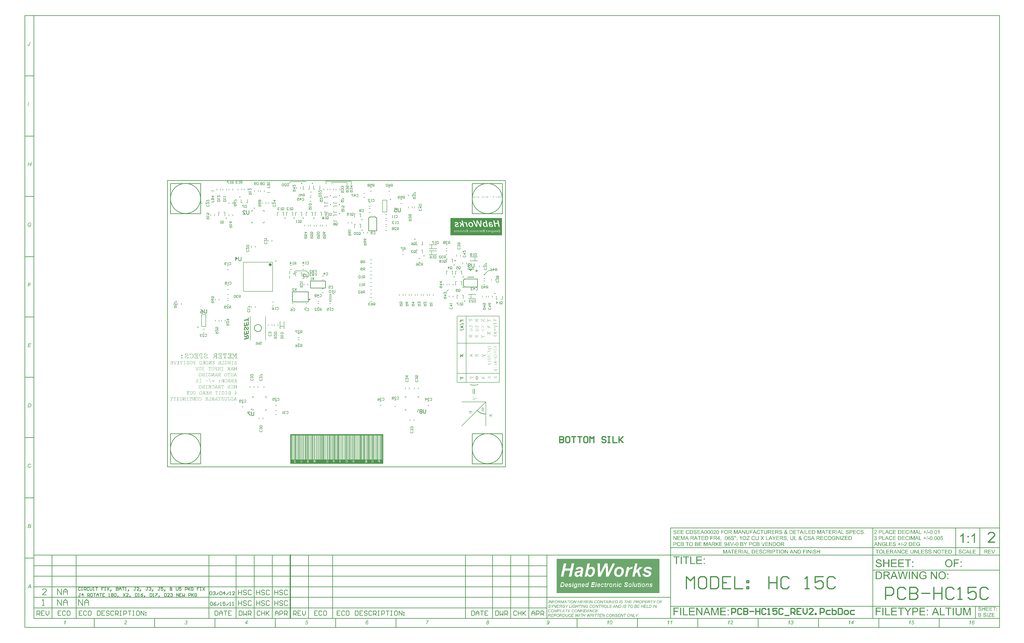
<source format=gbo>
%FSLAX25Y25*%
%MOIN*%
G70*
G01*
G75*
G04 Layer_Color=7633541*
%ADD10R,0.04724X0.05512*%
%ADD11R,0.07087X0.06299*%
%ADD12R,0.11024X0.07874*%
%ADD13R,0.01575X0.07087*%
%ADD14R,0.07874X0.07874*%
%ADD15R,0.03150X0.03937*%
%ADD16R,0.12598X0.03937*%
%ADD17R,0.10630X0.31496*%
%ADD18R,0.05512X0.07480*%
%ADD19R,0.07087X0.05512*%
%ADD20R,0.03150X0.05906*%
%ADD21R,0.39370X0.39370*%
%ADD22R,0.39370X0.90551*%
%ADD23R,0.06299X0.03150*%
%ADD24R,0.07874X0.08661*%
%ADD25R,0.07874X0.15748*%
%ADD26R,0.09843X0.06693*%
%ADD27C,0.01000*%
%ADD28C,0.02000*%
%ADD29C,0.00800*%
%ADD30C,0.00700*%
%ADD31C,0.00400*%
%ADD32C,0.10000*%
%ADD33R,0.08000X0.08000*%
%ADD34C,0.08000*%
%ADD35R,0.05512X0.05512*%
%ADD36C,0.05512*%
%ADD37C,0.06000*%
%ADD38R,0.06000X0.06000*%
%ADD39R,0.06000X0.06000*%
%ADD40R,0.11024X0.11024*%
%ADD41C,0.11024*%
%ADD42C,0.03000*%
%ADD43C,0.04000*%
%ADD44C,0.14000*%
%ADD45C,0.08500*%
G04:AMPARAMS|DCode=46|XSize=105mil|YSize=105mil|CornerRadius=0mil|HoleSize=0mil|Usage=FLASHONLY|Rotation=0.000|XOffset=0mil|YOffset=0mil|HoleType=Round|Shape=Relief|Width=10mil|Gap=10mil|Entries=4|*
%AMTHD46*
7,0,0,0.10500,0.08500,0.01000,45*
%
%ADD46THD46*%
%ADD47C,0.07150*%
G04:AMPARAMS|DCode=48|XSize=95mil|YSize=95mil|CornerRadius=0mil|HoleSize=0mil|Usage=FLASHONLY|Rotation=0.000|XOffset=0mil|YOffset=0mil|HoleType=Round|Shape=Relief|Width=10mil|Gap=10mil|Entries=4|*
%AMTHD48*
7,0,0,0.09500,0.07500,0.01000,45*
%
%ADD48THD48*%
%ADD49C,0.07500*%
%ADD50C,0.07000*%
G04:AMPARAMS|DCode=51|XSize=90mil|YSize=90mil|CornerRadius=0mil|HoleSize=0mil|Usage=FLASHONLY|Rotation=0.000|XOffset=0mil|YOffset=0mil|HoleType=Round|Shape=Relief|Width=10mil|Gap=10mil|Entries=4|*
%AMTHD51*
7,0,0,0.09000,0.07000,0.01000,45*
%
%ADD51THD51*%
%ADD52C,0.10693*%
%ADD53C,0.05500*%
G04:AMPARAMS|DCode=54|XSize=75mil|YSize=75mil|CornerRadius=0mil|HoleSize=0mil|Usage=FLASHONLY|Rotation=0.000|XOffset=0mil|YOffset=0mil|HoleType=Round|Shape=Relief|Width=10mil|Gap=10mil|Entries=4|*
%AMTHD54*
7,0,0,0.07500,0.05500,0.01000,45*
%
%ADD54THD54*%
%ADD55R,0.03543X0.03740*%
%ADD56R,0.03543X0.03740*%
%ADD57R,0.06299X0.07087*%
%ADD58R,0.03937X0.12598*%
%ADD59R,0.03150X0.06299*%
%ADD60R,0.06299X0.10630*%
%ADD61R,0.03937X0.02717*%
%ADD62R,0.03740X0.03543*%
%ADD63R,0.03740X0.03543*%
%ADD64R,0.05512X0.04724*%
%ADD65R,0.13386X0.13386*%
%ADD66O,0.03347X0.00984*%
%ADD67O,0.00984X0.03347*%
%ADD68R,0.14173X0.14173*%
%ADD69R,0.02362X0.00787*%
%ADD70R,0.00787X0.02362*%
%ADD71R,0.14173X0.14173*%
%ADD72O,0.01181X0.08268*%
%ADD73O,0.08268X0.01181*%
%ADD74R,0.10630X0.06299*%
%ADD75O,0.08661X0.02362*%
%ADD76R,0.05118X0.08661*%
%ADD77R,0.07874X0.04724*%
%ADD78R,0.04331X0.02559*%
%ADD79C,0.00787*%
%ADD80C,0.00600*%
%ADD81R,0.05524X0.06312*%
%ADD82R,0.07887X0.07099*%
%ADD83R,0.11824X0.08674*%
%ADD84R,0.02375X0.07887*%
%ADD85R,0.08674X0.08674*%
%ADD86R,0.03950X0.04737*%
%ADD87R,0.13398X0.04737*%
%ADD88R,0.11430X0.32296*%
%ADD89R,0.06312X0.08280*%
%ADD90R,0.07887X0.06312*%
%ADD91R,0.03950X0.06706*%
%ADD92R,0.40170X0.40170*%
%ADD93R,0.40170X0.91351*%
%ADD94R,0.07099X0.03950*%
%ADD95R,0.08674X0.09461*%
%ADD96R,0.08674X0.16548*%
%ADD97R,0.10642X0.07493*%
%ADD98C,0.10800*%
%ADD99R,0.08800X0.08800*%
%ADD100C,0.08800*%
%ADD101R,0.06312X0.06312*%
%ADD102C,0.06312*%
%ADD103C,0.06800*%
%ADD104R,0.06800X0.06800*%
%ADD105R,0.06800X0.06800*%
%ADD106R,0.11824X0.11824*%
%ADD107C,0.11824*%
%ADD108C,0.03800*%
%ADD109R,0.04343X0.04540*%
%ADD110R,0.04343X0.04540*%
%ADD111R,0.07099X0.07887*%
%ADD112R,0.04737X0.13398*%
%ADD113R,0.03950X0.07099*%
%ADD114R,0.07099X0.11430*%
%ADD115R,0.04737X0.03517*%
%ADD116R,0.04540X0.04343*%
%ADD117R,0.04540X0.04343*%
%ADD118R,0.06312X0.05524*%
%ADD119R,0.14186X0.14186*%
%ADD120O,0.04147X0.01784*%
%ADD121O,0.01784X0.04147*%
%ADD122R,0.14573X0.14573*%
%ADD123R,0.02762X0.01187*%
%ADD124R,0.01187X0.02762*%
%ADD125R,0.14573X0.14573*%
%ADD126O,0.01981X0.09068*%
%ADD127O,0.09068X0.01981*%
%ADD128R,0.11430X0.07099*%
%ADD129O,0.09461X0.03162*%
%ADD130R,0.05918X0.09461*%
%ADD131R,0.08674X0.05524*%
%ADD132R,0.05131X0.03359*%
%ADD133C,0.00984*%
%ADD134C,0.02362*%
%ADD135C,0.00200*%
G36*
X82631Y187540D02*
X82719Y187510D01*
X82777Y187481D01*
X82792Y187466D01*
X82836Y187408D01*
X82851Y187349D01*
X82865Y187291D01*
Y187276D01*
X82851Y187203D01*
X82821Y187144D01*
X82807Y187100D01*
X82792Y187086D01*
X82704Y187042D01*
X82616Y187027D01*
X82529Y187013D01*
X81767D01*
Y180542D01*
X82499D01*
X82631Y180527D01*
X82719Y180498D01*
X82777Y180468D01*
X82792Y180454D01*
X82836Y180395D01*
X82851Y180337D01*
X82865Y180278D01*
Y180263D01*
X82851Y180190D01*
X82821Y180132D01*
X82807Y180088D01*
X82792Y180073D01*
X82704Y180029D01*
X82616Y180015D01*
X82529Y180000D01*
X80215D01*
X80098Y180015D01*
X80010Y180044D01*
X79952Y180059D01*
X79937Y180073D01*
X79879Y180132D01*
X79864Y180190D01*
X79849Y180249D01*
Y180263D01*
X79864Y180337D01*
X79893Y180410D01*
X79923Y180439D01*
X79937Y180454D01*
X80010Y180512D01*
X80113Y180527D01*
X80186Y180542D01*
X81226D01*
Y183382D01*
X79498D01*
X79234Y183235D01*
X79000Y183089D01*
X78795Y182928D01*
X78605Y182767D01*
X78459Y182635D01*
X78341Y182518D01*
X78268Y182445D01*
X78239Y182416D01*
X78136Y182284D01*
X78019Y182137D01*
X77888Y181962D01*
X77756Y181786D01*
X77507Y181376D01*
X77258Y180981D01*
X77141Y180791D01*
X77024Y180600D01*
X76936Y180439D01*
X76848Y180293D01*
X76775Y180176D01*
X76731Y180073D01*
X76702Y180015D01*
X76687Y180000D01*
X75955D01*
X75838Y180015D01*
X75750Y180044D01*
X75692Y180059D01*
X75677Y180073D01*
X75618Y180132D01*
X75604Y180190D01*
X75589Y180249D01*
Y180263D01*
X75604Y180337D01*
X75633Y180410D01*
X75662Y180439D01*
X75677Y180454D01*
X75750Y180512D01*
X75853Y180527D01*
X75926Y180542D01*
X76365D01*
X76526Y180820D01*
X76687Y181083D01*
X76833Y181318D01*
X76965Y181523D01*
X77082Y181713D01*
X77185Y181889D01*
X77287Y182035D01*
X77375Y182167D01*
X77448Y182269D01*
X77522Y182372D01*
X77580Y182445D01*
X77624Y182503D01*
X77653Y182547D01*
X77683Y182577D01*
X77697Y182606D01*
X77858Y182796D01*
X78019Y182957D01*
X78195Y183118D01*
X78341Y183250D01*
X78488Y183367D01*
X78590Y183440D01*
X78663Y183499D01*
X78693Y183514D01*
X78341Y183645D01*
X78034Y183792D01*
X77785Y183938D01*
X77595Y184070D01*
X77434Y184187D01*
X77331Y184275D01*
X77258Y184348D01*
X77243Y184363D01*
X77097Y184553D01*
X76995Y184758D01*
X76907Y184934D01*
X76863Y185109D01*
X76833Y185256D01*
X76804Y185358D01*
Y185431D01*
Y185461D01*
X76819Y185607D01*
X76833Y185754D01*
X76907Y186032D01*
X77024Y186281D01*
X77156Y186486D01*
X77287Y186661D01*
X77390Y186793D01*
X77478Y186881D01*
X77492Y186910D01*
X77507D01*
X77639Y187027D01*
X77785Y187130D01*
X78063Y187276D01*
X78356Y187393D01*
X78620Y187481D01*
X78869Y187525D01*
X78971Y187540D01*
X79044D01*
X79117Y187554D01*
X82499D01*
X82631Y187540D01*
D02*
G37*
G36*
X114649D02*
X114736Y187510D01*
X114795Y187481D01*
X114810Y187466D01*
X114854Y187408D01*
X114868Y187349D01*
X114883Y187291D01*
Y187276D01*
X114868Y187203D01*
X114839Y187144D01*
X114824Y187100D01*
X114810Y187086D01*
X114722Y187042D01*
X114634Y187027D01*
X114546Y187013D01*
X114180D01*
Y180542D01*
X114634D01*
X114766Y180527D01*
X114854Y180498D01*
X114912Y180468D01*
X114927Y180454D01*
X114971Y180395D01*
X114985Y180337D01*
X115000Y180278D01*
Y180263D01*
X114985Y180190D01*
X114956Y180132D01*
X114941Y180088D01*
X114927Y180073D01*
X114839Y180029D01*
X114751Y180015D01*
X114663Y180000D01*
X112628D01*
X112511Y180015D01*
X112423Y180044D01*
X112365Y180059D01*
X112350Y180073D01*
X112292Y180132D01*
X112277Y180190D01*
X112262Y180249D01*
Y180263D01*
X112277Y180337D01*
X112306Y180410D01*
X112336Y180439D01*
X112350Y180454D01*
X112423Y180512D01*
X112526Y180527D01*
X112599Y180542D01*
X113638D01*
Y187013D01*
X113536D01*
X111457Y182255D01*
X110828D01*
X108778Y187013D01*
X108661D01*
Y180542D01*
X109671D01*
X109803Y180527D01*
X109891Y180498D01*
X109949Y180468D01*
X109964Y180454D01*
X110008Y180395D01*
X110022Y180337D01*
X110037Y180278D01*
Y180263D01*
X110022Y180190D01*
X109993Y180132D01*
X109978Y180088D01*
X109964Y180073D01*
X109876Y180029D01*
X109788Y180015D01*
X109700Y180000D01*
X107665D01*
X107548Y180015D01*
X107460Y180044D01*
X107402Y180059D01*
X107387Y180073D01*
X107329Y180132D01*
X107314Y180190D01*
X107299Y180249D01*
Y180263D01*
X107314Y180337D01*
X107343Y180410D01*
X107373Y180439D01*
X107387Y180454D01*
X107460Y180512D01*
X107563Y180527D01*
X107636Y180542D01*
X108119D01*
Y187013D01*
X107782D01*
X107665Y187027D01*
X107578Y187057D01*
X107519Y187071D01*
X107504Y187086D01*
X107446Y187144D01*
X107431Y187203D01*
X107416Y187261D01*
Y187276D01*
X107431Y187349D01*
X107460Y187423D01*
X107490Y187452D01*
X107504Y187466D01*
X107578Y187525D01*
X107680Y187540D01*
X107753Y187554D01*
X109144D01*
X111150Y182869D01*
X113185Y187554D01*
X114517D01*
X114649Y187540D01*
D02*
G37*
G36*
X24159Y185592D02*
X24276Y185563D01*
X24393Y185519D01*
X24481Y185475D01*
X24554Y185431D01*
X24613Y185388D01*
X24642Y185358D01*
X24657Y185344D01*
X24744Y185241D01*
X24803Y185139D01*
X24847Y185036D01*
X24876Y184934D01*
X24891Y184846D01*
X24905Y184773D01*
Y184729D01*
Y184714D01*
X24891Y184582D01*
X24861Y184465D01*
X24832Y184363D01*
X24774Y184275D01*
X24730Y184202D01*
X24701Y184143D01*
X24671Y184114D01*
X24657Y184099D01*
X24554Y184011D01*
X24452Y183953D01*
X24335Y183909D01*
X24247Y183880D01*
X24159Y183865D01*
X24086Y183850D01*
X23807D01*
X23676Y183865D01*
X23559Y183894D01*
X23441Y183923D01*
X23354Y183982D01*
X23280Y184026D01*
X23222Y184055D01*
X23193Y184085D01*
X23178Y184099D01*
X23090Y184202D01*
X23031Y184304D01*
X22973Y184407D01*
X22944Y184509D01*
X22929Y184597D01*
X22914Y184670D01*
Y184714D01*
Y184729D01*
X22929Y184861D01*
X22958Y184978D01*
X23002Y185080D01*
X23046Y185168D01*
X23090Y185241D01*
X23134Y185300D01*
X23163Y185329D01*
X23178Y185344D01*
X23280Y185431D01*
X23383Y185490D01*
X23485Y185549D01*
X23588Y185578D01*
X23676Y185592D01*
X23749Y185607D01*
X24027D01*
X24159Y185592D01*
D02*
G37*
G36*
X504873Y92490D02*
X504912Y92471D01*
X504941Y92461D01*
X504951Y92451D01*
X504981Y92393D01*
X504990Y92334D01*
X505000Y92276D01*
Y92266D01*
Y92256D01*
Y90733D01*
X504990Y90655D01*
X504971Y90597D01*
X504961Y90558D01*
X504951Y90548D01*
X504912Y90509D01*
X504873Y90499D01*
X504834Y90489D01*
X504824D01*
X504775Y90499D01*
X504727Y90519D01*
X504707Y90538D01*
X504697Y90548D01*
X504658Y90597D01*
X504649Y90665D01*
X504639Y90714D01*
Y90724D01*
Y90733D01*
Y91407D01*
X502745D01*
Y90255D01*
X502843Y90079D01*
X502941Y89923D01*
X503048Y89787D01*
X503155Y89660D01*
X503243Y89562D01*
X503321Y89484D01*
X503370Y89435D01*
X503390Y89416D01*
X503477Y89347D01*
X503575Y89269D01*
X503692Y89182D01*
X503809Y89094D01*
X504083Y88928D01*
X504346Y88762D01*
X504473Y88684D01*
X504600Y88606D01*
X504707Y88547D01*
X504805Y88489D01*
X504883Y88440D01*
X504951Y88411D01*
X504990Y88391D01*
X505000Y88381D01*
Y87893D01*
X504990Y87815D01*
X504971Y87757D01*
X504961Y87718D01*
X504951Y87708D01*
X504912Y87669D01*
X504873Y87659D01*
X504834Y87649D01*
X504824D01*
X504775Y87659D01*
X504727Y87679D01*
X504707Y87698D01*
X504697Y87708D01*
X504658Y87757D01*
X504649Y87825D01*
X504639Y87874D01*
Y87884D01*
Y87893D01*
Y88167D01*
X504453Y88274D01*
X504278Y88381D01*
X504122Y88479D01*
X503985Y88567D01*
X503858Y88645D01*
X503741Y88713D01*
X503643Y88781D01*
X503555Y88840D01*
X503487Y88889D01*
X503419Y88938D01*
X503370Y88977D01*
X503331Y89006D01*
X503302Y89025D01*
X503282Y89045D01*
X503263Y89055D01*
X503136Y89162D01*
X503028Y89269D01*
X502921Y89387D01*
X502833Y89484D01*
X502755Y89582D01*
X502706Y89650D01*
X502667Y89699D01*
X502658Y89718D01*
X502570Y89484D01*
X502472Y89279D01*
X502375Y89113D01*
X502287Y88986D01*
X502209Y88879D01*
X502150Y88811D01*
X502101Y88762D01*
X502092Y88752D01*
X501965Y88655D01*
X501828Y88586D01*
X501711Y88528D01*
X501594Y88498D01*
X501496Y88479D01*
X501428Y88459D01*
X501360D01*
X501262Y88469D01*
X501164Y88479D01*
X500979Y88528D01*
X500813Y88606D01*
X500676Y88694D01*
X500559Y88781D01*
X500471Y88850D01*
X500413Y88908D01*
X500393Y88918D01*
Y88928D01*
X500315Y89016D01*
X500247Y89113D01*
X500149Y89299D01*
X500071Y89494D01*
X500013Y89670D01*
X499983Y89836D01*
X499974Y89904D01*
Y89953D01*
X499964Y90001D01*
Y90040D01*
Y90060D01*
Y90070D01*
Y92256D01*
X499974Y92344D01*
X499993Y92402D01*
X500013Y92441D01*
X500022Y92451D01*
X500061Y92480D01*
X500101Y92490D01*
X500140Y92500D01*
X500149D01*
X500198Y92490D01*
X500237Y92471D01*
X500266Y92461D01*
X500276Y92451D01*
X500305Y92393D01*
X500315Y92334D01*
X500325Y92276D01*
Y92266D01*
Y92256D01*
Y91768D01*
X504639D01*
Y92256D01*
X504649Y92344D01*
X504668Y92402D01*
X504688Y92441D01*
X504697Y92451D01*
X504737Y92480D01*
X504775Y92490D01*
X504815Y92500D01*
X504824D01*
X504873Y92490D01*
D02*
G37*
G36*
X24159Y181537D02*
X24276Y181508D01*
X24393Y181464D01*
X24481Y181420D01*
X24554Y181376D01*
X24613Y181332D01*
X24642Y181303D01*
X24657Y181288D01*
X24744Y181186D01*
X24803Y181083D01*
X24847Y180981D01*
X24876Y180878D01*
X24891Y180791D01*
X24905Y180717D01*
Y180673D01*
Y180659D01*
X24891Y180527D01*
X24861Y180410D01*
X24832Y180307D01*
X24774Y180220D01*
X24730Y180146D01*
X24701Y180088D01*
X24671Y180059D01*
X24657Y180044D01*
X24554Y179956D01*
X24452Y179897D01*
X24335Y179854D01*
X24247Y179824D01*
X24159Y179810D01*
X24086Y179795D01*
X23807D01*
X23676Y179810D01*
X23559Y179839D01*
X23441Y179868D01*
X23354Y179927D01*
X23280Y179971D01*
X23222Y180000D01*
X23193Y180029D01*
X23178Y180044D01*
X23090Y180146D01*
X23031Y180249D01*
X22973Y180351D01*
X22944Y180454D01*
X22929Y180542D01*
X22914Y180615D01*
Y180659D01*
Y180673D01*
X22929Y180805D01*
X22958Y180922D01*
X23002Y181025D01*
X23046Y181113D01*
X23090Y181186D01*
X23134Y181244D01*
X23163Y181274D01*
X23178Y181288D01*
X23280Y181376D01*
X23383Y181435D01*
X23485Y181493D01*
X23588Y181523D01*
X23676Y181537D01*
X23749Y181552D01*
X24027D01*
X24159Y181537D01*
D02*
G37*
G36*
X58241Y187540D02*
X58329Y187510D01*
X58387Y187481D01*
X58402Y187466D01*
X58446Y187408D01*
X58460Y187349D01*
X58475Y187291D01*
Y187276D01*
X58460Y187203D01*
X58431Y187144D01*
X58416Y187100D01*
X58402Y187086D01*
X58314Y187042D01*
X58226Y187027D01*
X58138Y187013D01*
X57377D01*
Y180542D01*
X58109D01*
X58241Y180527D01*
X58329Y180498D01*
X58387Y180468D01*
X58402Y180454D01*
X58446Y180395D01*
X58460Y180337D01*
X58475Y180278D01*
Y180263D01*
X58460Y180190D01*
X58431Y180132D01*
X58416Y180088D01*
X58402Y180073D01*
X58314Y180029D01*
X58226Y180015D01*
X58138Y180000D01*
X54976D01*
X54859Y180015D01*
X54771Y180044D01*
X54712Y180059D01*
X54698Y180073D01*
X54639Y180132D01*
X54625Y180190D01*
X54610Y180249D01*
Y180263D01*
X54625Y180337D01*
X54654Y180410D01*
X54683Y180439D01*
X54698Y180454D01*
X54771Y180512D01*
X54874Y180527D01*
X54947Y180542D01*
X56835D01*
Y183104D01*
X54947D01*
X54771Y183118D01*
X54610Y183148D01*
X54478Y183162D01*
X54376Y183192D01*
X54288Y183206D01*
X54244Y183221D01*
X54229D01*
X54039Y183294D01*
X53863Y183367D01*
X53688Y183455D01*
X53541Y183543D01*
X53409Y183631D01*
X53322Y183689D01*
X53249Y183733D01*
X53234Y183748D01*
X53117Y183850D01*
X53014Y183953D01*
X52912Y184055D01*
X52839Y184172D01*
X52765Y184260D01*
X52721Y184333D01*
X52692Y184392D01*
X52678Y184407D01*
X52604Y184568D01*
X52546Y184729D01*
X52502Y184890D01*
X52473Y185036D01*
X52458Y185153D01*
X52443Y185256D01*
Y185314D01*
Y185344D01*
X52458Y185505D01*
X52473Y185666D01*
X52560Y185959D01*
X52663Y186222D01*
X52795Y186456D01*
X52926Y186647D01*
X53044Y186778D01*
X53131Y186866D01*
X53146Y186895D01*
X53161D01*
X53292Y187013D01*
X53439Y187115D01*
X53746Y187276D01*
X54039Y187393D01*
X54332Y187466D01*
X54581Y187525D01*
X54698Y187540D01*
X54786D01*
X54874Y187554D01*
X58109D01*
X58241Y187540D01*
D02*
G37*
G36*
X50891D02*
X50979Y187510D01*
X51038Y187481D01*
X51052Y187466D01*
X51096Y187408D01*
X51111Y187349D01*
X51126Y187291D01*
Y187276D01*
X51111Y187203D01*
X51082Y187144D01*
X51067Y187100D01*
X51052Y187086D01*
X50965Y187042D01*
X50877Y187027D01*
X50789Y187013D01*
X50028D01*
Y180542D01*
X50760D01*
X50891Y180527D01*
X50979Y180498D01*
X51038Y180468D01*
X51052Y180454D01*
X51096Y180395D01*
X51111Y180337D01*
X51126Y180278D01*
Y180263D01*
X51111Y180190D01*
X51082Y180132D01*
X51067Y180088D01*
X51052Y180073D01*
X50965Y180029D01*
X50877Y180015D01*
X50789Y180000D01*
X44787D01*
Y182137D01*
X44801Y182255D01*
X44831Y182342D01*
X44860Y182401D01*
X44874Y182416D01*
X44933Y182474D01*
X44991Y182489D01*
X45050Y182503D01*
X45065D01*
X45138Y182489D01*
X45197Y182459D01*
X45240Y182430D01*
X45255Y182416D01*
X45299Y182342D01*
X45314Y182240D01*
X45328Y182167D01*
Y182152D01*
Y182137D01*
Y180542D01*
X49486D01*
Y183645D01*
X47539D01*
Y183030D01*
X47524Y182899D01*
X47495Y182811D01*
X47480Y182752D01*
X47466Y182738D01*
X47407Y182694D01*
X47349Y182679D01*
X47290Y182665D01*
X47275D01*
X47202Y182679D01*
X47129Y182708D01*
X47100Y182723D01*
X47085Y182738D01*
X47027Y182826D01*
X47012Y182913D01*
X46997Y183001D01*
Y183016D01*
Y183030D01*
Y184802D01*
X47012Y184919D01*
X47041Y185007D01*
X47070Y185065D01*
X47085Y185080D01*
X47144Y185139D01*
X47202Y185153D01*
X47261Y185168D01*
X47275D01*
X47349Y185153D01*
X47407Y185124D01*
X47451Y185095D01*
X47466Y185080D01*
X47510Y185007D01*
X47524Y184904D01*
X47539Y184831D01*
Y184817D01*
Y184802D01*
Y184187D01*
X49486D01*
Y187013D01*
X45606D01*
Y185695D01*
X45592Y185563D01*
X45562Y185475D01*
X45548Y185417D01*
X45533Y185402D01*
X45475Y185358D01*
X45416Y185344D01*
X45357Y185329D01*
X45343D01*
X45270Y185344D01*
X45197Y185373D01*
X45167Y185388D01*
X45153Y185402D01*
X45094Y185490D01*
X45079Y185578D01*
X45065Y185666D01*
Y185680D01*
Y185695D01*
Y187554D01*
X50760D01*
X50891Y187540D01*
D02*
G37*
G36*
X40029Y187715D02*
X40336Y187657D01*
X40600Y187583D01*
X40848Y187510D01*
X41053Y187423D01*
X41200Y187349D01*
X41258Y187320D01*
X41302Y187291D01*
X41317Y187276D01*
X41331D01*
X41595Y187086D01*
X41829Y186881D01*
X42034Y186676D01*
X42195Y186456D01*
X42327Y186281D01*
X42430Y186119D01*
X42459Y186061D01*
X42488Y186032D01*
X42503Y186002D01*
Y185988D01*
X42649Y185680D01*
X42752Y185373D01*
X42825Y185109D01*
X42869Y184861D01*
X42898Y184641D01*
X42927Y184494D01*
Y184421D01*
Y184392D01*
Y184363D01*
Y184348D01*
Y183250D01*
X42913Y183045D01*
X42898Y182855D01*
X42869Y182679D01*
X42839Y182533D01*
X42810Y182401D01*
X42796Y182313D01*
X42766Y182240D01*
Y182225D01*
X42693Y182050D01*
X42605Y181874D01*
X42503Y181698D01*
X42400Y181537D01*
X42312Y181405D01*
X42239Y181288D01*
X42181Y181230D01*
X42166Y181201D01*
X42005Y181010D01*
X41859Y180849D01*
X41741Y180717D01*
X41639Y180615D01*
X41551Y180527D01*
X41493Y180468D01*
X41449Y180439D01*
X41434Y180425D01*
X41317Y180337D01*
X41185Y180263D01*
X40936Y180132D01*
X40819Y180088D01*
X40731Y180044D01*
X40673Y180029D01*
X40658Y180015D01*
X40424Y179941D01*
X40204Y179883D01*
X40014Y179854D01*
X39824Y179824D01*
X39677Y179810D01*
X39560Y179795D01*
X39458D01*
X39209Y179810D01*
X38960Y179839D01*
X38740Y179883D01*
X38535Y179941D01*
X38374Y180000D01*
X38243Y180044D01*
X38155Y180073D01*
X38125Y180088D01*
X37891Y180205D01*
X37657Y180351D01*
X37452Y180498D01*
X37276Y180644D01*
X37130Y180776D01*
X37013Y180878D01*
X36954Y180952D01*
X36925Y180981D01*
X36837Y181083D01*
X36764Y181171D01*
X36720Y181244D01*
X36676Y181318D01*
X36647Y181391D01*
Y181420D01*
X36661Y181493D01*
X36676Y181567D01*
X36705Y181596D01*
X36720Y181610D01*
X36779Y181654D01*
X36837Y181669D01*
X36896Y181684D01*
X36910D01*
X36998Y181654D01*
X37071Y181610D01*
X37130Y181567D01*
X37145Y181537D01*
X37335Y181332D01*
X37540Y181142D01*
X37715Y180981D01*
X37876Y180864D01*
X38023Y180761D01*
X38125Y180688D01*
X38199Y180644D01*
X38228Y180630D01*
X38433Y180527D01*
X38652Y180454D01*
X38857Y180410D01*
X39048Y180381D01*
X39223Y180351D01*
X39355Y180337D01*
X39472D01*
X39692Y180351D01*
X39897Y180381D01*
X40102Y180425D01*
X40292Y180483D01*
X40629Y180615D01*
X40936Y180791D01*
X41068Y180864D01*
X41185Y180952D01*
X41288Y181025D01*
X41361Y181098D01*
X41434Y181142D01*
X41478Y181186D01*
X41507Y181215D01*
X41522Y181230D01*
X41668Y181405D01*
X41800Y181581D01*
X41917Y181757D01*
X42020Y181932D01*
X42107Y182108D01*
X42181Y182284D01*
X42283Y182606D01*
X42312Y182767D01*
X42342Y182899D01*
X42356Y183016D01*
X42371Y183118D01*
X42386Y183206D01*
Y183265D01*
Y183309D01*
Y183323D01*
Y184275D01*
X42371Y184480D01*
X42356Y184670D01*
X42327Y184846D01*
X42298Y185007D01*
X42268Y185124D01*
X42239Y185227D01*
X42210Y185285D01*
Y185300D01*
X42107Y185519D01*
X42005Y185739D01*
X41888Y185929D01*
X41785Y186090D01*
X41683Y186222D01*
X41610Y186325D01*
X41551Y186383D01*
X41537Y186412D01*
X41434Y186515D01*
X41331Y186617D01*
X41112Y186778D01*
X41024Y186837D01*
X40951Y186881D01*
X40892Y186895D01*
X40878Y186910D01*
X40673Y186998D01*
X40453Y187071D01*
X40263Y187115D01*
X40073Y187159D01*
X39926Y187174D01*
X39794Y187188D01*
X39692D01*
X39340Y187159D01*
X39018Y187100D01*
X38740Y186998D01*
X38491Y186895D01*
X38286Y186793D01*
X38125Y186690D01*
X38067Y186661D01*
X38023Y186632D01*
X38008Y186603D01*
X37994D01*
X37803Y186442D01*
X37672Y186281D01*
X37554Y186119D01*
X37481Y185973D01*
X37437Y185841D01*
X37408Y185739D01*
X37393Y185680D01*
Y185651D01*
X37379Y185534D01*
X37349Y185461D01*
X37335Y185417D01*
X37320Y185402D01*
X37247Y185358D01*
X37188Y185344D01*
X37145Y185329D01*
X37130D01*
X37057Y185344D01*
X36983Y185373D01*
X36954Y185388D01*
X36939Y185402D01*
X36881Y185490D01*
X36866Y185578D01*
X36852Y185666D01*
Y185680D01*
Y185695D01*
Y187188D01*
X36866Y187305D01*
X36896Y187393D01*
X36925Y187452D01*
X36939Y187466D01*
X36998Y187525D01*
X37057Y187540D01*
X37115Y187554D01*
X37130D01*
X37203Y187540D01*
X37262Y187510D01*
X37306Y187481D01*
X37320Y187466D01*
X37364Y187393D01*
X37379Y187291D01*
X37393Y187217D01*
Y187203D01*
Y187188D01*
Y186808D01*
X37584Y186969D01*
X37774Y187115D01*
X37964Y187232D01*
X38169Y187335D01*
X38360Y187437D01*
X38550Y187510D01*
X38916Y187613D01*
X39077Y187657D01*
X39238Y187686D01*
X39370Y187701D01*
X39487Y187715D01*
X39575Y187730D01*
X39707D01*
X40029Y187715D01*
D02*
G37*
G36*
X32255Y187701D02*
X32621Y187627D01*
X32928Y187540D01*
X33192Y187423D01*
X33397Y187305D01*
X33485Y187261D01*
X33543Y187217D01*
X33602Y187174D01*
X33645Y187144D01*
X33660Y187130D01*
X33675Y187115D01*
X33792Y186998D01*
X33894Y186881D01*
X34070Y186632D01*
X34187Y186383D01*
X34260Y186149D01*
X34319Y185959D01*
X34334Y185797D01*
X34348Y185739D01*
Y185695D01*
Y185666D01*
Y185651D01*
X34319Y185344D01*
X34260Y185080D01*
X34158Y184861D01*
X34055Y184670D01*
X33953Y184524D01*
X33850Y184421D01*
X33792Y184348D01*
X33763Y184333D01*
X33645Y184246D01*
X33499Y184172D01*
X33206Y184026D01*
X32884Y183909D01*
X32562Y183821D01*
X32269Y183733D01*
X32138Y183704D01*
X32021Y183689D01*
X31933Y183675D01*
X31859Y183660D01*
X31815Y183645D01*
X31801D01*
X31625Y183616D01*
X31464Y183587D01*
X31318Y183557D01*
X31186Y183528D01*
X30966Y183470D01*
X30791Y183426D01*
X30659Y183396D01*
X30571Y183367D01*
X30527Y183338D01*
X30513D01*
X30351Y183265D01*
X30220Y183177D01*
X30117Y183089D01*
X30015Y183001D01*
X29942Y182928D01*
X29898Y182869D01*
X29868Y182826D01*
X29854Y182811D01*
X29781Y182679D01*
X29722Y182547D01*
X29678Y182416D01*
X29649Y182299D01*
X29634Y182196D01*
X29620Y182123D01*
Y182064D01*
Y182050D01*
X29649Y181801D01*
X29707Y181567D01*
X29810Y181361D01*
X29912Y181186D01*
X30029Y181039D01*
X30132Y180922D01*
X30191Y180864D01*
X30220Y180834D01*
X30454Y180673D01*
X30718Y180542D01*
X30981Y180454D01*
X31245Y180395D01*
X31479Y180366D01*
X31581Y180351D01*
X31655D01*
X31728Y180337D01*
X31830D01*
X32196Y180351D01*
X32518Y180410D01*
X32796Y180483D01*
X33031Y180586D01*
X33206Y180673D01*
X33338Y180747D01*
X33426Y180805D01*
X33455Y180820D01*
X33660Y181010D01*
X33807Y181186D01*
X33924Y181376D01*
X33997Y181537D01*
X34041Y181684D01*
X34070Y181786D01*
X34085Y181859D01*
Y181889D01*
X34099Y182006D01*
X34129Y182079D01*
X34158Y182123D01*
X34173Y182137D01*
X34231Y182196D01*
X34290Y182211D01*
X34348Y182225D01*
X34363D01*
X34436Y182211D01*
X34495Y182181D01*
X34539Y182152D01*
X34553Y182137D01*
X34597Y182050D01*
X34612Y181962D01*
X34626Y181874D01*
Y181859D01*
Y181845D01*
Y180351D01*
X34612Y180234D01*
X34582Y180146D01*
X34568Y180088D01*
X34553Y180073D01*
X34495Y180029D01*
X34436Y180015D01*
X34378Y180000D01*
X34363D01*
X34290Y180015D01*
X34216Y180044D01*
X34187Y180059D01*
X34173Y180073D01*
X34114Y180161D01*
X34099Y180249D01*
X34085Y180322D01*
Y180337D01*
Y180351D01*
Y180673D01*
X33924Y180512D01*
X33748Y180381D01*
X33572Y180263D01*
X33382Y180161D01*
X33192Y180088D01*
X33001Y180015D01*
X32650Y179912D01*
X32474Y179868D01*
X32328Y179839D01*
X32182Y179824D01*
X32064Y179810D01*
X31962Y179795D01*
X31830D01*
X31596Y179810D01*
X31376Y179824D01*
X30981Y179897D01*
X30644Y180000D01*
X30498Y180059D01*
X30351Y180117D01*
X30234Y180176D01*
X30132Y180234D01*
X30029Y180293D01*
X29956Y180337D01*
X29898Y180381D01*
X29854Y180410D01*
X29839Y180439D01*
X29825D01*
X29693Y180571D01*
X29576Y180703D01*
X29473Y180834D01*
X29385Y180966D01*
X29254Y181230D01*
X29166Y181479D01*
X29122Y181698D01*
X29107Y181801D01*
X29092Y181874D01*
X29078Y181947D01*
Y181991D01*
Y182020D01*
Y182035D01*
X29092Y182255D01*
X29122Y182445D01*
X29166Y182635D01*
X29224Y182782D01*
X29283Y182899D01*
X29327Y183001D01*
X29356Y183060D01*
X29371Y183074D01*
X29488Y183235D01*
X29620Y183382D01*
X29751Y183499D01*
X29898Y183601D01*
X30015Y183675D01*
X30117Y183733D01*
X30176Y183763D01*
X30205Y183777D01*
X30293Y183806D01*
X30381Y183850D01*
X30615Y183923D01*
X30864Y183982D01*
X31113Y184041D01*
X31347Y184085D01*
X31449Y184114D01*
X31552Y184128D01*
X31625Y184143D01*
X31684D01*
X31713Y184158D01*
X31728D01*
X31962Y184202D01*
X32167Y184231D01*
X32328Y184275D01*
X32474Y184304D01*
X32577Y184319D01*
X32650Y184348D01*
X32694Y184363D01*
X32709D01*
X32928Y184451D01*
X33104Y184538D01*
X33162Y184568D01*
X33221Y184597D01*
X33250Y184626D01*
X33265D01*
X33426Y184758D01*
X33558Y184904D01*
X33602Y184963D01*
X33631Y185007D01*
X33660Y185036D01*
Y185051D01*
X33748Y185256D01*
X33792Y185446D01*
Y185519D01*
X33807Y185578D01*
Y185622D01*
Y185636D01*
X33777Y185871D01*
X33719Y186076D01*
X33645Y186251D01*
X33543Y186412D01*
X33441Y186544D01*
X33367Y186647D01*
X33309Y186705D01*
X33279Y186720D01*
X33060Y186881D01*
X32826Y186998D01*
X32591Y187071D01*
X32357Y187130D01*
X32152Y187159D01*
X31991Y187188D01*
X31845D01*
X31537Y187174D01*
X31259Y187115D01*
X31025Y187057D01*
X30820Y186969D01*
X30659Y186895D01*
X30556Y186822D01*
X30483Y186764D01*
X30454Y186749D01*
X30278Y186588D01*
X30147Y186412D01*
X30044Y186251D01*
X29971Y186090D01*
X29927Y185959D01*
X29898Y185856D01*
X29883Y185797D01*
Y185768D01*
X29868Y185651D01*
X29839Y185578D01*
X29825Y185534D01*
X29810Y185519D01*
X29751Y185475D01*
X29693Y185461D01*
X29634Y185446D01*
X29620D01*
X29546Y185461D01*
X29473Y185490D01*
X29444Y185505D01*
X29429Y185519D01*
X29371Y185607D01*
X29356Y185695D01*
X29341Y185768D01*
Y185783D01*
Y185797D01*
Y187188D01*
X29356Y187305D01*
X29385Y187393D01*
X29415Y187452D01*
X29429Y187466D01*
X29488Y187525D01*
X29546Y187540D01*
X29605Y187554D01*
X29620D01*
X29693Y187540D01*
X29751Y187510D01*
X29795Y187481D01*
X29810Y187466D01*
X29854Y187393D01*
X29868Y187291D01*
X29883Y187217D01*
Y187203D01*
Y187188D01*
Y187013D01*
X30044Y187144D01*
X30205Y187247D01*
X30381Y187349D01*
X30542Y187423D01*
X30879Y187554D01*
X31186Y187642D01*
X31449Y187686D01*
X31567Y187715D01*
X31669D01*
X31742Y187730D01*
X31859D01*
X32255Y187701D01*
D02*
G37*
G36*
X63994D02*
X64360Y187627D01*
X64668Y187540D01*
X64931Y187423D01*
X65136Y187305D01*
X65224Y187261D01*
X65283Y187217D01*
X65341Y187174D01*
X65385Y187144D01*
X65400Y187130D01*
X65414Y187115D01*
X65531Y186998D01*
X65634Y186881D01*
X65810Y186632D01*
X65927Y186383D01*
X66000Y186149D01*
X66058Y185959D01*
X66073Y185797D01*
X66088Y185739D01*
Y185695D01*
Y185666D01*
Y185651D01*
X66058Y185344D01*
X66000Y185080D01*
X65897Y184861D01*
X65795Y184670D01*
X65693Y184524D01*
X65590Y184421D01*
X65531Y184348D01*
X65502Y184333D01*
X65385Y184246D01*
X65239Y184172D01*
X64946Y184026D01*
X64624Y183909D01*
X64302Y183821D01*
X64009Y183733D01*
X63877Y183704D01*
X63760Y183689D01*
X63672Y183675D01*
X63599Y183660D01*
X63555Y183645D01*
X63540D01*
X63365Y183616D01*
X63204Y183587D01*
X63057Y183557D01*
X62925Y183528D01*
X62706Y183470D01*
X62530Y183426D01*
X62398Y183396D01*
X62311Y183367D01*
X62267Y183338D01*
X62252D01*
X62091Y183265D01*
X61959Y183177D01*
X61857Y183089D01*
X61754Y183001D01*
X61681Y182928D01*
X61637Y182869D01*
X61608Y182826D01*
X61593Y182811D01*
X61520Y182679D01*
X61462Y182547D01*
X61418Y182416D01*
X61388Y182299D01*
X61374Y182196D01*
X61359Y182123D01*
Y182064D01*
Y182050D01*
X61388Y181801D01*
X61447Y181567D01*
X61549Y181361D01*
X61652Y181186D01*
X61769Y181039D01*
X61871Y180922D01*
X61930Y180864D01*
X61959Y180834D01*
X62194Y180673D01*
X62457Y180542D01*
X62721Y180454D01*
X62984Y180395D01*
X63218Y180366D01*
X63321Y180351D01*
X63394D01*
X63467Y180337D01*
X63570D01*
X63936Y180351D01*
X64258Y180410D01*
X64536Y180483D01*
X64770Y180586D01*
X64946Y180673D01*
X65078Y180747D01*
X65165Y180805D01*
X65195Y180820D01*
X65400Y181010D01*
X65546Y181186D01*
X65663Y181376D01*
X65736Y181537D01*
X65780Y181684D01*
X65810Y181786D01*
X65824Y181859D01*
Y181889D01*
X65839Y182006D01*
X65868Y182079D01*
X65897Y182123D01*
X65912Y182137D01*
X65971Y182196D01*
X66029Y182211D01*
X66088Y182225D01*
X66102D01*
X66176Y182211D01*
X66234Y182181D01*
X66278Y182152D01*
X66293Y182137D01*
X66337Y182050D01*
X66351Y181962D01*
X66366Y181874D01*
Y181859D01*
Y181845D01*
Y180351D01*
X66351Y180234D01*
X66322Y180146D01*
X66307Y180088D01*
X66293Y180073D01*
X66234Y180029D01*
X66176Y180015D01*
X66117Y180000D01*
X66102D01*
X66029Y180015D01*
X65956Y180044D01*
X65927Y180059D01*
X65912Y180073D01*
X65854Y180161D01*
X65839Y180249D01*
X65824Y180322D01*
Y180337D01*
Y180351D01*
Y180673D01*
X65663Y180512D01*
X65487Y180381D01*
X65312Y180263D01*
X65122Y180161D01*
X64931Y180088D01*
X64741Y180015D01*
X64389Y179912D01*
X64214Y179868D01*
X64067Y179839D01*
X63921Y179824D01*
X63804Y179810D01*
X63701Y179795D01*
X63570D01*
X63335Y179810D01*
X63116Y179824D01*
X62721Y179897D01*
X62384Y180000D01*
X62237Y180059D01*
X62091Y180117D01*
X61974Y180176D01*
X61871Y180234D01*
X61769Y180293D01*
X61696Y180337D01*
X61637Y180381D01*
X61593Y180410D01*
X61579Y180439D01*
X61564D01*
X61432Y180571D01*
X61315Y180703D01*
X61213Y180834D01*
X61125Y180966D01*
X60993Y181230D01*
X60905Y181479D01*
X60861Y181698D01*
X60847Y181801D01*
X60832Y181874D01*
X60817Y181947D01*
Y181991D01*
Y182020D01*
Y182035D01*
X60832Y182255D01*
X60861Y182445D01*
X60905Y182635D01*
X60964Y182782D01*
X61022Y182899D01*
X61066Y183001D01*
X61095Y183060D01*
X61110Y183074D01*
X61227Y183235D01*
X61359Y183382D01*
X61491Y183499D01*
X61637Y183601D01*
X61754Y183675D01*
X61857Y183733D01*
X61915Y183763D01*
X61945Y183777D01*
X62033Y183806D01*
X62120Y183850D01*
X62355Y183923D01*
X62603Y183982D01*
X62852Y184041D01*
X63087Y184085D01*
X63189Y184114D01*
X63292Y184128D01*
X63365Y184143D01*
X63423D01*
X63453Y184158D01*
X63467D01*
X63701Y184202D01*
X63906Y184231D01*
X64067Y184275D01*
X64214Y184304D01*
X64316Y184319D01*
X64389Y184348D01*
X64433Y184363D01*
X64448D01*
X64668Y184451D01*
X64843Y184538D01*
X64902Y184568D01*
X64960Y184597D01*
X64990Y184626D01*
X65004D01*
X65165Y184758D01*
X65297Y184904D01*
X65341Y184963D01*
X65370Y185007D01*
X65400Y185036D01*
Y185051D01*
X65487Y185256D01*
X65531Y185446D01*
Y185519D01*
X65546Y185578D01*
Y185622D01*
Y185636D01*
X65517Y185871D01*
X65458Y186076D01*
X65385Y186251D01*
X65283Y186412D01*
X65180Y186544D01*
X65107Y186647D01*
X65048Y186705D01*
X65019Y186720D01*
X64799Y186881D01*
X64565Y186998D01*
X64331Y187071D01*
X64097Y187130D01*
X63892Y187159D01*
X63731Y187188D01*
X63584D01*
X63277Y187174D01*
X62999Y187115D01*
X62765Y187057D01*
X62559Y186969D01*
X62398Y186895D01*
X62296Y186822D01*
X62223Y186764D01*
X62194Y186749D01*
X62018Y186588D01*
X61886Y186412D01*
X61784Y186251D01*
X61710Y186090D01*
X61667Y185959D01*
X61637Y185856D01*
X61623Y185797D01*
Y185768D01*
X61608Y185651D01*
X61579Y185578D01*
X61564Y185534D01*
X61549Y185519D01*
X61491Y185475D01*
X61432Y185461D01*
X61374Y185446D01*
X61359D01*
X61286Y185461D01*
X61213Y185490D01*
X61183Y185505D01*
X61169Y185519D01*
X61110Y185607D01*
X61095Y185695D01*
X61081Y185768D01*
Y185783D01*
Y185797D01*
Y187188D01*
X61095Y187305D01*
X61125Y187393D01*
X61154Y187452D01*
X61169Y187466D01*
X61227Y187525D01*
X61286Y187540D01*
X61344Y187554D01*
X61359D01*
X61432Y187540D01*
X61491Y187510D01*
X61535Y187481D01*
X61549Y187466D01*
X61593Y187393D01*
X61608Y187291D01*
X61623Y187217D01*
Y187203D01*
Y187188D01*
Y187013D01*
X61784Y187144D01*
X61945Y187247D01*
X62120Y187349D01*
X62281Y187423D01*
X62618Y187554D01*
X62925Y187642D01*
X63189Y187686D01*
X63306Y187715D01*
X63409D01*
X63482Y187730D01*
X63599D01*
X63994Y187701D01*
D02*
G37*
G36*
X90566Y187540D02*
X90654Y187510D01*
X90712Y187481D01*
X90727Y187466D01*
X90771Y187408D01*
X90785Y187349D01*
X90800Y187291D01*
Y187276D01*
X90785Y187203D01*
X90756Y187144D01*
X90741Y187100D01*
X90727Y187086D01*
X90639Y187042D01*
X90551Y187027D01*
X90463Y187013D01*
X89702D01*
Y180542D01*
X90434D01*
X90566Y180527D01*
X90654Y180498D01*
X90712Y180468D01*
X90727Y180454D01*
X90771Y180395D01*
X90785Y180337D01*
X90800Y180278D01*
Y180263D01*
X90785Y180190D01*
X90756Y180132D01*
X90741Y180088D01*
X90727Y180073D01*
X90639Y180029D01*
X90551Y180015D01*
X90463Y180000D01*
X84461D01*
Y182137D01*
X84476Y182255D01*
X84505Y182342D01*
X84534Y182401D01*
X84549Y182416D01*
X84607Y182474D01*
X84666Y182489D01*
X84724Y182503D01*
X84739D01*
X84812Y182489D01*
X84871Y182459D01*
X84915Y182430D01*
X84929Y182416D01*
X84973Y182342D01*
X84988Y182240D01*
X85003Y182167D01*
Y182152D01*
Y182137D01*
Y180542D01*
X89160D01*
Y183645D01*
X87213D01*
Y183030D01*
X87199Y182899D01*
X87169Y182811D01*
X87155Y182752D01*
X87140Y182738D01*
X87081Y182694D01*
X87023Y182679D01*
X86964Y182665D01*
X86950D01*
X86877Y182679D01*
X86803Y182708D01*
X86774Y182723D01*
X86759Y182738D01*
X86701Y182826D01*
X86686Y182913D01*
X86672Y183001D01*
Y183016D01*
Y183030D01*
Y184802D01*
X86686Y184919D01*
X86716Y185007D01*
X86745Y185065D01*
X86759Y185080D01*
X86818Y185139D01*
X86877Y185153D01*
X86935Y185168D01*
X86950D01*
X87023Y185153D01*
X87081Y185124D01*
X87125Y185095D01*
X87140Y185080D01*
X87184Y185007D01*
X87199Y184904D01*
X87213Y184831D01*
Y184817D01*
Y184802D01*
Y184187D01*
X89160D01*
Y187013D01*
X85281D01*
Y185695D01*
X85266Y185563D01*
X85237Y185475D01*
X85222Y185417D01*
X85208Y185402D01*
X85149Y185358D01*
X85091Y185344D01*
X85032Y185329D01*
X85017D01*
X84944Y185344D01*
X84871Y185373D01*
X84842Y185388D01*
X84827Y185402D01*
X84768Y185490D01*
X84754Y185578D01*
X84739Y185666D01*
Y185680D01*
Y185695D01*
Y187554D01*
X90434D01*
X90566Y187540D01*
D02*
G37*
G36*
X106436D02*
X106523Y187510D01*
X106582Y187481D01*
X106597Y187466D01*
X106641Y187408D01*
X106655Y187349D01*
X106670Y187291D01*
Y187276D01*
X106655Y187203D01*
X106626Y187144D01*
X106611Y187100D01*
X106597Y187086D01*
X106509Y187042D01*
X106421Y187027D01*
X106333Y187013D01*
X105572D01*
Y180542D01*
X106304D01*
X106436Y180527D01*
X106523Y180498D01*
X106582Y180468D01*
X106597Y180454D01*
X106641Y180395D01*
X106655Y180337D01*
X106670Y180278D01*
Y180263D01*
X106655Y180190D01*
X106626Y180132D01*
X106611Y180088D01*
X106597Y180073D01*
X106509Y180029D01*
X106421Y180015D01*
X106333Y180000D01*
X100331D01*
Y182137D01*
X100345Y182255D01*
X100375Y182342D01*
X100404Y182401D01*
X100419Y182416D01*
X100477Y182474D01*
X100536Y182489D01*
X100594Y182503D01*
X100609D01*
X100682Y182489D01*
X100741Y182459D01*
X100785Y182430D01*
X100799Y182416D01*
X100843Y182342D01*
X100858Y182240D01*
X100872Y182167D01*
Y182152D01*
Y182137D01*
Y180542D01*
X105030D01*
Y183645D01*
X103083D01*
Y183030D01*
X103068Y182899D01*
X103039Y182811D01*
X103024Y182752D01*
X103010Y182738D01*
X102951Y182694D01*
X102893Y182679D01*
X102834Y182665D01*
X102820D01*
X102746Y182679D01*
X102673Y182708D01*
X102644Y182723D01*
X102629Y182738D01*
X102571Y182826D01*
X102556Y182913D01*
X102541Y183001D01*
Y183016D01*
Y183030D01*
Y184802D01*
X102556Y184919D01*
X102585Y185007D01*
X102615Y185065D01*
X102629Y185080D01*
X102688Y185139D01*
X102746Y185153D01*
X102805Y185168D01*
X102820D01*
X102893Y185153D01*
X102951Y185124D01*
X102995Y185095D01*
X103010Y185080D01*
X103054Y185007D01*
X103068Y184904D01*
X103083Y184831D01*
Y184817D01*
Y184802D01*
Y184187D01*
X105030D01*
Y187013D01*
X101151D01*
Y185695D01*
X101136Y185563D01*
X101107Y185475D01*
X101092Y185417D01*
X101077Y185402D01*
X101019Y185358D01*
X100960Y185344D01*
X100902Y185329D01*
X100887D01*
X100814Y185344D01*
X100741Y185373D01*
X100711Y185388D01*
X100697Y185402D01*
X100638Y185490D01*
X100624Y185578D01*
X100609Y185666D01*
Y185680D01*
Y185695D01*
Y187554D01*
X106304D01*
X106436Y187540D01*
D02*
G37*
G36*
X98369Y185124D02*
X98354Y184992D01*
X98325Y184904D01*
X98310Y184846D01*
X98296Y184831D01*
X98237Y184787D01*
X98179Y184773D01*
X98120Y184758D01*
X98105D01*
X98032Y184773D01*
X97959Y184802D01*
X97930Y184817D01*
X97915Y184831D01*
X97857Y184919D01*
X97842Y185007D01*
X97827Y185095D01*
Y185109D01*
Y185124D01*
Y187013D01*
X95602D01*
Y180542D01*
X97007D01*
X97139Y180527D01*
X97227Y180498D01*
X97286Y180468D01*
X97300Y180454D01*
X97344Y180395D01*
X97359Y180337D01*
X97373Y180278D01*
Y180263D01*
X97359Y180190D01*
X97329Y180132D01*
X97315Y180088D01*
X97300Y180073D01*
X97212Y180029D01*
X97125Y180015D01*
X97037Y180000D01*
X93655D01*
X93538Y180015D01*
X93450Y180044D01*
X93391Y180059D01*
X93377Y180073D01*
X93318Y180132D01*
X93304Y180190D01*
X93289Y180249D01*
Y180263D01*
X93304Y180337D01*
X93333Y180410D01*
X93362Y180439D01*
X93377Y180454D01*
X93450Y180512D01*
X93552Y180527D01*
X93626Y180542D01*
X95060D01*
Y187013D01*
X92835D01*
Y185124D01*
X92820Y184992D01*
X92791Y184904D01*
X92777Y184846D01*
X92762Y184831D01*
X92703Y184787D01*
X92645Y184773D01*
X92586Y184758D01*
X92572D01*
X92498Y184773D01*
X92425Y184802D01*
X92396Y184817D01*
X92381Y184831D01*
X92323Y184919D01*
X92308Y185007D01*
X92293Y185095D01*
Y185109D01*
Y185124D01*
Y187554D01*
X98369D01*
Y185124D01*
D02*
G37*
G36*
X537373Y87490D02*
X537412Y87471D01*
X537441Y87461D01*
X537451Y87451D01*
X537480Y87393D01*
X537490Y87334D01*
X537500Y87285D01*
Y87275D01*
Y87266D01*
Y86095D01*
X537490Y86016D01*
X537471Y85958D01*
X537461Y85919D01*
X537451Y85909D01*
X537412Y85870D01*
X537373Y85860D01*
X537334Y85851D01*
X537324D01*
X537276Y85860D01*
X537227Y85880D01*
X537207Y85899D01*
X537197Y85909D01*
X537158Y85958D01*
X537149Y86026D01*
X537139Y86075D01*
Y86085D01*
Y86095D01*
Y86680D01*
X535792Y85294D01*
X537139Y83899D01*
Y84484D01*
X537149Y84572D01*
X537168Y84631D01*
X537188Y84670D01*
X537197Y84679D01*
X537236Y84709D01*
X537276Y84718D01*
X537315Y84728D01*
X537324D01*
X537373Y84718D01*
X537412Y84699D01*
X537441Y84689D01*
X537451Y84679D01*
X537480Y84621D01*
X537490Y84562D01*
X537500Y84504D01*
Y84494D01*
Y84484D01*
Y83333D01*
X537490Y83245D01*
X537471Y83186D01*
X537461Y83147D01*
X537451Y83137D01*
X537412Y83098D01*
X537373Y83088D01*
X537334Y83079D01*
X537324D01*
X537285Y83088D01*
X537256Y83098D01*
X537236Y83108D01*
X537227Y83118D01*
X537197Y83137D01*
X537178Y83167D01*
X537158Y83186D01*
Y83196D01*
X537149Y83215D01*
Y83245D01*
X537139Y83313D01*
Y83372D01*
Y83391D01*
Y83401D01*
X535558Y85040D01*
X534123Y83577D01*
Y83528D01*
Y83479D01*
X534113Y83420D01*
Y83391D01*
Y83381D01*
X534094Y83352D01*
X534074Y83333D01*
X534055Y83313D01*
X534045D01*
X534006Y83293D01*
X533977Y83274D01*
X533947D01*
X533899Y83284D01*
X533850Y83303D01*
X533830Y83323D01*
X533820Y83333D01*
X533781Y83381D01*
X533772Y83450D01*
X533762Y83498D01*
Y83508D01*
Y83518D01*
Y84494D01*
X533772Y84582D01*
X533791Y84640D01*
X533811Y84679D01*
X533820Y84689D01*
X533859Y84718D01*
X533899Y84728D01*
X533938Y84738D01*
X533947D01*
X533996Y84728D01*
X534035Y84709D01*
X534064Y84699D01*
X534074Y84689D01*
X534103Y84631D01*
X534113Y84572D01*
X534123Y84523D01*
Y84513D01*
Y84504D01*
Y84094D01*
X535304Y85304D01*
X534123Y86514D01*
Y86085D01*
X534113Y86007D01*
X534094Y85948D01*
X534084Y85909D01*
X534074Y85899D01*
X534035Y85860D01*
X533996Y85851D01*
X533957Y85841D01*
X533947D01*
X533899Y85851D01*
X533850Y85870D01*
X533830Y85890D01*
X533820Y85899D01*
X533781Y85948D01*
X533772Y86007D01*
X533762Y86065D01*
Y86075D01*
Y86085D01*
Y87061D01*
X533772Y87149D01*
X533791Y87207D01*
X533811Y87246D01*
X533820Y87256D01*
X533859Y87285D01*
X533899Y87295D01*
X533938Y87305D01*
X533947D01*
X533986Y87295D01*
X534016Y87285D01*
X534035Y87275D01*
X534045D01*
X534074Y87256D01*
X534094Y87227D01*
X534113Y87217D01*
Y87207D01*
Y87188D01*
X534123Y87158D01*
Y87090D01*
Y87041D01*
Y87022D01*
Y87012D01*
X535538Y85548D01*
X537139Y87197D01*
Y87256D01*
Y87295D01*
X537149Y87334D01*
Y87363D01*
X537158Y87393D01*
Y87402D01*
X537178Y87432D01*
X537197Y87451D01*
X537217Y87461D01*
X537227Y87471D01*
X537256Y87490D01*
X537285Y87500D01*
X537324D01*
X537373Y87490D01*
D02*
G37*
G36*
X489776Y187221D02*
X489863Y187191D01*
X489902Y187162D01*
X489922Y187143D01*
X489971Y187055D01*
X489990Y186957D01*
X490000Y186918D01*
Y186879D01*
Y186860D01*
Y186850D01*
Y185523D01*
X489990Y185454D01*
X489981Y185396D01*
X489941Y185288D01*
X489922Y185249D01*
X489912Y185220D01*
X489893Y185210D01*
Y185201D01*
X489805Y185113D01*
X489727Y185044D01*
X489658Y185005D01*
X489590Y184966D01*
X489541Y184947D01*
X489502Y184937D01*
X489405D01*
X489356Y184957D01*
X489268Y184986D01*
X489229Y185025D01*
X489209Y185035D01*
Y185044D01*
X489180Y185093D01*
X489161Y185161D01*
X489141Y185249D01*
X489131Y185327D01*
X489122Y185405D01*
Y185474D01*
Y185513D01*
Y185532D01*
X488028Y184400D01*
X489122Y183756D01*
X489131Y183824D01*
X489141Y183883D01*
X489190Y183990D01*
X489219Y184029D01*
X489239Y184059D01*
X489249Y184078D01*
X489258Y184088D01*
X489336Y184166D01*
X489414Y184224D01*
X489483Y184273D01*
X489541Y184303D01*
X489590Y184322D01*
X489629Y184332D01*
X489727D01*
X489776Y184312D01*
X489863Y184283D01*
X489902Y184254D01*
X489922Y184234D01*
X489971Y184146D01*
X489990Y184049D01*
X490000Y184010D01*
Y183971D01*
Y183951D01*
Y183941D01*
Y182604D01*
X489990Y182536D01*
X489981Y182477D01*
X489941Y182370D01*
X489922Y182331D01*
X489912Y182302D01*
X489893Y182292D01*
Y182282D01*
X489805Y182194D01*
X489727Y182126D01*
X489658Y182087D01*
X489590Y182048D01*
X489541Y182028D01*
X489502Y182019D01*
X489405D01*
X489356Y182038D01*
X489268Y182068D01*
X489229Y182107D01*
X489209Y182116D01*
Y182126D01*
X489180Y182175D01*
X489161Y182243D01*
X489141Y182321D01*
X489131Y182409D01*
X489122Y182477D01*
Y182546D01*
Y182585D01*
Y182604D01*
X487345Y183697D01*
X485657Y181960D01*
X485647Y181892D01*
X485628Y181814D01*
X485569Y181687D01*
X485540Y181638D01*
X485520Y181599D01*
X485501Y181579D01*
X485491Y181570D01*
X485423Y181501D01*
X485364Y181453D01*
X485296Y181414D01*
X485247Y181394D01*
X485198Y181375D01*
X485159Y181365D01*
X485061D01*
X485013Y181384D01*
X484925Y181414D01*
X484886Y181453D01*
X484866Y181462D01*
Y181472D01*
X484817Y181560D01*
X484788Y181658D01*
X484778Y181697D01*
Y181736D01*
Y181755D01*
Y181765D01*
Y183092D01*
X484788Y183102D01*
X484798Y183122D01*
X484837Y183170D01*
X484886Y183219D01*
X484896Y183229D01*
X484905Y183239D01*
X484983Y183327D01*
X485061Y183385D01*
X485130Y183434D01*
X485198Y183463D01*
X485247Y183483D01*
X485286Y183493D01*
X485315D01*
X485384Y183483D01*
X485442Y183473D01*
X485530Y183434D01*
X485579Y183395D01*
X485598Y183375D01*
X485637Y183297D01*
X485657Y183209D01*
X485667Y183161D01*
Y183131D01*
Y183112D01*
Y183102D01*
X486662Y184127D01*
X485657Y184742D01*
X485647Y184673D01*
X485637Y184605D01*
X485589Y184488D01*
X485569Y184449D01*
X485549Y184420D01*
X485540Y184400D01*
X485530Y184390D01*
X485452Y184312D01*
X485374Y184254D01*
X485305Y184205D01*
X485247Y184176D01*
X485198Y184156D01*
X485159Y184146D01*
X485061D01*
X485013Y184166D01*
X484925Y184195D01*
X484886Y184234D01*
X484866Y184244D01*
Y184254D01*
X484817Y184342D01*
X484788Y184439D01*
X484778Y184478D01*
Y184517D01*
Y184537D01*
Y184547D01*
Y185874D01*
X484788Y185942D01*
X484798Y186011D01*
X484837Y186108D01*
X484866Y186147D01*
X484886Y186177D01*
X484896Y186196D01*
X484905Y186206D01*
X484983Y186294D01*
X485061Y186352D01*
X485130Y186401D01*
X485198Y186430D01*
X485247Y186450D01*
X485286Y186460D01*
X485384D01*
X485442Y186440D01*
X485491Y186430D01*
X485520Y186411D01*
X485569Y186381D01*
X485589Y186362D01*
X485618Y186313D01*
X485637Y186245D01*
X485647Y186167D01*
X485657Y186079D01*
X485667Y186011D01*
Y185942D01*
Y185903D01*
Y185884D01*
X487355Y184830D01*
X489122Y186664D01*
X489131Y186733D01*
X489151Y186801D01*
X489209Y186928D01*
X489239Y186977D01*
X489268Y187016D01*
X489288Y187035D01*
X489297Y187045D01*
X489366Y187113D01*
X489424Y187162D01*
X489493Y187191D01*
X489541Y187211D01*
X489590Y187231D01*
X489629Y187240D01*
X489727D01*
X489776Y187221D01*
D02*
G37*
G36*
X491132Y228964D02*
X491200Y228935D01*
X491249Y228906D01*
X491269Y228886D01*
X491308Y228847D01*
X491327Y228808D01*
X491366Y228720D01*
Y228681D01*
X491376Y228652D01*
Y228632D01*
Y228623D01*
X491366Y228554D01*
X491357Y228486D01*
X491298Y228379D01*
X491279Y228340D01*
X491249Y228310D01*
X491240Y228291D01*
X491230Y228281D01*
X491171Y228223D01*
X491103Y228154D01*
X490947Y228008D01*
X490771Y227861D01*
X490595Y227715D01*
X490429Y227588D01*
X490351Y227530D01*
X490283Y227491D01*
X490234Y227451D01*
X490195Y227422D01*
X490166Y227403D01*
X490156Y227393D01*
X489854Y227198D01*
X489561Y227022D01*
X489288Y226876D01*
X489044Y226749D01*
X488936Y226700D01*
X488839Y226661D01*
X488751Y226622D01*
X488673Y226593D01*
X488614Y226563D01*
X488575Y226544D01*
X488546Y226534D01*
X488536D01*
X488224Y226436D01*
X487921Y226358D01*
X487628Y226310D01*
X487365Y226271D01*
X487248Y226261D01*
X487150Y226251D01*
X487052Y226241D01*
X486974Y226232D01*
X486652D01*
X486506Y226241D01*
X486360Y226251D01*
X486242Y226271D01*
X486135Y226280D01*
X486057Y226300D01*
X486008Y226310D01*
X485989D01*
X485793Y226358D01*
X485598Y226407D01*
X485423Y226456D01*
X485257Y226505D01*
X485120Y226554D01*
X485013Y226593D01*
X484974Y226602D01*
X484944Y226612D01*
X484935Y226622D01*
X484925D01*
X484788Y226680D01*
X484671Y226729D01*
X484583Y226778D01*
X484515Y226817D01*
X484466Y226856D01*
X484437Y226885D01*
X484417Y226895D01*
Y226905D01*
X484369Y226973D01*
X484349Y227042D01*
X484339Y227100D01*
Y227120D01*
Y227129D01*
X484349Y227207D01*
X484369Y227276D01*
X484388Y227344D01*
X484417Y227403D01*
X484456Y227442D01*
X484476Y227481D01*
X484495Y227500D01*
X484505Y227510D01*
X484573Y227569D01*
X484632Y227608D01*
X484700Y227637D01*
X484759Y227657D01*
X484808Y227666D01*
X484847Y227676D01*
X484886D01*
X484944Y227666D01*
X485013Y227647D01*
X485061Y227637D01*
X485071Y227627D01*
X485081D01*
X485442Y227491D01*
X485784Y227393D01*
X486096Y227325D01*
X486242Y227295D01*
X486379Y227276D01*
X486496Y227256D01*
X486603Y227247D01*
X486701Y227237D01*
X486779D01*
X486847Y227227D01*
X486935D01*
X487277Y227247D01*
X487599Y227286D01*
X487902Y227344D01*
X488048Y227383D01*
X488175Y227413D01*
X488302Y227451D01*
X488409Y227491D01*
X488507Y227520D01*
X488585Y227549D01*
X488653Y227569D01*
X488702Y227588D01*
X488731Y227608D01*
X488741D01*
X488907Y227686D01*
X489073Y227764D01*
X489414Y227949D01*
X489727Y228154D01*
X489883Y228252D01*
X490020Y228349D01*
X490146Y228437D01*
X490273Y228525D01*
X490371Y228603D01*
X490459Y228672D01*
X490537Y228730D01*
X490586Y228769D01*
X490625Y228798D01*
X490634Y228808D01*
X490712Y228867D01*
X490791Y228906D01*
X490859Y228945D01*
X490917Y228964D01*
X490966Y228974D01*
X491005Y228984D01*
X491035D01*
X491132Y228964D01*
D02*
G37*
G36*
X489776Y234889D02*
X489863Y234859D01*
X489902Y234830D01*
X489922Y234811D01*
X489951Y234762D01*
X489971Y234703D01*
X489990Y234586D01*
X490000Y234527D01*
Y234479D01*
Y234449D01*
Y234440D01*
Y233356D01*
Y233239D01*
X489990Y233151D01*
X489971Y233073D01*
X489951Y233005D01*
X489941Y232956D01*
X489922Y232927D01*
X489912Y232907D01*
Y232898D01*
X489844Y232810D01*
X489766Y232741D01*
X489688Y232702D01*
X489610Y232663D01*
X489541Y232644D01*
X489493Y232634D01*
X489444D01*
X489366Y232644D01*
X489297Y232663D01*
X489258Y232693D01*
X489249Y232702D01*
X489190Y232771D01*
X489151Y232849D01*
X489131Y232907D01*
X489122Y232927D01*
Y232937D01*
X488546Y232146D01*
X489122Y231609D01*
X489141Y231687D01*
X489170Y231756D01*
X489209Y231814D01*
X489239Y231863D01*
X489278Y231902D01*
X489297Y231931D01*
X489317Y231941D01*
X489327Y231951D01*
X489385Y231990D01*
X489444Y232019D01*
X489551Y232058D01*
X489590Y232068D01*
X489629Y232078D01*
X489658D01*
X489717Y232068D01*
X489766Y232058D01*
X489844Y232019D01*
X489893Y231990D01*
X489912Y231970D01*
X489941Y231922D01*
X489961Y231863D01*
X489990Y231726D01*
Y231658D01*
X490000Y231609D01*
Y231570D01*
Y231560D01*
Y230262D01*
X489990Y230165D01*
X489981Y230087D01*
X489961Y230018D01*
X489941Y229970D01*
X489922Y229931D01*
X489912Y229891D01*
X489893Y229882D01*
Y229872D01*
X489805Y229784D01*
X489727Y229716D01*
X489658Y229667D01*
X489590Y229628D01*
X489541Y229608D01*
X489502Y229599D01*
X489405D01*
X489356Y229618D01*
X489268Y229647D01*
X489229Y229687D01*
X489209Y229696D01*
Y229706D01*
X489180Y229765D01*
X489161Y229843D01*
X489141Y229931D01*
X489131Y230028D01*
X489122Y230116D01*
Y230194D01*
Y230243D01*
Y230253D01*
Y230262D01*
X487970Y231356D01*
X486965Y229989D01*
X486955Y229891D01*
X486935Y229804D01*
X486916Y229716D01*
X486877Y229647D01*
X486847Y229599D01*
X486828Y229560D01*
X486808Y229530D01*
X486799Y229521D01*
X486730Y229452D01*
X486672Y229403D01*
X486603Y229364D01*
X486555Y229345D01*
X486506Y229325D01*
X486467Y229316D01*
X486369D01*
X486320Y229335D01*
X486233Y229364D01*
X486194Y229403D01*
X486174Y229413D01*
Y229423D01*
X486145Y229472D01*
X486125Y229530D01*
X486096Y229647D01*
X486086Y229706D01*
Y229755D01*
Y229784D01*
Y229794D01*
Y230692D01*
Y230809D01*
X486106Y230916D01*
X486116Y230994D01*
X486135Y231063D01*
X486155Y231112D01*
X486174Y231151D01*
X486184Y231170D01*
X486194Y231180D01*
X486262Y231268D01*
X486340Y231326D01*
X486408Y231375D01*
X486477Y231404D01*
X486535Y231424D01*
X486584Y231434D01*
X486633D01*
X486691Y231424D01*
X486740Y231404D01*
X486838Y231346D01*
X486877Y231316D01*
X486906Y231297D01*
X486916Y231277D01*
X486926Y231268D01*
X487394Y231902D01*
X486935Y232331D01*
X486857Y232214D01*
X486779Y232136D01*
X486691Y232078D01*
X486613Y232029D01*
X486545Y232009D01*
X486486Y232000D01*
X486447Y231990D01*
X486379D01*
X486330Y232009D01*
X486252Y232039D01*
X486203Y232078D01*
X486184Y232087D01*
Y232097D01*
X486155Y232146D01*
X486125Y232214D01*
X486096Y232361D01*
X486086Y232429D01*
Y232488D01*
Y232527D01*
Y232546D01*
Y233639D01*
X486096Y233737D01*
X486106Y233815D01*
X486125Y233893D01*
X486145Y233942D01*
X486174Y233991D01*
X486194Y234020D01*
X486203Y234039D01*
X486213Y234049D01*
X486291Y234137D01*
X486369Y234196D01*
X486438Y234244D01*
X486506Y234274D01*
X486555Y234293D01*
X486594Y234303D01*
X486691D01*
X486740Y234283D01*
X486828Y234254D01*
X486867Y234225D01*
X486887Y234205D01*
X486916Y234147D01*
X486935Y234069D01*
X486945Y233981D01*
X486955Y233883D01*
X486965Y233786D01*
Y233708D01*
Y233659D01*
Y233639D01*
X487980Y232693D01*
X489122Y234244D01*
X489131Y234342D01*
X489151Y234430D01*
X489180Y234508D01*
X489209Y234576D01*
X489239Y234635D01*
X489268Y234674D01*
X489288Y234703D01*
X489297Y234713D01*
X489366Y234781D01*
X489424Y234830D01*
X489493Y234859D01*
X489541Y234879D01*
X489590Y234898D01*
X489629Y234908D01*
X489727D01*
X489776Y234889D01*
D02*
G37*
G36*
X535000Y150000D02*
Y146701D01*
X534151Y146691D01*
X534073Y146701D01*
X534014Y146721D01*
X533975Y146740D01*
X533965Y146750D01*
X533926Y146789D01*
X533917Y146828D01*
X533907Y146867D01*
Y146877D01*
X533917Y146926D01*
X533936Y146965D01*
X533956Y146994D01*
X533965Y147004D01*
X534014Y147033D01*
X534083Y147043D01*
X534131Y147053D01*
X534639D01*
Y149493D01*
X531584Y146789D01*
X531262D01*
Y149922D01*
X532111D01*
X532199Y149912D01*
X532257Y149893D01*
X532297Y149883D01*
X532306Y149873D01*
X532336Y149834D01*
X532345Y149785D01*
X532355Y149746D01*
Y149736D01*
X532345Y149688D01*
X532326Y149649D01*
X532316Y149629D01*
X532306Y149619D01*
X532248Y149580D01*
X532189Y149571D01*
X532131Y149561D01*
X531623D01*
Y147306D01*
X534678Y150010D01*
X535000Y150000D01*
D02*
G37*
G36*
X545000D02*
Y146701D01*
X544151Y146691D01*
X544073Y146701D01*
X544014Y146721D01*
X543975Y146740D01*
X543965Y146750D01*
X543926Y146789D01*
X543917Y146828D01*
X543907Y146867D01*
Y146877D01*
X543917Y146926D01*
X543936Y146965D01*
X543956Y146994D01*
X543965Y147004D01*
X544014Y147033D01*
X544083Y147043D01*
X544131Y147053D01*
X544639D01*
Y149493D01*
X541584Y146789D01*
X541262D01*
Y149922D01*
X542111D01*
X542199Y149912D01*
X542257Y149893D01*
X542297Y149883D01*
X542306Y149873D01*
X542336Y149834D01*
X542345Y149785D01*
X542355Y149746D01*
Y149736D01*
X542345Y149688D01*
X542326Y149649D01*
X542316Y149629D01*
X542306Y149619D01*
X542248Y149580D01*
X542189Y149571D01*
X542131Y149561D01*
X541623D01*
Y147306D01*
X544678Y150010D01*
X545000Y150000D01*
D02*
G37*
G36*
X485442Y149420D02*
X485491Y149411D01*
X485520Y149391D01*
X485569Y149362D01*
X485589Y149342D01*
X485618Y149284D01*
X485637Y149206D01*
X485647Y149118D01*
X485657Y149020D01*
X485667Y148932D01*
Y148854D01*
Y148805D01*
Y148786D01*
X487814Y147781D01*
X489122Y148064D01*
Y148649D01*
X489131Y148747D01*
X489141Y148825D01*
X489161Y148903D01*
X489180Y148952D01*
X489209Y149001D01*
X489229Y149030D01*
X489239Y149049D01*
X489249Y149059D01*
X489327Y149147D01*
X489405Y149206D01*
X489473Y149254D01*
X489541Y149284D01*
X489590Y149303D01*
X489629Y149313D01*
X489727D01*
X489776Y149293D01*
X489863Y149264D01*
X489902Y149235D01*
X489922Y149215D01*
X489951Y149167D01*
X489971Y149108D01*
X489990Y148991D01*
X490000Y148932D01*
Y148883D01*
Y148854D01*
Y148845D01*
Y146580D01*
X489990Y146483D01*
X489981Y146405D01*
X489961Y146336D01*
X489941Y146278D01*
X489922Y146239D01*
X489912Y146209D01*
X489893Y146190D01*
Y146180D01*
X489805Y146092D01*
X489727Y146024D01*
X489658Y145985D01*
X489590Y145946D01*
X489541Y145926D01*
X489502Y145916D01*
X489405D01*
X489356Y145936D01*
X489268Y145965D01*
X489229Y146004D01*
X489209Y146014D01*
Y146024D01*
X489180Y146073D01*
X489161Y146131D01*
X489131Y146248D01*
X489122Y146307D01*
Y146356D01*
Y146385D01*
Y146395D01*
Y147176D01*
X487804Y146892D01*
X485657Y144999D01*
X485647Y144901D01*
X485637Y144814D01*
X485618Y144745D01*
X485598Y144687D01*
X485579Y144638D01*
X485559Y144609D01*
X485540Y144589D01*
Y144579D01*
X485462Y144492D01*
X485384Y144433D01*
X485315Y144384D01*
X485247Y144355D01*
X485198Y144335D01*
X485159Y144326D01*
X485061D01*
X485013Y144345D01*
X484925Y144374D01*
X484886Y144413D01*
X484866Y144423D01*
Y144433D01*
X484837Y144482D01*
X484817Y144540D01*
X484788Y144657D01*
X484778Y144716D01*
Y144765D01*
Y144794D01*
Y144804D01*
Y145633D01*
Y145741D01*
X484798Y145838D01*
X484808Y145916D01*
X484827Y145975D01*
X484847Y146024D01*
X484857Y146053D01*
X484876Y146073D01*
Y146082D01*
X484944Y146160D01*
X485022Y146219D01*
X485091Y146268D01*
X485159Y146297D01*
X485218Y146317D01*
X485266Y146326D01*
X485315D01*
X485403Y146317D01*
X485471Y146287D01*
X485530Y146239D01*
X485579Y146190D01*
X485618Y146151D01*
X485647Y146102D01*
X485657Y146073D01*
X485667Y146063D01*
X486896Y147146D01*
X485657Y147722D01*
X485647Y147625D01*
X485628Y147537D01*
X485608Y147459D01*
X485569Y147390D01*
X485540Y147341D01*
X485520Y147302D01*
X485501Y147273D01*
X485491Y147263D01*
X485423Y147195D01*
X485364Y147146D01*
X485296Y147107D01*
X485247Y147088D01*
X485198Y147068D01*
X485159Y147058D01*
X485061D01*
X485013Y147078D01*
X484925Y147107D01*
X484886Y147146D01*
X484866Y147156D01*
Y147166D01*
X484837Y147215D01*
X484817Y147273D01*
X484788Y147390D01*
X484778Y147449D01*
Y147498D01*
Y147527D01*
Y147537D01*
Y148776D01*
X484788Y148874D01*
X484798Y148952D01*
X484817Y149030D01*
X484837Y149079D01*
X484866Y149127D01*
X484886Y149157D01*
X484896Y149176D01*
X484905Y149186D01*
X484983Y149274D01*
X485061Y149332D01*
X485130Y149381D01*
X485198Y149411D01*
X485247Y149430D01*
X485286Y149440D01*
X485384D01*
X485442Y149420D01*
D02*
G37*
G36*
X489219Y237690D02*
X489366Y237680D01*
X489483Y237661D01*
X489590Y237651D01*
X489668Y237641D01*
X489717Y237631D01*
X489737D01*
X489932Y237582D01*
X490117Y237534D01*
X490293Y237485D01*
X490459Y237436D01*
X490595Y237387D01*
X490703Y237348D01*
X490742Y237338D01*
X490771Y237329D01*
X490781Y237319D01*
X490791D01*
X490927Y237260D01*
X491044Y237211D01*
X491132Y237163D01*
X491200Y237114D01*
X491249Y237085D01*
X491279Y237055D01*
X491288Y237046D01*
X491298Y237036D01*
X491347Y236967D01*
X491366Y236889D01*
X491376Y236831D01*
Y236821D01*
Y236811D01*
X491366Y236733D01*
X491347Y236665D01*
X491327Y236597D01*
X491288Y236538D01*
X491259Y236499D01*
X491240Y236460D01*
X491220Y236440D01*
X491210Y236431D01*
X491142Y236372D01*
X491083Y236333D01*
X491015Y236294D01*
X490956Y236275D01*
X490908Y236265D01*
X490869Y236255D01*
X490830D01*
X490771Y236265D01*
X490712Y236284D01*
X490654Y236304D01*
X490644Y236314D01*
X490634D01*
X490273Y236440D01*
X489922Y236538D01*
X489610Y236606D01*
X489463Y236636D01*
X489336Y236655D01*
X489209Y236675D01*
X489102Y236684D01*
X489005Y236694D01*
X488926D01*
X488868Y236704D01*
X488780D01*
X488448Y236684D01*
X488126Y236645D01*
X487823Y236587D01*
X487677Y236558D01*
X487550Y236519D01*
X487433Y236489D01*
X487326Y236460D01*
X487228Y236431D01*
X487150Y236401D01*
X487082Y236372D01*
X487033Y236362D01*
X487004Y236343D01*
X486994D01*
X486828Y236265D01*
X486652Y236187D01*
X486320Y236001D01*
X485998Y235796D01*
X485842Y235699D01*
X485706Y235601D01*
X485569Y235504D01*
X485452Y235416D01*
X485345Y235338D01*
X485257Y235269D01*
X485179Y235211D01*
X485130Y235172D01*
X485091Y235142D01*
X485081Y235133D01*
X485003Y235074D01*
X484925Y235025D01*
X484857Y234996D01*
X484798Y234967D01*
X484749Y234957D01*
X484710Y234947D01*
X484632D01*
X484583Y234967D01*
X484515Y234996D01*
X484466Y235035D01*
X484447Y235045D01*
Y235055D01*
X484408Y235094D01*
X484388Y235133D01*
X484349Y235221D01*
Y235260D01*
X484339Y235289D01*
Y235308D01*
Y235318D01*
X484349Y235386D01*
X484359Y235455D01*
X484408Y235562D01*
X484437Y235601D01*
X484456Y235630D01*
X484466Y235650D01*
X484476Y235660D01*
X484534Y235718D01*
X484603Y235787D01*
X484759Y235933D01*
X484944Y236079D01*
X485120Y236226D01*
X485296Y236353D01*
X485374Y236411D01*
X485432Y236450D01*
X485491Y236489D01*
X485530Y236519D01*
X485559Y236538D01*
X485569Y236548D01*
X485872Y236743D01*
X486164Y236919D01*
X486438Y237065D01*
X486691Y237192D01*
X486799Y237241D01*
X486896Y237280D01*
X486984Y237319D01*
X487062Y237348D01*
X487121Y237377D01*
X487160Y237397D01*
X487189Y237407D01*
X487199D01*
X487501Y237504D01*
X487804Y237573D01*
X488097Y237631D01*
X488360Y237661D01*
X488477Y237670D01*
X488575Y237680D01*
X488673Y237690D01*
X488751D01*
X488819Y237700D01*
X489073D01*
X489219Y237690D01*
D02*
G37*
G36*
X514472Y137480D02*
X514551Y137441D01*
X514609Y137422D01*
X514629Y137402D01*
X514687Y137305D01*
X514726Y137188D01*
X514746Y137109D01*
Y137070D01*
X514726Y136817D01*
X514668Y136582D01*
X514570Y136367D01*
X514472Y136191D01*
X514375Y136035D01*
X514277Y135938D01*
X514219Y135860D01*
X514199Y135840D01*
X513984Y135664D01*
X513750Y135547D01*
X513535Y135449D01*
X513320Y135391D01*
X513125Y135352D01*
X512988Y135332D01*
X512891Y135313D01*
X509766D01*
X509590Y135293D01*
X509434Y135274D01*
X509297Y135234D01*
X509180Y135176D01*
X509102Y135117D01*
X509024Y135078D01*
X508985Y135059D01*
X508965Y135039D01*
X508848Y134922D01*
X508770Y134805D01*
X508711Y134668D01*
X508672Y134551D01*
X508633Y134453D01*
X508613Y134375D01*
Y134317D01*
Y134297D01*
X508574Y134141D01*
X508535Y134043D01*
X508516Y133985D01*
X508496Y133965D01*
X508418Y133887D01*
X508321Y133867D01*
X508243Y133848D01*
X508223D01*
X508106Y133867D01*
X508028Y133906D01*
X507989Y133946D01*
X507969Y133965D01*
X507910Y134063D01*
X507871Y134160D01*
X507832Y134258D01*
Y134277D01*
Y134297D01*
X507813Y134453D01*
X507754Y134610D01*
X507696Y134727D01*
X507637Y134844D01*
X507578Y134922D01*
X507520Y134981D01*
X507500Y135020D01*
X507481Y135039D01*
X507344Y135137D01*
X507207Y135196D01*
X506953Y135274D01*
X506836Y135293D01*
X506758Y135313D01*
X503575D01*
X503262Y135332D01*
X502989Y135410D01*
X502735Y135508D01*
X502520Y135625D01*
X502364Y135742D01*
X502227Y135840D01*
X502149Y135918D01*
X502130Y135938D01*
X501973Y136113D01*
X501876Y136309D01*
X501798Y136484D01*
X501739Y136680D01*
X501700Y136836D01*
X501680Y136953D01*
Y137031D01*
Y137070D01*
X501700Y137207D01*
X501739Y137324D01*
X501778Y137383D01*
X501798Y137402D01*
X501876Y137461D01*
X501954Y137480D01*
X502032Y137500D01*
X502051D01*
X502149Y137480D01*
X502227Y137441D01*
X502286Y137422D01*
X502305Y137402D01*
X502364Y137305D01*
X502384Y137188D01*
X502423Y137090D01*
Y137070D01*
Y137051D01*
X502442Y136895D01*
X502481Y136758D01*
X502540Y136641D01*
X502598Y136523D01*
X502676Y136445D01*
X502715Y136387D01*
X502754Y136348D01*
X502774Y136328D01*
X502891Y136231D01*
X503028Y136152D01*
X503165Y136113D01*
X503282Y136074D01*
X503399Y136055D01*
X503497Y136035D01*
X506875D01*
X507051Y135996D01*
X507207Y135977D01*
X507344Y135938D01*
X507442Y135898D01*
X507539Y135879D01*
X507578Y135840D01*
X507598D01*
X507715Y135781D01*
X507813Y135684D01*
X508028Y135488D01*
X508106Y135410D01*
X508164Y135332D01*
X508203Y135274D01*
X508223Y135254D01*
X508340Y135410D01*
X508457Y135547D01*
X508574Y135645D01*
X508672Y135742D01*
X508770Y135801D01*
X508828Y135840D01*
X508867Y135879D01*
X508887D01*
X509024Y135938D01*
X509160Y135977D01*
X509453Y136016D01*
X509571Y136035D01*
X512851D01*
X513027Y136055D01*
X513164Y136074D01*
X513301Y136133D01*
X513418Y136172D01*
X513516Y136231D01*
X513574Y136289D01*
X513613Y136309D01*
X513633Y136328D01*
X513750Y136445D01*
X513828Y136563D01*
X513906Y136680D01*
X513945Y136797D01*
X513984Y136895D01*
X514004Y136973D01*
X514023Y137031D01*
Y137051D01*
X514043Y137227D01*
X514082Y137324D01*
X514102Y137383D01*
X514121Y137402D01*
X514199Y137461D01*
X514277Y137480D01*
X514355Y137500D01*
X514375D01*
X514472Y137480D01*
D02*
G37*
G36*
X522706Y97490D02*
X522911Y97471D01*
X523097Y97441D01*
X523282Y97393D01*
X523448Y97344D01*
X523604Y97285D01*
X523751Y97227D01*
X523878Y97168D01*
X523995Y97110D01*
X524102Y97041D01*
X524190Y96992D01*
X524258Y96944D01*
X524317Y96895D01*
X524356Y96866D01*
X524385Y96846D01*
X524395Y96836D01*
X524522Y96709D01*
X524639Y96583D01*
X524736Y96446D01*
X524824Y96319D01*
X524893Y96182D01*
X524951Y96056D01*
X525000Y95929D01*
X525039Y95811D01*
X525078Y95704D01*
X525098Y95607D01*
X525117Y95519D01*
X525127Y95441D01*
Y95382D01*
X525137Y95333D01*
Y95304D01*
Y95294D01*
X525117Y95079D01*
X525078Y94875D01*
X525029Y94689D01*
X524961Y94523D01*
X524902Y94396D01*
X524844Y94289D01*
X524824Y94250D01*
X524805Y94221D01*
X524795Y94211D01*
Y94201D01*
X524658Y94016D01*
X524502Y93859D01*
X524346Y93713D01*
X524190Y93606D01*
X524053Y93508D01*
X523936Y93440D01*
X523897Y93420D01*
X523868Y93401D01*
X523848Y93391D01*
X523839D01*
X523604Y93293D01*
X523370Y93215D01*
X523146Y93167D01*
X522931Y93128D01*
X522755Y93108D01*
X522677Y93098D01*
X522619Y93089D01*
X522492D01*
X522228Y93098D01*
X521974Y93137D01*
X521750Y93186D01*
X521555Y93235D01*
X521467Y93264D01*
X521389Y93293D01*
X521320Y93323D01*
X521262Y93342D01*
X521213Y93362D01*
X521184Y93381D01*
X521164Y93391D01*
X521155D01*
X520940Y93508D01*
X520745Y93645D01*
X520579Y93772D01*
X520442Y93908D01*
X520335Y94025D01*
X520257Y94113D01*
X520237Y94152D01*
X520218Y94182D01*
X520198Y94191D01*
Y94201D01*
X520081Y94396D01*
X519993Y94582D01*
X519935Y94767D01*
X519886Y94933D01*
X519866Y95079D01*
X519857Y95138D01*
Y95197D01*
X519847Y95236D01*
Y95265D01*
Y95284D01*
Y95294D01*
X519857Y95460D01*
X519876Y95616D01*
X519915Y95763D01*
X519964Y95909D01*
X520081Y96173D01*
X520149Y96290D01*
X520218Y96397D01*
X520286Y96495D01*
X520354Y96583D01*
X520413Y96651D01*
X520471Y96719D01*
X520520Y96768D01*
X520559Y96807D01*
X520579Y96827D01*
X520588Y96836D01*
X520735Y96953D01*
X520881Y97051D01*
X521037Y97139D01*
X521194Y97217D01*
X521359Y97285D01*
X521516Y97334D01*
X521818Y97412D01*
X521955Y97441D01*
X522082Y97461D01*
X522199Y97480D01*
X522296Y97490D01*
X522375Y97500D01*
X522492D01*
X522706Y97490D01*
D02*
G37*
G36*
X506496Y114990D02*
X506535Y114971D01*
X506565Y114961D01*
X506574Y114951D01*
X506603Y114893D01*
X506613Y114834D01*
X506623Y114776D01*
Y114766D01*
Y114756D01*
Y114649D01*
X509990Y112970D01*
X511298Y113614D01*
Y114746D01*
X511308Y114834D01*
X511318Y114893D01*
X511337Y114932D01*
X511347Y114941D01*
X511386Y114971D01*
X511425Y114980D01*
X511464Y114990D01*
X511474D01*
X511523Y114980D01*
X511562Y114961D01*
X511591Y114951D01*
X511601Y114941D01*
X511630Y114883D01*
X511649Y114824D01*
X511659Y114766D01*
Y114756D01*
Y114746D01*
Y112726D01*
X511649Y112648D01*
X511630Y112589D01*
X511610Y112550D01*
X511601Y112540D01*
X511562Y112501D01*
X511523Y112492D01*
X511483Y112482D01*
X511474D01*
X511425Y112492D01*
X511376Y112511D01*
X511357Y112531D01*
X511347Y112540D01*
X511318Y112589D01*
X511308Y112658D01*
X511298Y112706D01*
Y112716D01*
Y112726D01*
Y113214D01*
X506623Y110930D01*
Y110862D01*
Y110803D01*
Y110764D01*
X506613Y110735D01*
Y110696D01*
Y110686D01*
X506574Y110627D01*
X506565Y110618D01*
X506555Y110608D01*
X506516Y110589D01*
X506486Y110569D01*
X506447D01*
X506399Y110579D01*
X506350Y110598D01*
X506330Y110618D01*
X506320Y110627D01*
X506281Y110686D01*
X506272Y110745D01*
X506262Y110803D01*
Y110813D01*
Y110823D01*
Y111809D01*
X506272Y111896D01*
X506291Y111955D01*
X506311Y111994D01*
X506320Y112004D01*
X506359Y112033D01*
X506399Y112043D01*
X506438Y112053D01*
X506447D01*
X506496Y112043D01*
X506535Y112023D01*
X506565Y112013D01*
X506574Y112004D01*
X506603Y111945D01*
X506613Y111887D01*
X506623Y111828D01*
Y111818D01*
Y111809D01*
Y111330D01*
X509580Y112775D01*
X506623Y114249D01*
Y113760D01*
X506613Y113682D01*
X506594Y113624D01*
X506584Y113585D01*
X506574Y113575D01*
X506535Y113536D01*
X506496Y113526D01*
X506457Y113516D01*
X506447D01*
X506399Y113526D01*
X506350Y113546D01*
X506330Y113565D01*
X506320Y113575D01*
X506281Y113624D01*
X506272Y113692D01*
X506262Y113741D01*
Y113751D01*
Y113760D01*
Y114756D01*
Y114824D01*
X506272Y114863D01*
X506281Y114893D01*
Y114902D01*
X506301Y114932D01*
X506320Y114961D01*
X506340Y114971D01*
X506350Y114980D01*
X506408Y115000D01*
X506447D01*
X506496Y114990D01*
D02*
G37*
G36*
X489776Y244981D02*
X489863Y244951D01*
X489902Y244922D01*
X489922Y244902D01*
X489951Y244854D01*
X489971Y244785D01*
X489990Y244629D01*
X490000Y244561D01*
Y244502D01*
Y244463D01*
Y244444D01*
Y241584D01*
X489990Y241457D01*
X489981Y241359D01*
X489961Y241272D01*
X489941Y241203D01*
X489922Y241155D01*
X489912Y241125D01*
X489893Y241106D01*
Y241096D01*
X489805Y241008D01*
X489727Y240940D01*
X489658Y240901D01*
X489590Y240862D01*
X489541Y240842D01*
X489502Y240832D01*
X489405D01*
X489356Y240852D01*
X489268Y240881D01*
X489229Y240920D01*
X489209Y240930D01*
Y240940D01*
X489180Y240989D01*
X489161Y241057D01*
X489131Y241213D01*
X489122Y241281D01*
Y241340D01*
Y241379D01*
Y241399D01*
Y242833D01*
X486965Y242384D01*
Y241028D01*
X486955Y240901D01*
X486945Y240803D01*
X486926Y240715D01*
X486906Y240647D01*
X486887Y240598D01*
X486867Y240569D01*
X486847Y240549D01*
Y240540D01*
X486769Y240452D01*
X486691Y240384D01*
X486623Y240345D01*
X486555Y240305D01*
X486506Y240286D01*
X486467Y240276D01*
X486369D01*
X486320Y240296D01*
X486233Y240325D01*
X486194Y240364D01*
X486174Y240374D01*
Y240384D01*
X486145Y240432D01*
X486125Y240501D01*
X486096Y240657D01*
X486086Y240725D01*
Y240784D01*
Y240823D01*
Y240842D01*
Y242199D01*
X485754Y242121D01*
X485686Y242101D01*
X485618Y242072D01*
X485510Y241994D01*
X485471Y241955D01*
X485442Y241926D01*
X485432Y241906D01*
X485423Y241896D01*
X485374Y241809D01*
X485345Y241711D01*
X485305Y241506D01*
X485296Y241408D01*
X485286Y241330D01*
Y241281D01*
Y241262D01*
Y241096D01*
X485305Y240940D01*
X485315Y240784D01*
X485335Y240637D01*
X485354Y240510D01*
X485374Y240413D01*
X485384Y240374D01*
Y240345D01*
X485393Y240335D01*
Y240325D01*
X485413Y240218D01*
X485423Y240140D01*
Y240091D01*
Y240081D01*
X485413Y240003D01*
X485393Y239935D01*
X485345Y239827D01*
X485315Y239778D01*
X485286Y239749D01*
X485276Y239730D01*
X485266Y239720D01*
X485198Y239661D01*
X485140Y239622D01*
X485071Y239593D01*
X485013Y239573D01*
X484964Y239564D01*
X484925Y239554D01*
X484886D01*
X484827Y239564D01*
X484778Y239573D01*
X484700Y239613D01*
X484652Y239661D01*
X484632Y239671D01*
Y239681D01*
X484593Y239739D01*
X484564Y239817D01*
X484544Y239915D01*
X484515Y240013D01*
X484495Y240110D01*
X484486Y240188D01*
X484476Y240247D01*
Y240257D01*
Y240266D01*
X484456Y240432D01*
X484437Y240579D01*
X484427Y240715D01*
X484417Y240832D01*
X484408Y240920D01*
Y240989D01*
Y241028D01*
Y241047D01*
X484427Y241340D01*
X484466Y241603D01*
X484525Y241828D01*
X484593Y242023D01*
X484632Y242101D01*
X484671Y242179D01*
X484700Y242238D01*
X484730Y242287D01*
X484749Y242336D01*
X484769Y242365D01*
X484788Y242375D01*
Y242384D01*
X484935Y242560D01*
X485101Y242697D01*
X485257Y242804D01*
X485413Y242882D01*
X485549Y242941D01*
X485657Y242980D01*
X485696Y242999D01*
X485725D01*
X485745Y243009D01*
X485754D01*
X486086Y243087D01*
Y243692D01*
X486096Y243819D01*
X486106Y243926D01*
X486125Y244005D01*
X486145Y244073D01*
X486174Y244131D01*
X486194Y244161D01*
X486203Y244180D01*
X486213Y244190D01*
X486291Y244278D01*
X486369Y244336D01*
X486438Y244385D01*
X486506Y244414D01*
X486555Y244434D01*
X486594Y244444D01*
X486691D01*
X486740Y244424D01*
X486828Y244395D01*
X486867Y244366D01*
X486887Y244346D01*
X486916Y244297D01*
X486935Y244229D01*
X486955Y244073D01*
X486965Y244005D01*
Y243946D01*
Y243907D01*
Y243887D01*
Y243272D01*
X489122Y243721D01*
Y244249D01*
X489131Y244375D01*
X489141Y244483D01*
X489161Y244561D01*
X489180Y244629D01*
X489209Y244688D01*
X489229Y244717D01*
X489239Y244737D01*
X489249Y244746D01*
X489327Y244834D01*
X489405Y244893D01*
X489473Y244941D01*
X489541Y244971D01*
X489590Y244990D01*
X489629Y245000D01*
X489727D01*
X489776Y244981D01*
D02*
G37*
G36*
X506250Y129473D02*
X506328Y129434D01*
X506387Y129415D01*
X506407Y129395D01*
X506465Y129278D01*
X506485Y129161D01*
X506504Y129063D01*
Y129043D01*
Y129024D01*
Y121134D01*
X506485Y120978D01*
X506446Y120860D01*
X506426Y120782D01*
X506407Y120763D01*
X506328Y120685D01*
X506250Y120665D01*
X506172Y120646D01*
X506153D01*
X506055Y120665D01*
X505957Y120704D01*
X505918Y120743D01*
X505899Y120763D01*
X505821Y120860D01*
X505801Y120997D01*
X505782Y121095D01*
Y121114D01*
Y121134D01*
Y129024D01*
X505801Y129180D01*
X505840Y129297D01*
X505879Y129376D01*
X505899Y129395D01*
X505977Y129454D01*
X506055Y129473D01*
X506133Y129493D01*
X506153D01*
X506250Y129473D01*
D02*
G37*
G36*
X508848D02*
X508926Y129434D01*
X508985Y129415D01*
X509004Y129395D01*
X509063Y129278D01*
X509082Y129161D01*
X509102Y129063D01*
Y129043D01*
Y129024D01*
Y121134D01*
X509082Y120978D01*
X509043Y120860D01*
X509024Y120782D01*
X509004Y120763D01*
X508926Y120685D01*
X508848Y120665D01*
X508770Y120646D01*
X508750D01*
X508653Y120665D01*
X508555Y120704D01*
X508516Y120743D01*
X508496Y120763D01*
X508418Y120860D01*
X508399Y120997D01*
X508379Y121095D01*
Y121114D01*
Y121134D01*
Y129024D01*
X508399Y129180D01*
X508438Y129297D01*
X508477Y129376D01*
X508496Y129395D01*
X508574Y129454D01*
X508653Y129473D01*
X508731Y129493D01*
X508750D01*
X508848Y129473D01*
D02*
G37*
G36*
X97383Y175144D02*
X97588Y175104D01*
X97783Y175056D01*
X97949Y175007D01*
X98086Y174948D01*
X98193Y174899D01*
X98232Y174880D01*
X98262Y174861D01*
X98271Y174851D01*
X98281D01*
X98457Y174734D01*
X98623Y174597D01*
X98759Y174451D01*
X98867Y174314D01*
X98964Y174187D01*
X99023Y174089D01*
X99052Y174050D01*
X99072Y174021D01*
X99081Y174002D01*
Y173992D01*
X99179Y173787D01*
X99247Y173582D01*
X99306Y173387D01*
X99335Y173211D01*
X99355Y173055D01*
X99365Y172996D01*
Y172938D01*
X99374Y172899D01*
Y172869D01*
Y172850D01*
Y172840D01*
Y172177D01*
X99365Y171971D01*
X99345Y171776D01*
X99325Y171610D01*
X99286Y171474D01*
X99257Y171357D01*
X99238Y171269D01*
X99218Y171220D01*
X99208Y171201D01*
X99140Y171064D01*
X99062Y170927D01*
X98984Y170810D01*
X98915Y170712D01*
X98847Y170625D01*
X98789Y170566D01*
X98750Y170517D01*
X98740Y170508D01*
X98613Y170400D01*
X98486Y170303D01*
X98369Y170224D01*
X98242Y170156D01*
X98145Y170098D01*
X98057Y170059D01*
X98008Y170039D01*
X97988Y170029D01*
X97822Y169971D01*
X97647Y169932D01*
X97471Y169902D01*
X97315Y169883D01*
X97168Y169873D01*
X97061Y169863D01*
X96964D01*
X96807Y169873D01*
X96661Y169883D01*
X96524Y169902D01*
X96397Y169922D01*
X96290Y169941D01*
X96212Y169961D01*
X96163Y169981D01*
X96144D01*
X95987Y170029D01*
X95841Y170078D01*
X95705Y170137D01*
X95578Y170195D01*
X95470Y170244D01*
X95382Y170283D01*
X95334Y170312D01*
X95314Y170322D01*
Y171864D01*
X95138D01*
X95109Y171874D01*
X95060D01*
X95002Y171913D01*
X94982Y171923D01*
X94972Y171932D01*
X94953Y171971D01*
X94933Y172001D01*
Y172030D01*
Y172040D01*
X94943Y172089D01*
X94963Y172137D01*
X94992Y172157D01*
X95002Y172167D01*
X95051Y172206D01*
X95119Y172215D01*
X95168Y172225D01*
X95187D01*
X96915Y172235D01*
X97003Y172225D01*
X97061Y172206D01*
X97100Y172186D01*
X97110Y172177D01*
X97139Y172137D01*
X97149Y172098D01*
X97159Y172059D01*
Y172050D01*
X97149Y172001D01*
X97129Y171962D01*
X97120Y171932D01*
X97110Y171923D01*
X97051Y171893D01*
X96993Y171884D01*
X96934Y171874D01*
X95675D01*
Y170527D01*
X95812Y170468D01*
X95939Y170420D01*
X96056Y170381D01*
X96153Y170351D01*
X96232Y170322D01*
X96290Y170303D01*
X96329Y170293D01*
X96339D01*
X96544Y170254D01*
X96651Y170244D01*
X96739Y170234D01*
X96827Y170224D01*
X96944D01*
X97120Y170234D01*
X97286Y170244D01*
X97442Y170273D01*
X97588Y170303D01*
X97725Y170351D01*
X97852Y170390D01*
X97969Y170439D01*
X98066Y170488D01*
X98154Y170537D01*
X98242Y170586D01*
X98310Y170634D01*
X98369Y170673D01*
X98408Y170703D01*
X98437Y170732D01*
X98457Y170742D01*
X98467Y170752D01*
X98564Y170859D01*
X98642Y170966D01*
X98720Y171083D01*
X98779Y171201D01*
X98877Y171435D01*
X98945Y171659D01*
X98964Y171767D01*
X98984Y171864D01*
X98994Y171952D01*
X99003Y172030D01*
X99013Y172089D01*
Y172137D01*
Y172167D01*
Y172177D01*
Y172830D01*
X99003Y173016D01*
X98974Y173191D01*
X98945Y173338D01*
X98896Y173475D01*
X98857Y173582D01*
X98828Y173670D01*
X98798Y173719D01*
X98789Y173738D01*
X98652Y173953D01*
X98525Y174128D01*
X98398Y174275D01*
X98281Y174382D01*
X98184Y174470D01*
X98105Y174529D01*
X98057Y174558D01*
X98037Y174568D01*
X97881Y174646D01*
X97725Y174695D01*
X97569Y174734D01*
X97432Y174763D01*
X97305Y174782D01*
X97217Y174792D01*
X97129D01*
X96934Y174782D01*
X96759Y174753D01*
X96593Y174714D01*
X96446Y174675D01*
X96319Y174636D01*
X96232Y174597D01*
X96173Y174568D01*
X96153Y174558D01*
X96075Y174509D01*
X95997Y174460D01*
X95880Y174363D01*
X95792Y174265D01*
X95734Y174168D01*
X95695Y174080D01*
X95675Y174011D01*
X95665Y173972D01*
Y173953D01*
X95656Y173875D01*
X95636Y173826D01*
X95626Y173797D01*
X95617Y173787D01*
X95578Y173758D01*
X95539Y173748D01*
X95509Y173738D01*
X95499D01*
X95451Y173748D01*
X95402Y173767D01*
X95382Y173777D01*
X95373Y173787D01*
X95334Y173845D01*
X95324Y173904D01*
X95314Y173953D01*
Y173963D01*
Y173972D01*
Y174792D01*
X95324Y174870D01*
X95343Y174929D01*
X95363Y174968D01*
X95373Y174978D01*
X95412Y175017D01*
X95451Y175026D01*
X95490Y175036D01*
X95499D01*
X95539Y175026D01*
X95578Y175017D01*
X95597Y175007D01*
X95607Y174997D01*
X95646Y174948D01*
X95665Y174929D01*
Y174919D01*
Y174899D01*
X95675Y174861D01*
Y174782D01*
Y174743D01*
Y174704D01*
Y174685D01*
Y174675D01*
X95792Y174763D01*
X95909Y174831D01*
X96036Y174899D01*
X96163Y174948D01*
X96407Y175036D01*
X96641Y175095D01*
X96749Y175114D01*
X96846Y175124D01*
X96934Y175144D01*
X97012D01*
X97071Y175153D01*
X97159D01*
X97383Y175144D01*
D02*
G37*
G36*
X113419Y175134D02*
X113663Y175085D01*
X113868Y175026D01*
X114043Y174948D01*
X114180Y174870D01*
X114239Y174841D01*
X114278Y174812D01*
X114317Y174782D01*
X114346Y174763D01*
X114356Y174753D01*
X114366Y174743D01*
X114444Y174665D01*
X114512Y174587D01*
X114629Y174421D01*
X114707Y174255D01*
X114756Y174099D01*
X114795Y173972D01*
X114805Y173865D01*
X114815Y173826D01*
Y173797D01*
Y173777D01*
Y173767D01*
X114795Y173562D01*
X114756Y173387D01*
X114688Y173240D01*
X114619Y173113D01*
X114551Y173016D01*
X114483Y172948D01*
X114444Y172899D01*
X114424Y172889D01*
X114346Y172830D01*
X114249Y172782D01*
X114053Y172684D01*
X113839Y172606D01*
X113624Y172547D01*
X113429Y172489D01*
X113341Y172469D01*
X113263Y172459D01*
X113204Y172450D01*
X113155Y172440D01*
X113126Y172430D01*
X113116D01*
X112999Y172411D01*
X112892Y172391D01*
X112794Y172372D01*
X112706Y172352D01*
X112560Y172313D01*
X112443Y172284D01*
X112355Y172264D01*
X112296Y172245D01*
X112267Y172225D01*
X112257D01*
X112150Y172177D01*
X112062Y172118D01*
X111994Y172059D01*
X111926Y172001D01*
X111877Y171952D01*
X111847Y171913D01*
X111828Y171884D01*
X111818Y171874D01*
X111769Y171786D01*
X111730Y171698D01*
X111701Y171610D01*
X111682Y171532D01*
X111672Y171464D01*
X111662Y171415D01*
Y171376D01*
Y171366D01*
X111682Y171201D01*
X111721Y171044D01*
X111789Y170908D01*
X111857Y170791D01*
X111935Y170693D01*
X112004Y170615D01*
X112043Y170576D01*
X112062Y170556D01*
X112218Y170449D01*
X112394Y170361D01*
X112570Y170303D01*
X112745Y170264D01*
X112902Y170244D01*
X112970Y170234D01*
X113019D01*
X113067Y170224D01*
X113136D01*
X113380Y170234D01*
X113595Y170273D01*
X113780Y170322D01*
X113936Y170390D01*
X114053Y170449D01*
X114141Y170498D01*
X114200Y170537D01*
X114219Y170547D01*
X114356Y170673D01*
X114453Y170791D01*
X114532Y170917D01*
X114580Y171025D01*
X114610Y171122D01*
X114629Y171191D01*
X114639Y171239D01*
Y171259D01*
X114649Y171337D01*
X114668Y171386D01*
X114688Y171415D01*
X114697Y171425D01*
X114736Y171464D01*
X114776Y171474D01*
X114815Y171484D01*
X114824D01*
X114873Y171474D01*
X114912Y171454D01*
X114941Y171435D01*
X114951Y171425D01*
X114980Y171366D01*
X114990Y171308D01*
X115000Y171249D01*
Y171239D01*
Y171230D01*
Y170234D01*
X114990Y170156D01*
X114971Y170098D01*
X114961Y170059D01*
X114951Y170049D01*
X114912Y170019D01*
X114873Y170010D01*
X114834Y170000D01*
X114824D01*
X114776Y170010D01*
X114727Y170029D01*
X114707Y170039D01*
X114697Y170049D01*
X114658Y170107D01*
X114649Y170166D01*
X114639Y170215D01*
Y170224D01*
Y170234D01*
Y170449D01*
X114532Y170342D01*
X114414Y170254D01*
X114297Y170176D01*
X114170Y170107D01*
X114043Y170059D01*
X113917Y170010D01*
X113682Y169941D01*
X113565Y169912D01*
X113468Y169893D01*
X113370Y169883D01*
X113292Y169873D01*
X113224Y169863D01*
X113136D01*
X112980Y169873D01*
X112833Y169883D01*
X112570Y169932D01*
X112345Y170000D01*
X112248Y170039D01*
X112150Y170078D01*
X112072Y170117D01*
X112004Y170156D01*
X111935Y170195D01*
X111887Y170224D01*
X111847Y170254D01*
X111818Y170273D01*
X111809Y170293D01*
X111799D01*
X111711Y170381D01*
X111633Y170468D01*
X111565Y170556D01*
X111506Y170644D01*
X111418Y170820D01*
X111360Y170986D01*
X111330Y171132D01*
X111320Y171201D01*
X111311Y171249D01*
X111301Y171298D01*
Y171327D01*
Y171347D01*
Y171357D01*
X111311Y171503D01*
X111330Y171630D01*
X111360Y171757D01*
X111399Y171854D01*
X111438Y171932D01*
X111467Y172001D01*
X111486Y172040D01*
X111496Y172050D01*
X111574Y172157D01*
X111662Y172255D01*
X111750Y172333D01*
X111847Y172401D01*
X111926Y172450D01*
X111994Y172489D01*
X112033Y172508D01*
X112053Y172518D01*
X112111Y172538D01*
X112170Y172567D01*
X112326Y172616D01*
X112492Y172655D01*
X112658Y172694D01*
X112814Y172723D01*
X112882Y172743D01*
X112950Y172752D01*
X112999Y172762D01*
X113038D01*
X113058Y172772D01*
X113067D01*
X113224Y172801D01*
X113360Y172821D01*
X113468Y172850D01*
X113565Y172869D01*
X113634Y172879D01*
X113682Y172899D01*
X113712Y172908D01*
X113721D01*
X113868Y172967D01*
X113985Y173026D01*
X114024Y173045D01*
X114063Y173065D01*
X114083Y173084D01*
X114092D01*
X114200Y173172D01*
X114287Y173270D01*
X114317Y173309D01*
X114336Y173338D01*
X114356Y173357D01*
Y173367D01*
X114414Y173504D01*
X114444Y173631D01*
Y173679D01*
X114453Y173719D01*
Y173748D01*
Y173758D01*
X114434Y173914D01*
X114395Y174050D01*
X114346Y174168D01*
X114278Y174275D01*
X114209Y174363D01*
X114161Y174431D01*
X114122Y174470D01*
X114102Y174480D01*
X113956Y174587D01*
X113800Y174665D01*
X113643Y174714D01*
X113487Y174753D01*
X113351Y174773D01*
X113243Y174792D01*
X113146D01*
X112941Y174782D01*
X112755Y174743D01*
X112599Y174704D01*
X112462Y174646D01*
X112355Y174597D01*
X112287Y174548D01*
X112238Y174509D01*
X112218Y174499D01*
X112101Y174392D01*
X112013Y174275D01*
X111945Y174168D01*
X111896Y174060D01*
X111867Y173972D01*
X111847Y173904D01*
X111838Y173865D01*
Y173845D01*
X111828Y173767D01*
X111809Y173719D01*
X111799Y173689D01*
X111789Y173679D01*
X111750Y173650D01*
X111711Y173641D01*
X111672Y173631D01*
X111662D01*
X111613Y173641D01*
X111565Y173660D01*
X111545Y173670D01*
X111535Y173679D01*
X111496Y173738D01*
X111486Y173797D01*
X111477Y173845D01*
Y173855D01*
Y173865D01*
Y174792D01*
X111486Y174870D01*
X111506Y174929D01*
X111525Y174968D01*
X111535Y174978D01*
X111574Y175017D01*
X111613Y175026D01*
X111652Y175036D01*
X111662D01*
X111711Y175026D01*
X111750Y175007D01*
X111779Y174987D01*
X111789Y174978D01*
X111818Y174929D01*
X111828Y174861D01*
X111838Y174812D01*
Y174802D01*
Y174792D01*
Y174675D01*
X111945Y174763D01*
X112053Y174831D01*
X112170Y174899D01*
X112277Y174948D01*
X112501Y175036D01*
X112706Y175095D01*
X112882Y175124D01*
X112960Y175144D01*
X113029D01*
X113077Y175153D01*
X113155D01*
X113419Y175134D01*
D02*
G37*
G36*
X54400Y165524D02*
X54517Y165514D01*
X54732Y165446D01*
X54927Y165368D01*
X55083Y165270D01*
X55210Y165163D01*
X55308Y165085D01*
X55366Y165017D01*
X55376Y165007D01*
X55386Y164997D01*
X55484Y164860D01*
X55562Y164724D01*
X55640Y164577D01*
X55698Y164421D01*
X55796Y164109D01*
X55864Y163816D01*
X55884Y163680D01*
X55903Y163553D01*
X55913Y163435D01*
X55923Y163338D01*
X55932Y163260D01*
Y163191D01*
Y163153D01*
Y163143D01*
Y162245D01*
Y162069D01*
X55913Y161903D01*
X55903Y161757D01*
X55884Y161630D01*
X55864Y161532D01*
X55854Y161454D01*
X55835Y161405D01*
Y161386D01*
X55776Y161181D01*
X55747Y161083D01*
X55708Y160995D01*
X55679Y160917D01*
X55649Y160859D01*
X55640Y160820D01*
X55630Y160800D01*
X55571Y160693D01*
X55523Y160595D01*
X55474Y160517D01*
X55425Y160459D01*
X55396Y160410D01*
X55366Y160381D01*
X55357Y160361D01*
X55347Y160351D01*
X55269Y160273D01*
X55191Y160205D01*
X55113Y160146D01*
X55035Y160088D01*
X54966Y160049D01*
X54917Y160020D01*
X54878Y160010D01*
X54869Y160000D01*
X54761Y159961D01*
X54654Y159932D01*
X54556Y159902D01*
X54469Y159893D01*
X54390Y159883D01*
X54322Y159873D01*
X54273D01*
X54156Y159883D01*
X54039Y159893D01*
X53824Y159951D01*
X53639Y160039D01*
X53473Y160137D01*
X53346Y160234D01*
X53258Y160322D01*
X53200Y160381D01*
X53180Y160390D01*
Y160400D01*
X53083Y160537D01*
X52995Y160673D01*
X52917Y160820D01*
X52848Y160976D01*
X52799Y161132D01*
X52751Y161288D01*
X52682Y161581D01*
X52663Y161718D01*
X52643Y161845D01*
X52634Y161952D01*
X52624Y162050D01*
X52614Y162137D01*
Y162196D01*
Y162235D01*
Y162245D01*
Y163143D01*
Y163318D01*
X52634Y163484D01*
X52643Y163640D01*
X52663Y163767D01*
X52682Y163865D01*
X52692Y163943D01*
X52712Y163992D01*
Y164011D01*
X52770Y164216D01*
X52809Y164314D01*
X52848Y164402D01*
X52878Y164470D01*
X52907Y164538D01*
X52917Y164577D01*
X52926Y164587D01*
X52985Y164695D01*
X53034Y164792D01*
X53083Y164870D01*
X53122Y164939D01*
X53161Y164987D01*
X53190Y165017D01*
X53200Y165036D01*
X53209Y165046D01*
X53288Y165124D01*
X53366Y165192D01*
X53444Y165261D01*
X53522Y165309D01*
X53590Y165348D01*
X53639Y165378D01*
X53678Y165387D01*
X53688Y165397D01*
X53795Y165446D01*
X53893Y165475D01*
X54000Y165505D01*
X54088Y165514D01*
X54166Y165524D01*
X54224Y165534D01*
X54283D01*
X54400Y165524D01*
D02*
G37*
G36*
X88814Y175026D02*
X88872Y175007D01*
X88911Y174987D01*
X88921Y174978D01*
X88951Y174939D01*
X88960Y174899D01*
X88970Y174861D01*
Y174851D01*
X88960Y174802D01*
X88941Y174763D01*
X88931Y174734D01*
X88921Y174724D01*
X88863Y174695D01*
X88804Y174685D01*
X88746Y174675D01*
X88238D01*
Y170361D01*
X88726D01*
X88814Y170351D01*
X88872Y170332D01*
X88911Y170312D01*
X88921Y170303D01*
X88951Y170264D01*
X88960Y170224D01*
X88970Y170185D01*
Y170176D01*
X88960Y170127D01*
X88941Y170088D01*
X88931Y170059D01*
X88921Y170049D01*
X88863Y170019D01*
X88804Y170010D01*
X88746Y170000D01*
X84744D01*
Y171425D01*
X84754Y171503D01*
X84773Y171562D01*
X84793Y171601D01*
X84803Y171610D01*
X84842Y171649D01*
X84881Y171659D01*
X84920Y171669D01*
X84929D01*
X84978Y171659D01*
X85017Y171640D01*
X85047Y171620D01*
X85056Y171610D01*
X85086Y171562D01*
X85095Y171493D01*
X85105Y171444D01*
Y171435D01*
Y171425D01*
Y170361D01*
X87877D01*
Y172430D01*
X86579D01*
Y172020D01*
X86569Y171932D01*
X86550Y171874D01*
X86540Y171835D01*
X86530Y171825D01*
X86491Y171796D01*
X86452Y171786D01*
X86413Y171776D01*
X86403D01*
X86354Y171786D01*
X86306Y171806D01*
X86286Y171815D01*
X86276Y171825D01*
X86237Y171884D01*
X86228Y171942D01*
X86218Y172001D01*
Y172011D01*
Y172020D01*
Y173201D01*
X86228Y173279D01*
X86247Y173338D01*
X86267Y173377D01*
X86276Y173387D01*
X86315Y173426D01*
X86354Y173435D01*
X86393Y173445D01*
X86403D01*
X86452Y173435D01*
X86491Y173416D01*
X86520Y173397D01*
X86530Y173387D01*
X86559Y173338D01*
X86569Y173270D01*
X86579Y173221D01*
Y173211D01*
Y173201D01*
Y172791D01*
X87877D01*
Y174675D01*
X85291D01*
Y173797D01*
X85281Y173709D01*
X85261Y173650D01*
X85251Y173611D01*
X85242Y173601D01*
X85203Y173572D01*
X85164Y173562D01*
X85125Y173553D01*
X85115D01*
X85066Y173562D01*
X85017Y173582D01*
X84998Y173592D01*
X84988Y173601D01*
X84949Y173660D01*
X84939Y173719D01*
X84929Y173777D01*
Y173787D01*
Y173797D01*
Y175036D01*
X88726D01*
X88814Y175026D01*
D02*
G37*
G36*
X25247Y173416D02*
X25237Y173328D01*
X25218Y173270D01*
X25208Y173231D01*
X25198Y173221D01*
X25159Y173191D01*
X25120Y173182D01*
X25081Y173172D01*
X25071D01*
X25023Y173182D01*
X24974Y173201D01*
X24954Y173211D01*
X24945Y173221D01*
X24905Y173279D01*
X24896Y173338D01*
X24886Y173397D01*
Y173406D01*
Y173416D01*
Y174675D01*
X23402D01*
Y170361D01*
X24339D01*
X24427Y170351D01*
X24486Y170332D01*
X24525Y170312D01*
X24535Y170303D01*
X24564Y170264D01*
X24574Y170224D01*
X24583Y170185D01*
Y170176D01*
X24574Y170127D01*
X24554Y170088D01*
X24544Y170059D01*
X24535Y170049D01*
X24476Y170019D01*
X24417Y170010D01*
X24359Y170000D01*
X22104D01*
X22026Y170010D01*
X21968Y170029D01*
X21929Y170039D01*
X21919Y170049D01*
X21880Y170088D01*
X21870Y170127D01*
X21860Y170166D01*
Y170176D01*
X21870Y170224D01*
X21890Y170273D01*
X21909Y170293D01*
X21919Y170303D01*
X21968Y170342D01*
X22036Y170351D01*
X22085Y170361D01*
X23041D01*
Y174675D01*
X21558D01*
Y173416D01*
X21548Y173328D01*
X21529Y173270D01*
X21519Y173231D01*
X21509Y173221D01*
X21470Y173191D01*
X21431Y173182D01*
X21392Y173172D01*
X21382D01*
X21333Y173182D01*
X21284Y173201D01*
X21265Y173211D01*
X21255Y173221D01*
X21216Y173279D01*
X21206Y173338D01*
X21197Y173397D01*
Y173406D01*
Y173416D01*
Y175036D01*
X25247D01*
Y173416D01*
D02*
G37*
G36*
X34070Y175134D02*
X34314Y175085D01*
X34519Y175026D01*
X34695Y174948D01*
X34831Y174870D01*
X34890Y174841D01*
X34929Y174812D01*
X34968Y174782D01*
X34997Y174763D01*
X35007Y174753D01*
X35017Y174743D01*
X35095Y174665D01*
X35163Y174587D01*
X35280Y174421D01*
X35358Y174255D01*
X35407Y174099D01*
X35446Y173972D01*
X35456Y173865D01*
X35466Y173826D01*
Y173797D01*
Y173777D01*
Y173767D01*
X35446Y173562D01*
X35407Y173387D01*
X35339Y173240D01*
X35271Y173113D01*
X35202Y173016D01*
X35134Y172948D01*
X35095Y172899D01*
X35075Y172889D01*
X34997Y172830D01*
X34900Y172782D01*
X34705Y172684D01*
X34490Y172606D01*
X34275Y172547D01*
X34080Y172489D01*
X33992Y172469D01*
X33914Y172459D01*
X33855Y172450D01*
X33807Y172440D01*
X33777Y172430D01*
X33768D01*
X33650Y172411D01*
X33543Y172391D01*
X33445Y172372D01*
X33358Y172352D01*
X33211Y172313D01*
X33094Y172284D01*
X33006Y172264D01*
X32948Y172245D01*
X32918Y172225D01*
X32909D01*
X32801Y172177D01*
X32713Y172118D01*
X32645Y172059D01*
X32577Y172001D01*
X32528Y171952D01*
X32499Y171913D01*
X32479Y171884D01*
X32469Y171874D01*
X32421Y171786D01*
X32382Y171698D01*
X32352Y171610D01*
X32333Y171532D01*
X32323Y171464D01*
X32313Y171415D01*
Y171376D01*
Y171366D01*
X32333Y171201D01*
X32372Y171044D01*
X32440Y170908D01*
X32509Y170791D01*
X32587Y170693D01*
X32655Y170615D01*
X32694Y170576D01*
X32713Y170556D01*
X32870Y170449D01*
X33045Y170361D01*
X33221Y170303D01*
X33397Y170264D01*
X33553Y170244D01*
X33621Y170234D01*
X33670D01*
X33719Y170224D01*
X33787D01*
X34031Y170234D01*
X34246Y170273D01*
X34431Y170322D01*
X34587Y170390D01*
X34705Y170449D01*
X34792Y170498D01*
X34851Y170537D01*
X34870Y170547D01*
X35007Y170673D01*
X35105Y170791D01*
X35183Y170917D01*
X35232Y171025D01*
X35261Y171122D01*
X35280Y171191D01*
X35290Y171239D01*
Y171259D01*
X35300Y171337D01*
X35319Y171386D01*
X35339Y171415D01*
X35349Y171425D01*
X35388Y171464D01*
X35427Y171474D01*
X35466Y171484D01*
X35476D01*
X35524Y171474D01*
X35563Y171454D01*
X35593Y171435D01*
X35602Y171425D01*
X35632Y171366D01*
X35641Y171308D01*
X35651Y171249D01*
Y171239D01*
Y171230D01*
Y170234D01*
X35641Y170156D01*
X35622Y170098D01*
X35612Y170059D01*
X35602Y170049D01*
X35563Y170019D01*
X35524Y170010D01*
X35485Y170000D01*
X35476D01*
X35427Y170010D01*
X35378Y170029D01*
X35358Y170039D01*
X35349Y170049D01*
X35310Y170107D01*
X35300Y170166D01*
X35290Y170215D01*
Y170224D01*
Y170234D01*
Y170449D01*
X35183Y170342D01*
X35066Y170254D01*
X34949Y170176D01*
X34822Y170107D01*
X34695Y170059D01*
X34568Y170010D01*
X34334Y169941D01*
X34216Y169912D01*
X34119Y169893D01*
X34021Y169883D01*
X33943Y169873D01*
X33875Y169863D01*
X33787D01*
X33631Y169873D01*
X33485Y169883D01*
X33221Y169932D01*
X32996Y170000D01*
X32899Y170039D01*
X32801Y170078D01*
X32723Y170117D01*
X32655Y170156D01*
X32587Y170195D01*
X32538Y170224D01*
X32499Y170254D01*
X32469Y170273D01*
X32460Y170293D01*
X32450D01*
X32362Y170381D01*
X32284Y170468D01*
X32216Y170556D01*
X32157Y170644D01*
X32069Y170820D01*
X32011Y170986D01*
X31981Y171132D01*
X31972Y171201D01*
X31962Y171249D01*
X31952Y171298D01*
Y171327D01*
Y171347D01*
Y171357D01*
X31962Y171503D01*
X31981Y171630D01*
X32011Y171757D01*
X32050Y171854D01*
X32089Y171932D01*
X32118Y172001D01*
X32138Y172040D01*
X32147Y172050D01*
X32225Y172157D01*
X32313Y172255D01*
X32401Y172333D01*
X32499Y172401D01*
X32577Y172450D01*
X32645Y172489D01*
X32684Y172508D01*
X32704Y172518D01*
X32762Y172538D01*
X32821Y172567D01*
X32977Y172616D01*
X33143Y172655D01*
X33309Y172694D01*
X33465Y172723D01*
X33533Y172743D01*
X33602Y172752D01*
X33650Y172762D01*
X33689D01*
X33709Y172772D01*
X33719D01*
X33875Y172801D01*
X34012Y172821D01*
X34119Y172850D01*
X34216Y172869D01*
X34285Y172879D01*
X34334Y172899D01*
X34363Y172908D01*
X34373D01*
X34519Y172967D01*
X34636Y173026D01*
X34675Y173045D01*
X34714Y173065D01*
X34734Y173084D01*
X34743D01*
X34851Y173172D01*
X34939Y173270D01*
X34968Y173309D01*
X34988Y173338D01*
X35007Y173357D01*
Y173367D01*
X35066Y173504D01*
X35095Y173631D01*
Y173679D01*
X35105Y173719D01*
Y173748D01*
Y173758D01*
X35085Y173914D01*
X35046Y174050D01*
X34997Y174168D01*
X34929Y174275D01*
X34861Y174363D01*
X34812Y174431D01*
X34773Y174470D01*
X34753Y174480D01*
X34607Y174587D01*
X34451Y174665D01*
X34295Y174714D01*
X34138Y174753D01*
X34002Y174773D01*
X33894Y174792D01*
X33797D01*
X33592Y174782D01*
X33406Y174743D01*
X33250Y174704D01*
X33114Y174646D01*
X33006Y174597D01*
X32938Y174548D01*
X32889Y174509D01*
X32870Y174499D01*
X32752Y174392D01*
X32665Y174275D01*
X32596Y174168D01*
X32548Y174060D01*
X32518Y173972D01*
X32499Y173904D01*
X32489Y173865D01*
Y173845D01*
X32479Y173767D01*
X32460Y173719D01*
X32450Y173689D01*
X32440Y173679D01*
X32401Y173650D01*
X32362Y173641D01*
X32323Y173631D01*
X32313D01*
X32265Y173641D01*
X32216Y173660D01*
X32196Y173670D01*
X32186Y173679D01*
X32147Y173738D01*
X32138Y173797D01*
X32128Y173845D01*
Y173855D01*
Y173865D01*
Y174792D01*
X32138Y174870D01*
X32157Y174929D01*
X32177Y174968D01*
X32186Y174978D01*
X32225Y175017D01*
X32265Y175026D01*
X32304Y175036D01*
X32313D01*
X32362Y175026D01*
X32401Y175007D01*
X32430Y174987D01*
X32440Y174978D01*
X32469Y174929D01*
X32479Y174861D01*
X32489Y174812D01*
Y174802D01*
Y174792D01*
Y174675D01*
X32596Y174763D01*
X32704Y174831D01*
X32821Y174899D01*
X32928Y174948D01*
X33153Y175036D01*
X33358Y175095D01*
X33533Y175124D01*
X33611Y175144D01*
X33680D01*
X33729Y175153D01*
X33807D01*
X34070Y175134D01*
D02*
G37*
G36*
X82450Y165026D02*
X82509Y165007D01*
X82548Y164987D01*
X82558Y164978D01*
X82587Y164939D01*
X82597Y164900D01*
X82607Y164860D01*
Y164851D01*
X82597Y164802D01*
X82577Y164763D01*
X82568Y164734D01*
X82558Y164724D01*
X82499Y164695D01*
X82441Y164685D01*
X82382Y164675D01*
X81875D01*
Y160361D01*
X82363D01*
X82450Y160351D01*
X82509Y160332D01*
X82548Y160312D01*
X82558Y160303D01*
X82587Y160264D01*
X82597Y160224D01*
X82607Y160185D01*
Y160176D01*
X82597Y160127D01*
X82577Y160088D01*
X82568Y160059D01*
X82558Y160049D01*
X82499Y160020D01*
X82441Y160010D01*
X82382Y160000D01*
X80274D01*
X80196Y160010D01*
X80137Y160029D01*
X80098Y160039D01*
X80089Y160049D01*
X80049Y160088D01*
X80040Y160127D01*
X80030Y160166D01*
Y160176D01*
X80040Y160224D01*
X80059Y160273D01*
X80079Y160293D01*
X80089Y160303D01*
X80137Y160342D01*
X80206Y160351D01*
X80254Y160361D01*
X81513D01*
Y162069D01*
X80254D01*
X80137Y162079D01*
X80030Y162098D01*
X79942Y162108D01*
X79874Y162128D01*
X79815Y162137D01*
X79786Y162147D01*
X79776D01*
X79649Y162196D01*
X79532Y162245D01*
X79415Y162303D01*
X79317Y162362D01*
X79230Y162420D01*
X79171Y162460D01*
X79122Y162489D01*
X79112Y162499D01*
X79034Y162567D01*
X78966Y162635D01*
X78898Y162704D01*
X78849Y162782D01*
X78800Y162840D01*
X78771Y162889D01*
X78751Y162928D01*
X78742Y162938D01*
X78693Y163045D01*
X78654Y163153D01*
X78624Y163260D01*
X78605Y163357D01*
X78595Y163435D01*
X78585Y163504D01*
Y163543D01*
Y163562D01*
X78595Y163670D01*
X78605Y163777D01*
X78663Y163972D01*
X78732Y164148D01*
X78820Y164304D01*
X78908Y164431D01*
X78986Y164519D01*
X79044Y164577D01*
X79054Y164597D01*
X79064D01*
X79151Y164675D01*
X79249Y164743D01*
X79454Y164851D01*
X79649Y164929D01*
X79844Y164978D01*
X80010Y165017D01*
X80089Y165026D01*
X80147D01*
X80206Y165036D01*
X82363D01*
X82450Y165026D01*
D02*
G37*
G36*
X51365D02*
X51394Y165017D01*
X51404D01*
X51433Y164997D01*
X51453Y164978D01*
X51462Y164958D01*
X51472Y164948D01*
X51492Y164880D01*
Y164860D01*
Y164851D01*
X51482Y164782D01*
X51472Y164763D01*
Y164753D01*
X51453Y164724D01*
X51423Y164704D01*
X51414Y164685D01*
X51404D01*
X51355Y164675D01*
X51023D01*
X49237Y160000D01*
X48730D01*
X46944Y164675D01*
X46651D01*
X46602Y164685D01*
X46573D01*
X46543Y164704D01*
X46524Y164724D01*
X46504Y164743D01*
Y164753D01*
X46485Y164792D01*
X46465Y164821D01*
Y164841D01*
Y164851D01*
Y164890D01*
X46475Y164919D01*
X46485Y164939D01*
X46495Y164948D01*
X46514Y164978D01*
X46543Y164997D01*
X46563Y165017D01*
X46573D01*
X46612Y165026D01*
X46651Y165036D01*
X48056D01*
X48105Y165026D01*
X48125Y165017D01*
X48134D01*
X48164Y164997D01*
X48183Y164978D01*
X48193Y164958D01*
X48203Y164948D01*
X48222Y164909D01*
X48232Y164880D01*
Y164860D01*
Y164851D01*
X48222Y164782D01*
X48212Y164763D01*
Y164753D01*
X48193Y164724D01*
X48164Y164704D01*
X48154Y164685D01*
X48144D01*
X48095Y164675D01*
X47324D01*
X48974Y160361D01*
X48983D01*
X50643Y164675D01*
X49911D01*
X49862Y164685D01*
X49832D01*
X49803Y164704D01*
X49784Y164724D01*
X49764Y164743D01*
Y164753D01*
X49745Y164792D01*
X49725Y164821D01*
Y164841D01*
Y164851D01*
Y164890D01*
X49735Y164919D01*
X49745Y164939D01*
X49754Y164948D01*
X49774Y164978D01*
X49803Y164997D01*
X49823Y165017D01*
X49832D01*
X49872Y165026D01*
X49911Y165036D01*
X51316D01*
X51365Y165026D01*
D02*
G37*
G36*
X88316D02*
X88375Y165007D01*
X88414Y164987D01*
X88424Y164978D01*
X88453Y164939D01*
X88463Y164900D01*
X88472Y164860D01*
Y164851D01*
X88463Y164802D01*
X88443Y164763D01*
X88433Y164734D01*
X88424Y164724D01*
X88365Y164695D01*
X88306Y164685D01*
X88248Y164675D01*
X87740D01*
Y160361D01*
X88043D01*
X88131Y160351D01*
X88189Y160332D01*
X88228Y160312D01*
X88238Y160303D01*
X88267Y160264D01*
X88277Y160224D01*
X88287Y160185D01*
Y160176D01*
X88277Y160127D01*
X88258Y160088D01*
X88248Y160059D01*
X88238Y160049D01*
X88179Y160020D01*
X88121Y160010D01*
X88062Y160000D01*
X86706D01*
X86628Y160010D01*
X86569Y160029D01*
X86530Y160039D01*
X86520Y160049D01*
X86481Y160088D01*
X86471Y160127D01*
X86462Y160166D01*
Y160176D01*
X86471Y160224D01*
X86491Y160273D01*
X86511Y160293D01*
X86520Y160303D01*
X86569Y160342D01*
X86637Y160351D01*
X86686Y160361D01*
X87379D01*
Y164509D01*
X84724Y160000D01*
X84246D01*
Y164675D01*
X83944D01*
X83866Y164685D01*
X83807Y164704D01*
X83768Y164714D01*
X83758Y164724D01*
X83719Y164763D01*
X83709Y164802D01*
X83700Y164841D01*
Y164851D01*
X83709Y164900D01*
X83729Y164948D01*
X83749Y164968D01*
X83758Y164978D01*
X83807Y165017D01*
X83875Y165026D01*
X83924Y165036D01*
X85281D01*
X85369Y165026D01*
X85427Y165007D01*
X85466Y164987D01*
X85476Y164978D01*
X85505Y164939D01*
X85515Y164900D01*
X85525Y164860D01*
Y164851D01*
X85515Y164802D01*
X85496Y164763D01*
X85486Y164734D01*
X85476Y164724D01*
X85417Y164695D01*
X85359Y164685D01*
X85300Y164675D01*
X84607D01*
Y160517D01*
X87282Y165036D01*
X88228D01*
X88316Y165026D01*
D02*
G37*
G36*
X114766D02*
X114824Y165007D01*
X114863Y164987D01*
X114873Y164978D01*
X114902Y164939D01*
X114912Y164900D01*
X114922Y164860D01*
Y164851D01*
X114912Y164802D01*
X114893Y164763D01*
X114883Y164734D01*
X114873Y164724D01*
X114815Y164695D01*
X114756Y164685D01*
X114697Y164675D01*
X114453D01*
Y160361D01*
X114756D01*
X114844Y160351D01*
X114902Y160332D01*
X114941Y160312D01*
X114951Y160303D01*
X114980Y160264D01*
X114990Y160224D01*
X115000Y160185D01*
Y160176D01*
X114990Y160127D01*
X114971Y160088D01*
X114961Y160059D01*
X114951Y160049D01*
X114893Y160020D01*
X114834Y160010D01*
X114776Y160000D01*
X113419D01*
X113341Y160010D01*
X113282Y160029D01*
X113243Y160039D01*
X113233Y160049D01*
X113194Y160088D01*
X113185Y160127D01*
X113175Y160166D01*
Y160176D01*
X113185Y160224D01*
X113204Y160273D01*
X113224Y160293D01*
X113233Y160303D01*
X113282Y160342D01*
X113351Y160351D01*
X113399Y160361D01*
X114092D01*
Y164675D01*
X114024D01*
X112638Y161503D01*
X112218D01*
X110852Y164675D01*
X110774D01*
Y160361D01*
X111447D01*
X111535Y160351D01*
X111594Y160332D01*
X111633Y160312D01*
X111643Y160303D01*
X111672Y160264D01*
X111682Y160224D01*
X111691Y160185D01*
Y160176D01*
X111682Y160127D01*
X111662Y160088D01*
X111652Y160059D01*
X111643Y160049D01*
X111584Y160020D01*
X111525Y160010D01*
X111467Y160000D01*
X110110D01*
X110032Y160010D01*
X109974Y160029D01*
X109935Y160039D01*
X109925Y160049D01*
X109886Y160088D01*
X109876Y160127D01*
X109866Y160166D01*
Y160176D01*
X109876Y160224D01*
X109896Y160273D01*
X109915Y160293D01*
X109925Y160303D01*
X109974Y160342D01*
X110042Y160351D01*
X110091Y160361D01*
X110413D01*
Y164675D01*
X110188D01*
X110110Y164685D01*
X110052Y164704D01*
X110013Y164714D01*
X110003Y164724D01*
X109964Y164763D01*
X109954Y164802D01*
X109944Y164841D01*
Y164851D01*
X109954Y164900D01*
X109974Y164948D01*
X109993Y164968D01*
X110003Y164978D01*
X110052Y165017D01*
X110120Y165026D01*
X110169Y165036D01*
X111096D01*
X112433Y161913D01*
X113790Y165036D01*
X114678D01*
X114766Y165026D01*
D02*
G37*
G36*
X92806D02*
X92864Y165007D01*
X92903Y164987D01*
X92913Y164978D01*
X92942Y164939D01*
X92952Y164900D01*
X92962Y164860D01*
Y164851D01*
X92952Y164802D01*
X92933Y164763D01*
X92923Y164734D01*
X92913Y164724D01*
X92855Y164695D01*
X92796Y164685D01*
X92737Y164675D01*
X91478D01*
Y160361D01*
X92718D01*
X92806Y160351D01*
X92864Y160332D01*
X92903Y160312D01*
X92913Y160303D01*
X92942Y160264D01*
X92952Y160224D01*
X92962Y160185D01*
Y160176D01*
X92952Y160127D01*
X92933Y160088D01*
X92923Y160059D01*
X92913Y160049D01*
X92855Y160020D01*
X92796Y160010D01*
X92737Y160000D01*
X89878D01*
X89800Y160010D01*
X89741Y160029D01*
X89702Y160039D01*
X89692Y160049D01*
X89653Y160088D01*
X89644Y160127D01*
X89634Y160166D01*
Y160176D01*
X89644Y160224D01*
X89663Y160273D01*
X89683Y160293D01*
X89692Y160303D01*
X89741Y160342D01*
X89809Y160351D01*
X89858Y160361D01*
X91117D01*
Y164675D01*
X89878D01*
X89800Y164685D01*
X89741Y164704D01*
X89702Y164714D01*
X89692Y164724D01*
X89653Y164763D01*
X89644Y164802D01*
X89634Y164841D01*
Y164851D01*
X89644Y164900D01*
X89663Y164948D01*
X89683Y164968D01*
X89692Y164978D01*
X89741Y165017D01*
X89809Y165026D01*
X89858Y165036D01*
X92718D01*
X92806Y165026D01*
D02*
G37*
G36*
X108793D02*
X108851Y165007D01*
X108890Y164987D01*
X108900Y164978D01*
X108929Y164939D01*
X108939Y164900D01*
X108949Y164860D01*
Y164851D01*
X108939Y164802D01*
X108920Y164763D01*
X108910Y164734D01*
X108900Y164724D01*
X108841Y164695D01*
X108783Y164685D01*
X108724Y164675D01*
X107641D01*
X109232Y160361D01*
X109447D01*
X109534Y160351D01*
X109593Y160332D01*
X109632Y160312D01*
X109642Y160303D01*
X109671Y160264D01*
X109681Y160224D01*
X109691Y160185D01*
Y160176D01*
X109681Y160127D01*
X109661Y160088D01*
X109652Y160059D01*
X109642Y160049D01*
X109583Y160020D01*
X109525Y160010D01*
X109466Y160000D01*
X108168D01*
X108090Y160010D01*
X108031Y160029D01*
X107992Y160039D01*
X107983Y160049D01*
X107943Y160088D01*
X107934Y160127D01*
X107924Y160166D01*
Y160176D01*
X107934Y160224D01*
X107953Y160273D01*
X107973Y160293D01*
X107983Y160303D01*
X108031Y160342D01*
X108100Y160351D01*
X108149Y160361D01*
X108851D01*
X108363Y161679D01*
X106001D01*
X105503Y160361D01*
X106167D01*
X106255Y160351D01*
X106314Y160332D01*
X106353Y160312D01*
X106362Y160303D01*
X106392Y160264D01*
X106401Y160224D01*
X106411Y160185D01*
Y160176D01*
X106401Y160127D01*
X106382Y160088D01*
X106372Y160059D01*
X106362Y160049D01*
X106304Y160020D01*
X106245Y160010D01*
X106187Y160000D01*
X104889D01*
X104811Y160010D01*
X104752Y160029D01*
X104713Y160039D01*
X104703Y160049D01*
X104664Y160088D01*
X104654Y160127D01*
X104645Y160166D01*
Y160176D01*
X104654Y160224D01*
X104674Y160273D01*
X104693Y160293D01*
X104703Y160303D01*
X104752Y160342D01*
X104820Y160351D01*
X104869Y160361D01*
X105113D01*
X106880Y165036D01*
X108705D01*
X108793Y165026D01*
D02*
G37*
G36*
X77551D02*
X77609Y165017D01*
X77639Y164997D01*
X77649Y164987D01*
X77678Y164939D01*
X77697Y164900D01*
X77707Y164860D01*
Y164851D01*
X77697Y164802D01*
X77678Y164763D01*
X77668Y164734D01*
X77658Y164724D01*
X77600Y164695D01*
X77541Y164685D01*
X77483Y164675D01*
X77161D01*
Y161649D01*
X77151Y161464D01*
X77121Y161288D01*
X77082Y161122D01*
X77034Y160986D01*
X76985Y160869D01*
X76946Y160781D01*
X76916Y160722D01*
X76907Y160713D01*
Y160703D01*
X76799Y160556D01*
X76692Y160429D01*
X76594Y160322D01*
X76487Y160224D01*
X76399Y160156D01*
X76331Y160107D01*
X76292Y160078D01*
X76272Y160068D01*
X76126Y160000D01*
X75980Y159951D01*
X75833Y159912D01*
X75706Y159893D01*
X75589Y159873D01*
X75491Y159863D01*
X75413D01*
X75287Y159873D01*
X75160Y159883D01*
X74925Y159941D01*
X74711Y160020D01*
X74535Y160117D01*
X74389Y160215D01*
X74330Y160254D01*
X74281Y160293D01*
X74242Y160322D01*
X74213Y160351D01*
X74203Y160361D01*
X74193Y160371D01*
X74106Y160468D01*
X74028Y160576D01*
X73959Y160683D01*
X73901Y160791D01*
X73813Y161005D01*
X73744Y161200D01*
X73715Y161386D01*
X73705Y161454D01*
X73696Y161523D01*
X73686Y161571D01*
Y161620D01*
Y161640D01*
Y161649D01*
Y164675D01*
X73383D01*
X73305Y164685D01*
X73247Y164704D01*
X73208Y164714D01*
X73198Y164724D01*
X73159Y164763D01*
X73149Y164802D01*
X73139Y164841D01*
Y164851D01*
X73149Y164900D01*
X73169Y164948D01*
X73188Y164968D01*
X73198Y164978D01*
X73247Y165017D01*
X73315Y165026D01*
X73364Y165036D01*
X74721D01*
X74808Y165026D01*
X74867Y165007D01*
X74906Y164987D01*
X74916Y164978D01*
X74945Y164939D01*
X74955Y164900D01*
X74964Y164860D01*
Y164851D01*
X74955Y164802D01*
X74935Y164763D01*
X74925Y164734D01*
X74916Y164724D01*
X74857Y164695D01*
X74799Y164685D01*
X74740Y164675D01*
X74047D01*
Y161649D01*
X74057Y161493D01*
X74086Y161357D01*
X74115Y161220D01*
X74154Y161113D01*
X74203Y161015D01*
X74233Y160947D01*
X74262Y160908D01*
X74272Y160888D01*
X74359Y160771D01*
X74447Y160664D01*
X74525Y160576D01*
X74613Y160508D01*
X74681Y160449D01*
X74740Y160410D01*
X74779Y160390D01*
X74789Y160381D01*
X74896Y160332D01*
X75013Y160293D01*
X75121Y160264D01*
X75218Y160244D01*
X75306Y160234D01*
X75374Y160224D01*
X75531D01*
X75638Y160244D01*
X75814Y160283D01*
X75980Y160351D01*
X76126Y160429D01*
X76243Y160498D01*
X76331Y160566D01*
X76380Y160615D01*
X76389Y160634D01*
X76399D01*
X76468Y160713D01*
X76536Y160800D01*
X76633Y160966D01*
X76702Y161142D01*
X76751Y161298D01*
X76780Y161435D01*
X76790Y161552D01*
X76799Y161591D01*
Y161620D01*
Y161640D01*
Y161649D01*
Y164675D01*
X76126D01*
X76048Y164685D01*
X75989Y164704D01*
X75950Y164714D01*
X75941Y164724D01*
X75901Y164763D01*
X75892Y164802D01*
X75882Y164841D01*
Y164851D01*
X75892Y164900D01*
X75911Y164948D01*
X75931Y164968D01*
X75941Y164978D01*
X75989Y165017D01*
X76058Y165026D01*
X76106Y165036D01*
X77463D01*
X77551Y165026D01*
D02*
G37*
G36*
X78234Y175026D02*
X78293Y175007D01*
X78332Y174987D01*
X78341Y174978D01*
X78371Y174939D01*
X78381Y174899D01*
X78390Y174861D01*
Y174851D01*
X78381Y174802D01*
X78361Y174763D01*
X78351Y174734D01*
X78341Y174724D01*
X78283Y174695D01*
X78224Y174685D01*
X78166Y174675D01*
X77658D01*
Y170361D01*
X78146D01*
X78234Y170351D01*
X78293Y170332D01*
X78332Y170312D01*
X78341Y170303D01*
X78371Y170264D01*
X78381Y170224D01*
X78390Y170185D01*
Y170176D01*
X78381Y170127D01*
X78361Y170088D01*
X78351Y170059D01*
X78341Y170049D01*
X78283Y170019D01*
X78224Y170010D01*
X78166Y170000D01*
X74164D01*
Y171425D01*
X74174Y171503D01*
X74193Y171562D01*
X74213Y171601D01*
X74223Y171610D01*
X74262Y171649D01*
X74301Y171659D01*
X74340Y171669D01*
X74350D01*
X74398Y171659D01*
X74437Y171640D01*
X74467Y171620D01*
X74476Y171610D01*
X74506Y171562D01*
X74515Y171493D01*
X74525Y171444D01*
Y171435D01*
Y171425D01*
Y170361D01*
X77297D01*
Y172430D01*
X75999D01*
Y172020D01*
X75989Y171932D01*
X75970Y171874D01*
X75960Y171835D01*
X75950Y171825D01*
X75911Y171796D01*
X75872Y171786D01*
X75833Y171776D01*
X75823D01*
X75775Y171786D01*
X75726Y171806D01*
X75706Y171815D01*
X75696Y171825D01*
X75657Y171884D01*
X75648Y171942D01*
X75638Y172001D01*
Y172011D01*
Y172020D01*
Y173201D01*
X75648Y173279D01*
X75667Y173338D01*
X75687Y173377D01*
X75696Y173387D01*
X75735Y173426D01*
X75775Y173435D01*
X75814Y173445D01*
X75823D01*
X75872Y173435D01*
X75911Y173416D01*
X75941Y173397D01*
X75950Y173387D01*
X75980Y173338D01*
X75989Y173270D01*
X75999Y173221D01*
Y173211D01*
Y173201D01*
Y172791D01*
X77297D01*
Y174675D01*
X74711D01*
Y173797D01*
X74701Y173709D01*
X74681Y173650D01*
X74672Y173611D01*
X74662Y173601D01*
X74623Y173572D01*
X74584Y173562D01*
X74545Y173553D01*
X74535D01*
X74486Y173562D01*
X74437Y173582D01*
X74418Y173592D01*
X74408Y173601D01*
X74369Y173660D01*
X74359Y173719D01*
X74350Y173777D01*
Y173787D01*
Y173797D01*
Y175036D01*
X78146D01*
X78234Y175026D01*
D02*
G37*
G36*
X46104D02*
X46163Y175007D01*
X46202Y174987D01*
X46211Y174978D01*
X46241Y174939D01*
X46251Y174899D01*
X46260Y174861D01*
Y174851D01*
X46251Y174802D01*
X46231Y174763D01*
X46221Y174734D01*
X46211Y174724D01*
X46153Y174695D01*
X46094Y174685D01*
X46036Y174675D01*
X45528D01*
Y170361D01*
X46016D01*
X46104Y170351D01*
X46163Y170332D01*
X46202Y170312D01*
X46211Y170303D01*
X46241Y170264D01*
X46251Y170224D01*
X46260Y170185D01*
Y170176D01*
X46251Y170127D01*
X46231Y170088D01*
X46221Y170059D01*
X46211Y170049D01*
X46153Y170019D01*
X46094Y170010D01*
X46036Y170000D01*
X43928D01*
X43850Y170010D01*
X43791Y170029D01*
X43752Y170039D01*
X43742Y170049D01*
X43703Y170088D01*
X43693Y170127D01*
X43684Y170166D01*
Y170176D01*
X43693Y170224D01*
X43713Y170273D01*
X43733Y170293D01*
X43742Y170303D01*
X43791Y170342D01*
X43859Y170351D01*
X43908Y170361D01*
X45167D01*
Y172069D01*
X43908D01*
X43791Y172079D01*
X43684Y172098D01*
X43596Y172108D01*
X43527Y172128D01*
X43469Y172137D01*
X43440Y172147D01*
X43430D01*
X43303Y172196D01*
X43186Y172245D01*
X43069Y172303D01*
X42971Y172362D01*
X42883Y172421D01*
X42825Y172459D01*
X42776Y172489D01*
X42766Y172499D01*
X42688Y172567D01*
X42620Y172635D01*
X42551Y172704D01*
X42503Y172782D01*
X42454Y172840D01*
X42425Y172889D01*
X42405Y172928D01*
X42395Y172938D01*
X42347Y173045D01*
X42307Y173152D01*
X42278Y173260D01*
X42259Y173357D01*
X42249Y173435D01*
X42239Y173504D01*
Y173543D01*
Y173562D01*
X42249Y173670D01*
X42259Y173777D01*
X42317Y173972D01*
X42386Y174148D01*
X42473Y174304D01*
X42561Y174431D01*
X42639Y174519D01*
X42698Y174577D01*
X42708Y174597D01*
X42717D01*
X42805Y174675D01*
X42903Y174743D01*
X43108Y174851D01*
X43303Y174929D01*
X43498Y174978D01*
X43664Y175017D01*
X43742Y175026D01*
X43801D01*
X43859Y175036D01*
X46016D01*
X46104Y175026D01*
D02*
G37*
G36*
X56762D02*
X56821Y175007D01*
X56860Y174987D01*
X56869Y174978D01*
X56899Y174939D01*
X56909Y174899D01*
X56918Y174861D01*
Y174851D01*
X56909Y174802D01*
X56889Y174763D01*
X56879Y174734D01*
X56869Y174724D01*
X56811Y174695D01*
X56752Y174685D01*
X56694Y174675D01*
X56372D01*
Y170361D01*
X56674D01*
X56762Y170351D01*
X56821Y170332D01*
X56860Y170312D01*
X56869Y170303D01*
X56899Y170264D01*
X56909Y170224D01*
X56918Y170185D01*
Y170176D01*
X56909Y170127D01*
X56889Y170088D01*
X56879Y170059D01*
X56869Y170049D01*
X56811Y170019D01*
X56752Y170010D01*
X56694Y170000D01*
X54732D01*
X54527Y170010D01*
X54342Y170049D01*
X54176Y170088D01*
X54029Y170146D01*
X53912Y170195D01*
X53824Y170244D01*
X53766Y170273D01*
X53746Y170283D01*
X53551Y170429D01*
X53385Y170586D01*
X53239Y170732D01*
X53131Y170878D01*
X53044Y170995D01*
X52985Y171093D01*
X52965Y171132D01*
X52946Y171161D01*
X52936Y171171D01*
Y171181D01*
X52848Y171376D01*
X52790Y171571D01*
X52741Y171757D01*
X52712Y171923D01*
X52692Y172059D01*
X52682Y172167D01*
Y172206D01*
Y172235D01*
Y172255D01*
Y172264D01*
Y172762D01*
X52692Y172928D01*
X52702Y173074D01*
X52721Y173211D01*
X52741Y173318D01*
X52770Y173416D01*
X52790Y173484D01*
X52799Y173523D01*
X52809Y173543D01*
X52878Y173709D01*
X52965Y173875D01*
X53053Y174021D01*
X53131Y174148D01*
X53209Y174255D01*
X53268Y174343D01*
X53307Y174392D01*
X53327Y174411D01*
X53405Y174499D01*
X53502Y174577D01*
X53590Y174655D01*
X53688Y174714D01*
X53776Y174773D01*
X53844Y174812D01*
X53883Y174831D01*
X53902Y174841D01*
X54049Y174909D01*
X54195Y174958D01*
X54332Y174987D01*
X54459Y175017D01*
X54566Y175026D01*
X54654Y175036D01*
X56674D01*
X56762Y175026D01*
D02*
G37*
G36*
X67342D02*
X67400Y175007D01*
X67440Y174987D01*
X67449Y174978D01*
X67479Y174939D01*
X67488Y174899D01*
X67498Y174861D01*
Y174851D01*
X67488Y174802D01*
X67469Y174763D01*
X67459Y174734D01*
X67449Y174724D01*
X67391Y174695D01*
X67332Y174685D01*
X67274Y174675D01*
X66952D01*
Y170361D01*
X67254D01*
X67342Y170351D01*
X67400Y170332D01*
X67440Y170312D01*
X67449Y170303D01*
X67479Y170264D01*
X67488Y170224D01*
X67498Y170185D01*
Y170176D01*
X67488Y170127D01*
X67469Y170088D01*
X67459Y170059D01*
X67449Y170049D01*
X67391Y170019D01*
X67332Y170010D01*
X67274Y170000D01*
X65312D01*
X65107Y170010D01*
X64921Y170049D01*
X64755Y170088D01*
X64609Y170146D01*
X64492Y170195D01*
X64404Y170244D01*
X64346Y170273D01*
X64326Y170283D01*
X64131Y170429D01*
X63965Y170586D01*
X63819Y170732D01*
X63711Y170878D01*
X63623Y170995D01*
X63565Y171093D01*
X63545Y171132D01*
X63526Y171161D01*
X63516Y171171D01*
Y171181D01*
X63428Y171376D01*
X63370Y171571D01*
X63321Y171757D01*
X63292Y171923D01*
X63272Y172059D01*
X63262Y172167D01*
Y172206D01*
Y172235D01*
Y172255D01*
Y172264D01*
Y172762D01*
X63272Y172928D01*
X63282Y173074D01*
X63301Y173211D01*
X63321Y173318D01*
X63350Y173416D01*
X63370Y173484D01*
X63379Y173523D01*
X63389Y173543D01*
X63457Y173709D01*
X63545Y173875D01*
X63633Y174021D01*
X63711Y174148D01*
X63789Y174255D01*
X63848Y174343D01*
X63887Y174392D01*
X63906Y174411D01*
X63985Y174499D01*
X64082Y174577D01*
X64170Y174655D01*
X64267Y174714D01*
X64355Y174773D01*
X64424Y174812D01*
X64463Y174831D01*
X64482Y174841D01*
X64629Y174909D01*
X64775Y174958D01*
X64912Y174987D01*
X65039Y175017D01*
X65146Y175026D01*
X65234Y175036D01*
X67254D01*
X67342Y175026D01*
D02*
G37*
G36*
X39233Y175144D02*
X39389Y175124D01*
X39536Y175085D01*
X39682Y175036D01*
X39946Y174919D01*
X40063Y174851D01*
X40170Y174782D01*
X40268Y174714D01*
X40356Y174646D01*
X40424Y174587D01*
X40492Y174529D01*
X40541Y174480D01*
X40580Y174441D01*
X40600Y174421D01*
X40609Y174411D01*
X40726Y174265D01*
X40824Y174119D01*
X40912Y173963D01*
X40990Y173806D01*
X41058Y173641D01*
X41107Y173484D01*
X41185Y173182D01*
X41214Y173045D01*
X41234Y172918D01*
X41253Y172801D01*
X41263Y172704D01*
X41273Y172625D01*
Y172557D01*
Y172518D01*
Y172508D01*
X41263Y172294D01*
X41244Y172089D01*
X41214Y171903D01*
X41166Y171718D01*
X41117Y171552D01*
X41058Y171396D01*
X41000Y171249D01*
X40941Y171122D01*
X40883Y171005D01*
X40814Y170898D01*
X40765Y170810D01*
X40717Y170742D01*
X40668Y170683D01*
X40639Y170644D01*
X40619Y170615D01*
X40609Y170605D01*
X40482Y170478D01*
X40356Y170361D01*
X40219Y170264D01*
X40092Y170176D01*
X39955Y170107D01*
X39829Y170049D01*
X39702Y170000D01*
X39584Y169961D01*
X39477Y169922D01*
X39380Y169902D01*
X39292Y169883D01*
X39214Y169873D01*
X39155D01*
X39106Y169863D01*
X39067D01*
X38853Y169883D01*
X38647Y169922D01*
X38462Y169971D01*
X38296Y170039D01*
X38169Y170098D01*
X38062Y170156D01*
X38023Y170176D01*
X37994Y170195D01*
X37984Y170205D01*
X37974D01*
X37789Y170342D01*
X37633Y170498D01*
X37486Y170654D01*
X37379Y170810D01*
X37281Y170947D01*
X37213Y171064D01*
X37193Y171103D01*
X37174Y171132D01*
X37164Y171152D01*
Y171161D01*
X37066Y171396D01*
X36988Y171630D01*
X36939Y171854D01*
X36900Y172069D01*
X36881Y172245D01*
X36871Y172323D01*
X36861Y172381D01*
Y172440D01*
Y172479D01*
Y172499D01*
Y172508D01*
X36871Y172772D01*
X36910Y173026D01*
X36959Y173250D01*
X37008Y173445D01*
X37037Y173533D01*
X37066Y173611D01*
X37096Y173679D01*
X37115Y173738D01*
X37135Y173787D01*
X37154Y173816D01*
X37164Y173836D01*
Y173845D01*
X37281Y174060D01*
X37418Y174255D01*
X37545Y174421D01*
X37681Y174558D01*
X37798Y174665D01*
X37886Y174743D01*
X37925Y174763D01*
X37955Y174782D01*
X37964Y174802D01*
X37974D01*
X38169Y174919D01*
X38355Y175007D01*
X38540Y175065D01*
X38706Y175114D01*
X38853Y175134D01*
X38911Y175144D01*
X38970D01*
X39009Y175153D01*
X39067D01*
X39233Y175144D01*
D02*
G37*
G36*
X19430Y175026D02*
X19489Y175007D01*
X19528Y174987D01*
X19537Y174978D01*
X19567Y174939D01*
X19577Y174899D01*
X19586Y174861D01*
Y174851D01*
X19577Y174802D01*
X19557Y174763D01*
X19547Y174734D01*
X19537Y174724D01*
X19479Y174695D01*
X19420Y174685D01*
X19362Y174675D01*
X18103D01*
Y170361D01*
X19342D01*
X19430Y170351D01*
X19489Y170332D01*
X19528Y170312D01*
X19537Y170303D01*
X19567Y170264D01*
X19577Y170224D01*
X19586Y170185D01*
Y170176D01*
X19577Y170127D01*
X19557Y170088D01*
X19547Y170059D01*
X19537Y170049D01*
X19479Y170019D01*
X19420Y170010D01*
X19362Y170000D01*
X16502D01*
X16424Y170010D01*
X16365Y170029D01*
X16326Y170039D01*
X16317Y170049D01*
X16278Y170088D01*
X16268Y170127D01*
X16258Y170166D01*
Y170176D01*
X16268Y170224D01*
X16287Y170273D01*
X16307Y170293D01*
X16317Y170303D01*
X16365Y170342D01*
X16434Y170351D01*
X16483Y170361D01*
X17742D01*
Y174675D01*
X16502D01*
X16424Y174685D01*
X16365Y174704D01*
X16326Y174714D01*
X16317Y174724D01*
X16278Y174763D01*
X16268Y174802D01*
X16258Y174841D01*
Y174851D01*
X16268Y174899D01*
X16287Y174948D01*
X16307Y174968D01*
X16317Y174978D01*
X16365Y175017D01*
X16434Y175026D01*
X16483Y175036D01*
X19342D01*
X19430Y175026D01*
D02*
G37*
G36*
X30010D02*
X30068Y175007D01*
X30108Y174987D01*
X30117Y174978D01*
X30147Y174939D01*
X30156Y174899D01*
X30166Y174861D01*
Y174851D01*
X30156Y174802D01*
X30137Y174763D01*
X30127Y174734D01*
X30117Y174724D01*
X30059Y174695D01*
X30000Y174685D01*
X29942Y174675D01*
X28683D01*
Y170361D01*
X29922D01*
X30010Y170351D01*
X30068Y170332D01*
X30108Y170312D01*
X30117Y170303D01*
X30147Y170264D01*
X30156Y170224D01*
X30166Y170185D01*
Y170176D01*
X30156Y170127D01*
X30137Y170088D01*
X30127Y170059D01*
X30117Y170049D01*
X30059Y170019D01*
X30000Y170010D01*
X29942Y170000D01*
X27082D01*
X27004Y170010D01*
X26945Y170029D01*
X26906Y170039D01*
X26897Y170049D01*
X26857Y170088D01*
X26848Y170127D01*
X26838Y170166D01*
Y170176D01*
X26848Y170224D01*
X26867Y170273D01*
X26887Y170293D01*
X26897Y170303D01*
X26945Y170342D01*
X27014Y170351D01*
X27062Y170361D01*
X28321D01*
Y174675D01*
X27082D01*
X27004Y174685D01*
X26945Y174704D01*
X26906Y174714D01*
X26897Y174724D01*
X26857Y174763D01*
X26848Y174802D01*
X26838Y174841D01*
Y174851D01*
X26848Y174899D01*
X26867Y174948D01*
X26887Y174968D01*
X26897Y174978D01*
X26945Y175017D01*
X27014Y175026D01*
X27062Y175036D01*
X29922D01*
X30010Y175026D01*
D02*
G37*
G36*
X109359D02*
X109417Y175007D01*
X109456Y174987D01*
X109466Y174978D01*
X109495Y174939D01*
X109505Y174899D01*
X109515Y174861D01*
Y174851D01*
X109505Y174802D01*
X109486Y174763D01*
X109476Y174734D01*
X109466Y174724D01*
X109407Y174695D01*
X109349Y174685D01*
X109290Y174675D01*
X108031D01*
Y170361D01*
X109271D01*
X109359Y170351D01*
X109417Y170332D01*
X109456Y170312D01*
X109466Y170303D01*
X109495Y170264D01*
X109505Y170224D01*
X109515Y170185D01*
Y170176D01*
X109505Y170127D01*
X109486Y170088D01*
X109476Y170059D01*
X109466Y170049D01*
X109407Y170019D01*
X109349Y170010D01*
X109290Y170000D01*
X106431D01*
X106353Y170010D01*
X106294Y170029D01*
X106255Y170039D01*
X106245Y170049D01*
X106206Y170088D01*
X106196Y170127D01*
X106187Y170166D01*
Y170176D01*
X106196Y170224D01*
X106216Y170273D01*
X106236Y170293D01*
X106245Y170303D01*
X106294Y170342D01*
X106362Y170351D01*
X106411Y170361D01*
X107670D01*
Y174675D01*
X106431D01*
X106353Y174685D01*
X106294Y174704D01*
X106255Y174714D01*
X106245Y174724D01*
X106206Y174763D01*
X106196Y174802D01*
X106187Y174841D01*
Y174851D01*
X106196Y174899D01*
X106216Y174948D01*
X106236Y174968D01*
X106245Y174978D01*
X106294Y175017D01*
X106362Y175026D01*
X106411Y175036D01*
X109271D01*
X109359Y175026D01*
D02*
G37*
G36*
X104869D02*
X104928Y175007D01*
X104967Y174987D01*
X104976Y174978D01*
X105006Y174939D01*
X105016Y174899D01*
X105025Y174861D01*
Y174851D01*
X105016Y174802D01*
X104996Y174763D01*
X104986Y174734D01*
X104976Y174724D01*
X104918Y174695D01*
X104859Y174685D01*
X104801Y174675D01*
X104293D01*
Y170361D01*
X104596D01*
X104684Y170351D01*
X104742Y170332D01*
X104781Y170312D01*
X104791Y170303D01*
X104820Y170264D01*
X104830Y170224D01*
X104840Y170185D01*
Y170176D01*
X104830Y170127D01*
X104811Y170088D01*
X104801Y170059D01*
X104791Y170049D01*
X104733Y170019D01*
X104674Y170010D01*
X104615Y170000D01*
X103259D01*
X103181Y170010D01*
X103122Y170029D01*
X103083Y170039D01*
X103073Y170049D01*
X103034Y170088D01*
X103024Y170127D01*
X103015Y170166D01*
Y170176D01*
X103024Y170224D01*
X103044Y170273D01*
X103063Y170293D01*
X103073Y170303D01*
X103122Y170342D01*
X103190Y170351D01*
X103239Y170361D01*
X103932D01*
Y174509D01*
X101277Y170000D01*
X100799D01*
Y174675D01*
X100497D01*
X100419Y174685D01*
X100360Y174704D01*
X100321Y174714D01*
X100311Y174724D01*
X100272Y174763D01*
X100262Y174802D01*
X100253Y174841D01*
Y174851D01*
X100262Y174899D01*
X100282Y174948D01*
X100301Y174968D01*
X100311Y174978D01*
X100360Y175017D01*
X100428Y175026D01*
X100477Y175036D01*
X101834D01*
X101922Y175026D01*
X101980Y175007D01*
X102019Y174987D01*
X102029Y174978D01*
X102058Y174939D01*
X102068Y174899D01*
X102078Y174861D01*
Y174851D01*
X102068Y174802D01*
X102049Y174763D01*
X102039Y174734D01*
X102029Y174724D01*
X101970Y174695D01*
X101912Y174685D01*
X101853Y174675D01*
X101160D01*
Y170517D01*
X103835Y175036D01*
X104781D01*
X104869Y175026D01*
D02*
G37*
G36*
X9465D02*
X9524Y175007D01*
X9563Y174987D01*
X9572Y174978D01*
X9602Y174939D01*
X9612Y174899D01*
X9621Y174861D01*
Y174851D01*
X9612Y174802D01*
X9592Y174763D01*
X9582Y174734D01*
X9572Y174724D01*
X9514Y174695D01*
X9455Y174685D01*
X9397Y174675D01*
X8889D01*
Y170361D01*
X9377D01*
X9465Y170351D01*
X9524Y170332D01*
X9563Y170312D01*
X9572Y170303D01*
X9602Y170264D01*
X9612Y170224D01*
X9621Y170185D01*
Y170176D01*
X9612Y170127D01*
X9592Y170088D01*
X9582Y170059D01*
X9572Y170049D01*
X9514Y170019D01*
X9455Y170010D01*
X9397Y170000D01*
X5395D01*
Y171425D01*
X5405Y171503D01*
X5424Y171562D01*
X5444Y171601D01*
X5454Y171610D01*
X5493Y171649D01*
X5532Y171659D01*
X5571Y171669D01*
X5581D01*
X5629Y171659D01*
X5669Y171640D01*
X5698Y171620D01*
X5708Y171610D01*
X5737Y171562D01*
X5747Y171493D01*
X5756Y171444D01*
Y171435D01*
Y171425D01*
Y170361D01*
X8528D01*
Y172430D01*
X7230D01*
Y172020D01*
X7220Y171932D01*
X7201Y171874D01*
X7191Y171835D01*
X7181Y171825D01*
X7142Y171796D01*
X7103Y171786D01*
X7064Y171776D01*
X7054D01*
X7006Y171786D01*
X6957Y171806D01*
X6937Y171815D01*
X6927Y171825D01*
X6888Y171884D01*
X6879Y171942D01*
X6869Y172001D01*
Y172011D01*
Y172020D01*
Y173201D01*
X6879Y173279D01*
X6898Y173338D01*
X6918Y173377D01*
X6927Y173387D01*
X6967Y173426D01*
X7006Y173435D01*
X7045Y173445D01*
X7054D01*
X7103Y173435D01*
X7142Y173416D01*
X7171Y173397D01*
X7181Y173387D01*
X7211Y173338D01*
X7220Y173270D01*
X7230Y173221D01*
Y173211D01*
Y173201D01*
Y172791D01*
X8528D01*
Y174675D01*
X5942D01*
Y173797D01*
X5932Y173709D01*
X5912Y173650D01*
X5903Y173611D01*
X5893Y173601D01*
X5854Y173572D01*
X5815Y173562D01*
X5776Y173553D01*
X5766D01*
X5717Y173562D01*
X5669Y173582D01*
X5649Y173592D01*
X5639Y173601D01*
X5600Y173660D01*
X5590Y173719D01*
X5581Y173777D01*
Y173787D01*
Y173797D01*
Y175036D01*
X9377D01*
X9465Y175026D01*
D02*
G37*
G36*
X62364D02*
X62423Y175007D01*
X62462Y174987D01*
X62472Y174978D01*
X62501Y174939D01*
X62511Y174899D01*
X62520Y174861D01*
Y174851D01*
X62511Y174802D01*
X62491Y174763D01*
X62481Y174734D01*
X62472Y174724D01*
X62413Y174695D01*
X62355Y174685D01*
X62296Y174675D01*
X61788D01*
Y170361D01*
X62277D01*
X62364Y170351D01*
X62423Y170332D01*
X62462Y170312D01*
X62472Y170303D01*
X62501Y170264D01*
X62511Y170224D01*
X62520Y170185D01*
Y170176D01*
X62511Y170127D01*
X62491Y170088D01*
X62481Y170059D01*
X62472Y170049D01*
X62413Y170019D01*
X62355Y170010D01*
X62296Y170000D01*
X58294D01*
Y171425D01*
X58304Y171503D01*
X58324Y171562D01*
X58343Y171601D01*
X58353Y171610D01*
X58392Y171649D01*
X58431Y171659D01*
X58470Y171669D01*
X58480D01*
X58529Y171659D01*
X58568Y171640D01*
X58597Y171620D01*
X58607Y171610D01*
X58636Y171562D01*
X58646Y171493D01*
X58656Y171444D01*
Y171435D01*
Y171425D01*
Y170361D01*
X61427D01*
Y172430D01*
X60129D01*
Y172020D01*
X60119Y171932D01*
X60100Y171874D01*
X60090Y171835D01*
X60080Y171825D01*
X60041Y171796D01*
X60002Y171786D01*
X59963Y171776D01*
X59954D01*
X59905Y171786D01*
X59856Y171806D01*
X59837Y171815D01*
X59827Y171825D01*
X59788Y171884D01*
X59778Y171942D01*
X59768Y172001D01*
Y172011D01*
Y172020D01*
Y173201D01*
X59778Y173279D01*
X59797Y173338D01*
X59817Y173377D01*
X59827Y173387D01*
X59866Y173426D01*
X59905Y173435D01*
X59944Y173445D01*
X59954D01*
X60002Y173435D01*
X60041Y173416D01*
X60071Y173397D01*
X60080Y173387D01*
X60110Y173338D01*
X60119Y173270D01*
X60129Y173221D01*
Y173211D01*
Y173201D01*
Y172791D01*
X61427D01*
Y174675D01*
X58841D01*
Y173797D01*
X58831Y173709D01*
X58812Y173650D01*
X58802Y173611D01*
X58792Y173601D01*
X58753Y173572D01*
X58714Y173562D01*
X58675Y173553D01*
X58665D01*
X58617Y173562D01*
X58568Y173582D01*
X58548Y173592D01*
X58538Y173601D01*
X58499Y173660D01*
X58490Y173719D01*
X58480Y173777D01*
Y173787D01*
Y173797D01*
Y175036D01*
X62277D01*
X62364Y175026D01*
D02*
G37*
G36*
X15019D02*
X15048Y175017D01*
X15058D01*
X15087Y174997D01*
X15106Y174978D01*
X15116Y174958D01*
X15126Y174948D01*
X15145Y174880D01*
Y174861D01*
Y174851D01*
X15136Y174782D01*
X15126Y174763D01*
Y174753D01*
X15106Y174724D01*
X15077Y174704D01*
X15067Y174685D01*
X15058D01*
X15009Y174675D01*
X14677D01*
X12891Y170000D01*
X12383D01*
X10597Y174675D01*
X10305D01*
X10256Y174685D01*
X10226D01*
X10197Y174704D01*
X10178Y174724D01*
X10158Y174743D01*
Y174753D01*
X10139Y174792D01*
X10119Y174821D01*
Y174841D01*
Y174851D01*
Y174890D01*
X10129Y174919D01*
X10139Y174939D01*
X10148Y174948D01*
X10168Y174978D01*
X10197Y174997D01*
X10217Y175017D01*
X10226D01*
X10265Y175026D01*
X10305Y175036D01*
X11710D01*
X11759Y175026D01*
X11778Y175017D01*
X11788D01*
X11817Y174997D01*
X11837Y174978D01*
X11847Y174958D01*
X11856Y174948D01*
X11876Y174909D01*
X11886Y174880D01*
Y174861D01*
Y174851D01*
X11876Y174782D01*
X11866Y174763D01*
Y174753D01*
X11847Y174724D01*
X11817Y174704D01*
X11807Y174685D01*
X11798D01*
X11749Y174675D01*
X10978D01*
X12627Y170361D01*
X12637D01*
X14296Y174675D01*
X13564D01*
X13516Y174685D01*
X13486D01*
X13457Y174704D01*
X13437Y174724D01*
X13418Y174743D01*
Y174753D01*
X13398Y174792D01*
X13379Y174821D01*
Y174841D01*
Y174851D01*
Y174890D01*
X13389Y174919D01*
X13398Y174939D01*
X13408Y174948D01*
X13428Y174978D01*
X13457Y174997D01*
X13476Y175017D01*
X13486D01*
X13525Y175026D01*
X13564Y175036D01*
X14970D01*
X15019Y175026D01*
D02*
G37*
G36*
X93928D02*
X93987Y175007D01*
X94026Y174987D01*
X94036Y174978D01*
X94065Y174939D01*
X94075Y174899D01*
X94084Y174861D01*
Y174851D01*
X94075Y174802D01*
X94055Y174763D01*
X94045Y174734D01*
X94036Y174724D01*
X93977Y174695D01*
X93918Y174685D01*
X93860Y174675D01*
X92981D01*
Y170361D01*
X93840D01*
X93928Y170351D01*
X93987Y170332D01*
X94026Y170312D01*
X94036Y170303D01*
X94065Y170264D01*
X94075Y170224D01*
X94084Y170185D01*
Y170176D01*
X94075Y170127D01*
X94055Y170088D01*
X94045Y170059D01*
X94036Y170049D01*
X93977Y170019D01*
X93918Y170010D01*
X93860Y170000D01*
X89849D01*
Y171796D01*
X89858Y171874D01*
X89878Y171932D01*
X89897Y171971D01*
X89907Y171981D01*
X89946Y172020D01*
X89985Y172030D01*
X90024Y172040D01*
X90034D01*
X90083Y172030D01*
X90122Y172011D01*
X90151Y171991D01*
X90161Y171981D01*
X90190Y171932D01*
X90200Y171864D01*
X90210Y171815D01*
Y171806D01*
Y171796D01*
Y170361D01*
X92620D01*
Y174675D01*
X91761D01*
X91683Y174685D01*
X91625Y174704D01*
X91586Y174714D01*
X91576Y174724D01*
X91537Y174763D01*
X91527Y174802D01*
X91517Y174841D01*
Y174851D01*
X91527Y174899D01*
X91547Y174948D01*
X91566Y174968D01*
X91576Y174978D01*
X91625Y175017D01*
X91693Y175026D01*
X91742Y175036D01*
X93840D01*
X93928Y175026D01*
D02*
G37*
G36*
X73130D02*
X73188Y175007D01*
X73227Y174987D01*
X73237Y174978D01*
X73266Y174939D01*
X73276Y174899D01*
X73286Y174861D01*
Y174851D01*
X73276Y174802D01*
X73256Y174763D01*
X73247Y174734D01*
X73237Y174724D01*
X73178Y174695D01*
X73120Y174685D01*
X73061Y174675D01*
X72554D01*
Y170361D01*
X72856D01*
X72944Y170351D01*
X73003Y170332D01*
X73042Y170312D01*
X73052Y170303D01*
X73081Y170264D01*
X73091Y170224D01*
X73100Y170185D01*
Y170176D01*
X73091Y170127D01*
X73071Y170088D01*
X73061Y170059D01*
X73052Y170049D01*
X72993Y170019D01*
X72934Y170010D01*
X72876Y170000D01*
X71519D01*
X71441Y170010D01*
X71383Y170029D01*
X71343Y170039D01*
X71334Y170049D01*
X71295Y170088D01*
X71285Y170127D01*
X71275Y170166D01*
Y170176D01*
X71285Y170224D01*
X71305Y170273D01*
X71324Y170293D01*
X71334Y170303D01*
X71383Y170342D01*
X71451Y170351D01*
X71500Y170361D01*
X72193D01*
Y174509D01*
X69538Y170000D01*
X69060D01*
Y174675D01*
X68757D01*
X68679Y174685D01*
X68621Y174704D01*
X68581Y174714D01*
X68572Y174724D01*
X68533Y174763D01*
X68523Y174802D01*
X68513Y174841D01*
Y174851D01*
X68523Y174899D01*
X68542Y174948D01*
X68562Y174968D01*
X68572Y174978D01*
X68621Y175017D01*
X68689Y175026D01*
X68738Y175036D01*
X70094D01*
X70182Y175026D01*
X70241Y175007D01*
X70280Y174987D01*
X70289Y174978D01*
X70319Y174939D01*
X70328Y174899D01*
X70338Y174861D01*
Y174851D01*
X70328Y174802D01*
X70309Y174763D01*
X70299Y174734D01*
X70289Y174724D01*
X70231Y174695D01*
X70172Y174685D01*
X70114Y174675D01*
X69421D01*
Y170517D01*
X72095Y175036D01*
X73042D01*
X73130Y175026D01*
D02*
G37*
G36*
X544899Y199992D02*
X544930Y199977D01*
X544953Y199969D01*
X544961Y199961D01*
X544984Y199914D01*
X544992Y199867D01*
X545000Y199820D01*
Y199813D01*
Y199805D01*
Y197532D01*
X544992Y197470D01*
X544977Y197423D01*
X544969Y197391D01*
X544961Y197384D01*
X544930Y197352D01*
X544899Y197345D01*
X544867Y197337D01*
X544859D01*
X544820Y197345D01*
X544781Y197360D01*
X544766Y197376D01*
X544758Y197384D01*
X544727Y197423D01*
X544719Y197477D01*
X544711Y197516D01*
Y197524D01*
Y197532D01*
Y198524D01*
X540619D01*
X541040Y199844D01*
X541064Y199899D01*
X541079Y199937D01*
X541095Y199953D01*
X541103Y199961D01*
X541134Y199977D01*
X541165Y199984D01*
X541189Y199992D01*
X541196D01*
X541236Y199984D01*
X541267Y199969D01*
X541290Y199961D01*
X541298Y199953D01*
X541322Y199922D01*
X541329Y199891D01*
X541337Y199867D01*
Y199859D01*
Y199828D01*
X541329Y199797D01*
X541322Y199766D01*
Y199758D01*
X541017Y198813D01*
X544711D01*
Y199805D01*
X544719Y199875D01*
X544734Y199922D01*
X544750Y199953D01*
X544758Y199961D01*
X544789Y199984D01*
X544820Y199992D01*
X544852Y200000D01*
X544859D01*
X544899Y199992D01*
D02*
G37*
G36*
X514873Y244990D02*
X514912Y244971D01*
X514941Y244961D01*
X514951Y244951D01*
X514981Y244893D01*
X514990Y244834D01*
X515000Y244776D01*
Y244766D01*
Y244756D01*
Y243233D01*
X514990Y243155D01*
X514971Y243097D01*
X514961Y243058D01*
X514951Y243048D01*
X514912Y243009D01*
X514873Y242999D01*
X514834Y242989D01*
X514824D01*
X514776Y242999D01*
X514727Y243019D01*
X514707Y243038D01*
X514697Y243048D01*
X514658Y243097D01*
X514649Y243165D01*
X514639Y243214D01*
Y243224D01*
Y243233D01*
Y243907D01*
X512745D01*
Y242755D01*
X512843Y242580D01*
X512941Y242423D01*
X513048Y242287D01*
X513155Y242160D01*
X513243Y242062D01*
X513321Y241984D01*
X513370Y241935D01*
X513390Y241916D01*
X513477Y241847D01*
X513575Y241769D01*
X513692Y241682D01*
X513809Y241594D01*
X514083Y241428D01*
X514346Y241262D01*
X514473Y241184D01*
X514600Y241106D01*
X514707Y241047D01*
X514805Y240989D01*
X514883Y240940D01*
X514951Y240911D01*
X514990Y240891D01*
X515000Y240881D01*
Y240393D01*
X514990Y240315D01*
X514971Y240257D01*
X514961Y240218D01*
X514951Y240208D01*
X514912Y240169D01*
X514873Y240159D01*
X514834Y240149D01*
X514824D01*
X514776Y240159D01*
X514727Y240179D01*
X514707Y240198D01*
X514697Y240208D01*
X514658Y240257D01*
X514649Y240325D01*
X514639Y240374D01*
Y240384D01*
Y240393D01*
Y240667D01*
X514453Y240774D01*
X514278Y240881D01*
X514122Y240979D01*
X513985Y241067D01*
X513858Y241145D01*
X513741Y241213D01*
X513643Y241281D01*
X513555Y241340D01*
X513487Y241389D01*
X513419Y241438D01*
X513370Y241477D01*
X513331Y241506D01*
X513302Y241525D01*
X513282Y241545D01*
X513263Y241555D01*
X513136Y241662D01*
X513028Y241769D01*
X512921Y241887D01*
X512833Y241984D01*
X512755Y242082D01*
X512706Y242150D01*
X512667Y242199D01*
X512658Y242218D01*
X512570Y241984D01*
X512472Y241779D01*
X512375Y241613D01*
X512287Y241486D01*
X512209Y241379D01*
X512150Y241311D01*
X512101Y241262D01*
X512091Y241252D01*
X511965Y241155D01*
X511828Y241086D01*
X511711Y241028D01*
X511594Y240998D01*
X511496Y240979D01*
X511428Y240959D01*
X511360D01*
X511262Y240969D01*
X511164Y240979D01*
X510979Y241028D01*
X510813Y241106D01*
X510676Y241194D01*
X510559Y241281D01*
X510471Y241350D01*
X510413Y241408D01*
X510393Y241418D01*
Y241428D01*
X510315Y241516D01*
X510247Y241613D01*
X510149Y241799D01*
X510071Y241994D01*
X510013Y242170D01*
X509983Y242336D01*
X509974Y242404D01*
Y242453D01*
X509964Y242501D01*
Y242541D01*
Y242560D01*
Y242570D01*
Y244756D01*
X509974Y244844D01*
X509993Y244902D01*
X510013Y244941D01*
X510022Y244951D01*
X510061Y244981D01*
X510101Y244990D01*
X510140Y245000D01*
X510149D01*
X510198Y244990D01*
X510237Y244971D01*
X510266Y244961D01*
X510276Y244951D01*
X510305Y244893D01*
X510315Y244834D01*
X510325Y244776D01*
Y244766D01*
Y244756D01*
Y244268D01*
X514639D01*
Y244756D01*
X514649Y244844D01*
X514668Y244902D01*
X514688Y244941D01*
X514697Y244951D01*
X514737Y244981D01*
X514776Y244990D01*
X514815Y245000D01*
X514824D01*
X514873Y244990D01*
D02*
G37*
G36*
X524873Y149684D02*
X524912Y149664D01*
X524941Y149655D01*
X524951Y149645D01*
X524980Y149586D01*
X524990Y149528D01*
X525000Y149479D01*
Y149469D01*
Y149459D01*
Y148288D01*
X524990Y148210D01*
X524971Y148152D01*
X524961Y148112D01*
X524951Y148103D01*
X524912Y148064D01*
X524873Y148054D01*
X524834Y148044D01*
X524824D01*
X524776Y148054D01*
X524727Y148073D01*
X524707Y148093D01*
X524697Y148103D01*
X524658Y148152D01*
X524649Y148220D01*
X524639Y148269D01*
Y148278D01*
Y148288D01*
Y148874D01*
X523292Y147488D01*
X524639Y146092D01*
Y146678D01*
X524649Y146766D01*
X524668Y146824D01*
X524688Y146863D01*
X524697Y146873D01*
X524736Y146902D01*
X524776Y146912D01*
X524815Y146922D01*
X524824D01*
X524873Y146912D01*
X524912Y146892D01*
X524941Y146883D01*
X524951Y146873D01*
X524980Y146814D01*
X524990Y146756D01*
X525000Y146697D01*
Y146687D01*
Y146678D01*
Y145526D01*
X524990Y145438D01*
X524971Y145380D01*
X524961Y145341D01*
X524951Y145331D01*
X524912Y145292D01*
X524873Y145282D01*
X524834Y145272D01*
X524824D01*
X524785Y145282D01*
X524756Y145292D01*
X524736Y145302D01*
X524727Y145311D01*
X524697Y145331D01*
X524678Y145360D01*
X524658Y145380D01*
Y145389D01*
X524649Y145409D01*
Y145438D01*
X524639Y145507D01*
Y145565D01*
Y145585D01*
Y145594D01*
X523058Y147234D01*
X521623Y145770D01*
Y145721D01*
Y145673D01*
X521613Y145614D01*
Y145585D01*
Y145575D01*
X521594Y145546D01*
X521574Y145526D01*
X521555Y145507D01*
X521545D01*
X521506Y145487D01*
X521477Y145467D01*
X521447D01*
X521399Y145477D01*
X521350Y145497D01*
X521330Y145516D01*
X521320Y145526D01*
X521281Y145575D01*
X521272Y145643D01*
X521262Y145692D01*
Y145702D01*
Y145712D01*
Y146687D01*
X521272Y146775D01*
X521291Y146834D01*
X521311Y146873D01*
X521320Y146883D01*
X521359Y146912D01*
X521399Y146922D01*
X521438Y146932D01*
X521447D01*
X521496Y146922D01*
X521535Y146902D01*
X521564Y146892D01*
X521574Y146883D01*
X521603Y146824D01*
X521613Y146766D01*
X521623Y146717D01*
Y146707D01*
Y146697D01*
Y146287D01*
X522804Y147498D01*
X521623Y148708D01*
Y148278D01*
X521613Y148200D01*
X521594Y148142D01*
X521584Y148103D01*
X521574Y148093D01*
X521535Y148054D01*
X521496Y148044D01*
X521457Y148034D01*
X521447D01*
X521399Y148044D01*
X521350Y148064D01*
X521330Y148083D01*
X521320Y148093D01*
X521281Y148142D01*
X521272Y148200D01*
X521262Y148259D01*
Y148269D01*
Y148278D01*
Y149254D01*
X521272Y149342D01*
X521291Y149401D01*
X521311Y149440D01*
X521320Y149450D01*
X521359Y149479D01*
X521399Y149489D01*
X521438Y149498D01*
X521447D01*
X521486Y149489D01*
X521516Y149479D01*
X521535Y149469D01*
X521545D01*
X521574Y149450D01*
X521594Y149420D01*
X521613Y149411D01*
Y149401D01*
Y149381D01*
X521623Y149352D01*
Y149284D01*
Y149235D01*
Y149215D01*
Y149206D01*
X523038Y147742D01*
X524639Y149391D01*
Y149450D01*
Y149489D01*
X524649Y149528D01*
Y149557D01*
X524658Y149586D01*
Y149596D01*
X524678Y149625D01*
X524697Y149645D01*
X524717Y149655D01*
X524727Y149664D01*
X524756Y149684D01*
X524785Y149694D01*
X524824D01*
X524873Y149684D01*
D02*
G37*
G36*
X521496Y186508D02*
X521535Y186489D01*
X521564Y186479D01*
X521574Y186469D01*
X521603Y186411D01*
X521613Y186352D01*
X521623Y186294D01*
Y186284D01*
Y186274D01*
Y186167D01*
X524990Y184488D01*
X526298Y185132D01*
Y186264D01*
X526308Y186352D01*
X526318Y186411D01*
X526337Y186450D01*
X526347Y186460D01*
X526386Y186489D01*
X526425Y186499D01*
X526464Y186508D01*
X526474D01*
X526523Y186499D01*
X526562Y186479D01*
X526591Y186469D01*
X526601Y186460D01*
X526630Y186401D01*
X526649Y186342D01*
X526659Y186284D01*
Y186274D01*
Y186264D01*
Y184244D01*
X526649Y184166D01*
X526630Y184107D01*
X526610Y184068D01*
X526601Y184059D01*
X526562Y184019D01*
X526523Y184010D01*
X526483Y184000D01*
X526474D01*
X526425Y184010D01*
X526376Y184029D01*
X526357Y184049D01*
X526347Y184059D01*
X526318Y184107D01*
X526308Y184176D01*
X526298Y184224D01*
Y184234D01*
Y184244D01*
Y184732D01*
X521623Y182448D01*
Y182380D01*
Y182321D01*
Y182282D01*
X521613Y182253D01*
Y182214D01*
Y182204D01*
X521574Y182146D01*
X521564Y182136D01*
X521555Y182126D01*
X521516Y182107D01*
X521486Y182087D01*
X521447D01*
X521399Y182097D01*
X521350Y182116D01*
X521330Y182136D01*
X521320Y182146D01*
X521281Y182204D01*
X521272Y182263D01*
X521262Y182321D01*
Y182331D01*
Y182341D01*
Y183327D01*
X521272Y183414D01*
X521291Y183473D01*
X521311Y183512D01*
X521320Y183522D01*
X521359Y183551D01*
X521399Y183561D01*
X521438Y183571D01*
X521447D01*
X521496Y183561D01*
X521535Y183541D01*
X521564Y183531D01*
X521574Y183522D01*
X521603Y183463D01*
X521613Y183405D01*
X521623Y183346D01*
Y183336D01*
Y183327D01*
Y182848D01*
X524580Y184293D01*
X521623Y185767D01*
Y185279D01*
X521613Y185201D01*
X521594Y185142D01*
X521584Y185103D01*
X521574Y185093D01*
X521535Y185054D01*
X521496Y185044D01*
X521457Y185035D01*
X521447D01*
X521399Y185044D01*
X521350Y185064D01*
X521330Y185083D01*
X521320Y185093D01*
X521281Y185142D01*
X521272Y185210D01*
X521262Y185259D01*
Y185269D01*
Y185279D01*
Y186274D01*
Y186342D01*
X521272Y186381D01*
X521281Y186411D01*
Y186421D01*
X521301Y186450D01*
X521320Y186479D01*
X521340Y186489D01*
X521350Y186499D01*
X521408Y186518D01*
X521447D01*
X521496Y186508D01*
D02*
G37*
G36*
X514873Y218150D02*
X514912Y218131D01*
X514941Y218121D01*
X514951Y218111D01*
X514981Y218053D01*
X514990Y217994D01*
X515000Y217935D01*
Y217926D01*
Y217916D01*
Y215827D01*
X514990Y215749D01*
X514971Y215691D01*
X514961Y215652D01*
X514951Y215642D01*
X514912Y215603D01*
X514873Y215593D01*
X514834Y215583D01*
X514824D01*
X514776Y215593D01*
X514727Y215613D01*
X514707Y215632D01*
X514697Y215642D01*
X514658Y215691D01*
X514649Y215759D01*
X514639Y215808D01*
Y215818D01*
Y215827D01*
Y217067D01*
X512931D01*
Y215945D01*
Y215808D01*
X512921Y215691D01*
X512902Y215583D01*
X512892Y215495D01*
X512872Y215427D01*
X512863Y215369D01*
X512853Y215339D01*
Y215330D01*
X512804Y215203D01*
X512755Y215086D01*
X512697Y214968D01*
X512638Y214871D01*
X512579Y214783D01*
X512540Y214724D01*
X512511Y214676D01*
X512501Y214666D01*
X512433Y214588D01*
X512365Y214520D01*
X512296Y214451D01*
X512218Y214402D01*
X512160Y214354D01*
X512111Y214324D01*
X512072Y214305D01*
X512062Y214295D01*
X511955Y214246D01*
X511847Y214207D01*
X511740Y214178D01*
X511643Y214158D01*
X511564Y214149D01*
X511496Y214139D01*
X511438D01*
X511330Y214149D01*
X511223Y214158D01*
X511028Y214217D01*
X510852Y214285D01*
X510696Y214373D01*
X510569Y214461D01*
X510481Y214539D01*
X510423Y214598D01*
X510403Y214607D01*
Y214617D01*
X510325Y214705D01*
X510257Y214803D01*
X510149Y215007D01*
X510071Y215203D01*
X510022Y215398D01*
X509983Y215564D01*
X509974Y215642D01*
Y215701D01*
X509964Y215759D01*
Y215798D01*
Y215818D01*
Y215827D01*
Y217916D01*
X509974Y218004D01*
X509993Y218062D01*
X510013Y218101D01*
X510022Y218111D01*
X510061Y218141D01*
X510101Y218150D01*
X510140Y218160D01*
X510149D01*
X510198Y218150D01*
X510237Y218131D01*
X510266Y218121D01*
X510276Y218111D01*
X510305Y218053D01*
X510315Y217994D01*
X510325Y217935D01*
Y217926D01*
Y217916D01*
Y217428D01*
X514639D01*
Y217916D01*
X514649Y218004D01*
X514668Y218062D01*
X514688Y218101D01*
X514697Y218111D01*
X514737Y218141D01*
X514776Y218150D01*
X514815Y218160D01*
X514824D01*
X514873Y218150D01*
D02*
G37*
G36*
X513292Y228876D02*
X513438Y228857D01*
X513575Y228828D01*
X513712Y228798D01*
X513946Y228701D01*
X514151Y228593D01*
X514249Y228535D01*
X514327Y228486D01*
X514385Y228437D01*
X514444Y228389D01*
X514493Y228359D01*
X514522Y228330D01*
X514541Y228310D01*
X514551Y228301D01*
X514658Y228184D01*
X514746Y228066D01*
X514824Y227949D01*
X514893Y227832D01*
X514941Y227705D01*
X514990Y227588D01*
X515059Y227364D01*
X515088Y227256D01*
X515107Y227168D01*
X515117Y227081D01*
X515127Y227003D01*
X515137Y226944D01*
Y226905D01*
Y226876D01*
Y226866D01*
X515127Y226710D01*
X515107Y226563D01*
X515078Y226427D01*
X515049Y226290D01*
X514951Y226046D01*
X514844Y225841D01*
X514785Y225753D01*
X514737Y225675D01*
X514688Y225607D01*
X514639Y225548D01*
X514610Y225500D01*
X514580Y225470D01*
X514561Y225451D01*
X514551Y225441D01*
X514434Y225334D01*
X514327Y225246D01*
X514200Y225168D01*
X514083Y225099D01*
X513965Y225041D01*
X513848Y224992D01*
X513624Y224924D01*
X513526Y224894D01*
X513438Y224875D01*
X513351Y224865D01*
X513282Y224855D01*
X513224Y224846D01*
X513146D01*
X512989Y224855D01*
X512843Y224875D01*
X512706Y224904D01*
X512570Y224933D01*
X512335Y225031D01*
X512131Y225138D01*
X512033Y225197D01*
X511955Y225255D01*
X511887Y225304D01*
X511838Y225343D01*
X511789Y225382D01*
X511760Y225412D01*
X511740Y225431D01*
X511730Y225441D01*
X511623Y225558D01*
X511535Y225675D01*
X511457Y225792D01*
X511389Y225919D01*
X511330Y226036D01*
X511281Y226153D01*
X511213Y226378D01*
X511184Y226476D01*
X511164Y226573D01*
X511155Y226651D01*
X511145Y226729D01*
X511135Y226788D01*
Y226827D01*
Y226856D01*
Y226866D01*
X511145Y227022D01*
X511164Y227168D01*
X511194Y227315D01*
X511223Y227451D01*
X511320Y227695D01*
X511379Y227803D01*
X511428Y227901D01*
X511486Y227988D01*
X511545Y228066D01*
X511594Y228135D01*
X511633Y228193D01*
X511672Y228242D01*
X511701Y228271D01*
X511721Y228291D01*
X511730Y228301D01*
X511838Y228408D01*
X511955Y228496D01*
X512082Y228574D01*
X512199Y228642D01*
X512316Y228691D01*
X512433Y228740D01*
X512658Y228808D01*
X512755Y228837D01*
X512853Y228857D01*
X512931Y228867D01*
X513009Y228876D01*
X513067Y228886D01*
X513146D01*
X513292Y228876D01*
D02*
G37*
G36*
X511496Y234147D02*
X511535Y234127D01*
X511564Y234118D01*
X511574Y234108D01*
X511603Y234049D01*
X511613Y233991D01*
X511623Y233942D01*
Y233932D01*
Y233922D01*
Y233249D01*
X514044D01*
X514219Y233229D01*
X514375Y233190D01*
X514512Y233132D01*
X514629Y233064D01*
X514717Y232995D01*
X514785Y232937D01*
X514834Y232898D01*
X514844Y232878D01*
X514941Y232732D01*
X515010Y232566D01*
X515068Y232400D01*
X515098Y232234D01*
X515117Y232097D01*
X515127Y231980D01*
X515137Y231931D01*
Y231902D01*
Y231883D01*
Y231873D01*
X515127Y231687D01*
X515107Y231512D01*
X515088Y231336D01*
X515059Y231180D01*
X515029Y231053D01*
X515000Y230946D01*
X514990Y230907D01*
Y230877D01*
X514981Y230868D01*
Y230858D01*
X514922Y230672D01*
X514863Y230526D01*
X514805Y230409D01*
X514766Y230321D01*
X514727Y230253D01*
X514697Y230214D01*
X514678Y230194D01*
X514668Y230184D01*
X514629Y230145D01*
X514590Y230135D01*
X514561Y230126D01*
X514551D01*
X514502Y230135D01*
X514453Y230155D01*
X514434Y230175D01*
X514424Y230184D01*
X514385Y230223D01*
X514375Y230262D01*
X514366Y230292D01*
Y230301D01*
X514375Y230350D01*
X514395Y230399D01*
X514414Y230428D01*
X514424Y230448D01*
X514473Y230545D01*
X514522Y230653D01*
X514561Y230760D01*
X514600Y230868D01*
X514629Y230965D01*
X514649Y231043D01*
X514658Y231092D01*
X514668Y231102D01*
Y231112D01*
X514707Y231268D01*
X514727Y231414D01*
X514746Y231541D01*
X514766Y231668D01*
Y231765D01*
X514776Y231834D01*
Y231883D01*
Y231902D01*
X514766Y232078D01*
X514746Y232224D01*
X514707Y232351D01*
X514668Y232458D01*
X514639Y232537D01*
X514600Y232595D01*
X514580Y232634D01*
X514571Y232644D01*
X514483Y232722D01*
X514395Y232781D01*
X514307Y232829D01*
X514229Y232859D01*
X514151Y232878D01*
X514092Y232888D01*
X511623D01*
Y230926D01*
X511613Y230848D01*
X511594Y230789D01*
X511584Y230750D01*
X511574Y230741D01*
X511535Y230702D01*
X511496Y230692D01*
X511457Y230682D01*
X511447D01*
X511399Y230692D01*
X511350Y230711D01*
X511330Y230731D01*
X511320Y230741D01*
X511281Y230789D01*
X511272Y230858D01*
X511262Y230907D01*
Y230916D01*
Y230926D01*
Y232888D01*
X510188D01*
X510110Y232898D01*
X510052Y232917D01*
X510013Y232937D01*
X510003Y232946D01*
X509964Y232985D01*
X509954Y233025D01*
X509944Y233064D01*
Y233073D01*
X509954Y233122D01*
X509974Y233161D01*
X509993Y233190D01*
X510003Y233200D01*
X510052Y233229D01*
X510120Y233239D01*
X510169Y233249D01*
X511262D01*
Y233922D01*
X511272Y234000D01*
X511291Y234059D01*
X511311Y234098D01*
X511320Y234108D01*
X511360Y234137D01*
X511399Y234147D01*
X511438Y234157D01*
X511447D01*
X511496Y234147D01*
D02*
G37*
G36*
X520198Y218463D02*
X520237Y218443D01*
X520266Y218433D01*
X520276Y218424D01*
X520305Y218365D01*
X520315Y218306D01*
X520325Y218248D01*
Y218238D01*
Y218228D01*
Y218014D01*
X522736Y216423D01*
X524639D01*
Y217360D01*
X524649Y217447D01*
X524668Y217506D01*
X524688Y217545D01*
X524697Y217555D01*
X524736Y217584D01*
X524776Y217594D01*
X524815Y217604D01*
X524824D01*
X524873Y217594D01*
X524912Y217574D01*
X524941Y217565D01*
X524951Y217555D01*
X524980Y217496D01*
X524990Y217438D01*
X525000Y217379D01*
Y217369D01*
Y217360D01*
Y215125D01*
X524990Y215047D01*
X524971Y214988D01*
X524961Y214949D01*
X524951Y214939D01*
X524912Y214900D01*
X524873Y214890D01*
X524834Y214881D01*
X524824D01*
X524776Y214890D01*
X524727Y214910D01*
X524707Y214929D01*
X524697Y214939D01*
X524658Y214988D01*
X524649Y215056D01*
X524639Y215105D01*
Y215115D01*
Y215125D01*
Y216062D01*
X522736D01*
X520325Y214500D01*
Y214285D01*
X520315Y214207D01*
X520296Y214149D01*
X520286Y214110D01*
X520276Y214100D01*
X520237Y214061D01*
X520198Y214051D01*
X520159Y214041D01*
X520149D01*
X520100Y214051D01*
X520052Y214071D01*
X520032Y214090D01*
X520022Y214100D01*
X519983Y214149D01*
X519974Y214217D01*
X519964Y214266D01*
Y214276D01*
Y214285D01*
Y215271D01*
X519974Y215359D01*
X519993Y215417D01*
X520013Y215457D01*
X520022Y215466D01*
X520061Y215495D01*
X520100Y215505D01*
X520140Y215515D01*
X520149D01*
X520198Y215505D01*
X520237Y215486D01*
X520266Y215476D01*
X520276Y215466D01*
X520305Y215408D01*
X520315Y215349D01*
X520325Y215291D01*
Y215281D01*
Y215271D01*
Y214920D01*
X522365Y216247D01*
X520325Y217594D01*
Y217243D01*
X520315Y217164D01*
X520296Y217106D01*
X520286Y217067D01*
X520276Y217057D01*
X520237Y217018D01*
X520198Y217008D01*
X520159Y216999D01*
X520149D01*
X520100Y217008D01*
X520052Y217028D01*
X520032Y217047D01*
X520022Y217057D01*
X519983Y217106D01*
X519974Y217174D01*
X519964Y217223D01*
Y217233D01*
Y217243D01*
Y218228D01*
X519974Y218316D01*
X519993Y218375D01*
X520013Y218414D01*
X520022Y218424D01*
X520061Y218453D01*
X520100Y218463D01*
X520140Y218472D01*
X520149D01*
X520198Y218463D01*
D02*
G37*
G36*
X534873Y223909D02*
X534912Y223889D01*
X534941Y223879D01*
X534951Y223870D01*
X534980Y223811D01*
X534990Y223752D01*
X535000Y223704D01*
Y223694D01*
Y223684D01*
Y222523D01*
X534990Y222445D01*
X534971Y222386D01*
X534961Y222347D01*
X534951Y222337D01*
X534912Y222298D01*
X534873Y222288D01*
X534834Y222279D01*
X534824D01*
X534775Y222288D01*
X534727Y222308D01*
X534707Y222327D01*
X534697Y222337D01*
X534658Y222386D01*
X534649Y222454D01*
X534639Y222503D01*
Y222513D01*
Y222523D01*
Y223099D01*
X532716Y221625D01*
X534639Y220141D01*
Y220717D01*
X534649Y220795D01*
X534668Y220854D01*
X534688Y220893D01*
X534697Y220903D01*
X534736Y220932D01*
X534775Y220942D01*
X534815Y220951D01*
X534824D01*
X534873Y220942D01*
X534912Y220922D01*
X534941Y220912D01*
X534951Y220903D01*
X534980Y220844D01*
X534990Y220785D01*
X535000Y220737D01*
Y220727D01*
Y220717D01*
Y219546D01*
X534990Y219468D01*
X534971Y219409D01*
X534961Y219370D01*
X534951Y219360D01*
X534912Y219321D01*
X534873Y219312D01*
X534834Y219302D01*
X534824D01*
X534775Y219312D01*
X534727Y219331D01*
X534707Y219351D01*
X534697Y219360D01*
X534658Y219409D01*
X534649Y219478D01*
X534639Y219526D01*
Y219536D01*
Y219546D01*
Y219683D01*
X532423Y221400D01*
X530325Y219790D01*
Y219653D01*
X530315Y219575D01*
X530296Y219517D01*
X530286Y219478D01*
X530276Y219468D01*
X530237Y219429D01*
X530198Y219419D01*
X530159Y219409D01*
X530149D01*
X530100Y219419D01*
X530052Y219439D01*
X530032Y219458D01*
X530022Y219468D01*
X529983Y219517D01*
X529974Y219585D01*
X529964Y219634D01*
Y219643D01*
Y219653D01*
Y220639D01*
X529974Y220727D01*
X529993Y220785D01*
X530013Y220825D01*
X530022Y220834D01*
X530061Y220864D01*
X530100Y220873D01*
X530139Y220883D01*
X530149D01*
X530198Y220873D01*
X530237Y220854D01*
X530266Y220844D01*
X530276Y220834D01*
X530305Y220776D01*
X530315Y220717D01*
X530325Y220668D01*
Y220659D01*
Y220649D01*
Y220239D01*
X532131Y221625D01*
X530325Y223011D01*
Y222611D01*
X530315Y222533D01*
X530296Y222474D01*
X530286Y222435D01*
X530276Y222425D01*
X530237Y222386D01*
X530198Y222376D01*
X530159Y222367D01*
X530149D01*
X530100Y222376D01*
X530052Y222396D01*
X530032Y222415D01*
X530022Y222425D01*
X529983Y222484D01*
X529974Y222542D01*
X529964Y222601D01*
Y222611D01*
Y222620D01*
Y223606D01*
X529974Y223684D01*
X529993Y223743D01*
X530013Y223782D01*
X530022Y223792D01*
X530061Y223821D01*
X530100Y223831D01*
X530139Y223840D01*
X530149D01*
X530198Y223831D01*
X530237Y223811D01*
X530266Y223801D01*
X530276Y223792D01*
X530305Y223733D01*
X530315Y223674D01*
X530325Y223626D01*
Y223616D01*
Y223606D01*
Y223469D01*
X532423Y221849D01*
X534639Y223548D01*
Y223626D01*
Y223684D01*
X534649Y223733D01*
Y223762D01*
Y223782D01*
X534658Y223801D01*
Y223811D01*
X534668Y223840D01*
X534688Y223860D01*
X534707Y223879D01*
X534717Y223889D01*
X534756Y223909D01*
X534785Y223918D01*
X534824D01*
X534873Y223909D01*
D02*
G37*
G36*
X532902Y234030D02*
X532931Y234020D01*
X532950Y234010D01*
X532960Y234000D01*
X532980Y233971D01*
X532989Y233942D01*
X532999Y233932D01*
Y233922D01*
Y233893D01*
X532989Y233864D01*
X532980Y233835D01*
Y233825D01*
X531857Y230487D01*
X531838Y230438D01*
X531828Y230409D01*
X531809Y230389D01*
X531779Y230370D01*
X531750Y230350D01*
X531730D01*
X531691Y230360D01*
X531672Y230370D01*
X531652Y230380D01*
X531643Y230389D01*
X531623Y230419D01*
X531603Y230438D01*
Y230458D01*
Y230467D01*
Y230526D01*
X531613Y230555D01*
Y230565D01*
X532736Y233913D01*
X532755Y233961D01*
X532775Y233991D01*
X532785Y234010D01*
X532794D01*
X532824Y234030D01*
X532843Y234039D01*
X532872D01*
X532902Y234030D01*
D02*
G37*
G36*
X534170Y232732D02*
X534317Y232693D01*
X534453Y232644D01*
X534571Y232575D01*
X534658Y232517D01*
X534727Y232468D01*
X534766Y232429D01*
X534785Y232419D01*
X534893Y232293D01*
X534971Y232166D01*
X535029Y232029D01*
X535068Y231912D01*
X535088Y231804D01*
X535098Y231726D01*
X535107Y231668D01*
Y231648D01*
X535098Y231482D01*
X535059Y231336D01*
X535010Y231199D01*
X534941Y231082D01*
X534883Y230994D01*
X534834Y230926D01*
X534795Y230877D01*
X534785Y230868D01*
X534658Y230760D01*
X534531Y230672D01*
X534395Y230614D01*
X534278Y230575D01*
X534170Y230555D01*
X534083Y230536D01*
X534004D01*
X533839Y230545D01*
X533682Y230585D01*
X533546Y230643D01*
X533429Y230702D01*
X533341Y230760D01*
X533273Y230819D01*
X533224Y230858D01*
X533214Y230868D01*
X533107Y230994D01*
X533019Y231121D01*
X532960Y231258D01*
X532921Y231375D01*
X532902Y231482D01*
X532882Y231570D01*
Y231629D01*
Y231639D01*
Y231648D01*
X532892Y231814D01*
X532931Y231961D01*
X532989Y232087D01*
X533048Y232205D01*
X533107Y232293D01*
X533165Y232361D01*
X533204Y232400D01*
X533214Y232419D01*
X533341Y232527D01*
X533477Y232605D01*
X533604Y232663D01*
X533731Y232702D01*
X533839Y232722D01*
X533926Y232732D01*
X533985Y232741D01*
X534004D01*
X534170Y232732D01*
D02*
G37*
G36*
X524600Y228828D02*
X524639Y228808D01*
X524668Y228798D01*
X524678Y228789D01*
X524707Y228740D01*
X524717Y228701D01*
X524727Y228672D01*
Y228662D01*
X524717Y228623D01*
X524697Y228574D01*
X524678Y228535D01*
X524668Y228515D01*
X522492Y224602D01*
X520305Y228515D01*
X520276Y228584D01*
X520266Y228623D01*
X520257Y228652D01*
Y228662D01*
X520266Y228711D01*
X520286Y228750D01*
X520305Y228769D01*
X520315Y228779D01*
X520354Y228808D01*
X520393Y228818D01*
X520432Y228828D01*
X520442D01*
X520481Y228818D01*
X520520Y228808D01*
X520579Y228750D01*
X520618Y228701D01*
X520627Y228691D01*
Y228681D01*
X522492Y225343D01*
X524356Y228681D01*
X524385Y228730D01*
X524414Y228769D01*
X524444Y228798D01*
X524473Y228818D01*
X524522Y228837D01*
X524541D01*
X524600Y228828D01*
D02*
G37*
G36*
X524668Y230419D02*
X524697Y230360D01*
X524717Y230321D01*
X524727Y230292D01*
Y230282D01*
X524717Y230233D01*
X524697Y230194D01*
X524688Y230175D01*
X524678Y230165D01*
X524629Y230126D01*
X524590Y230116D01*
X524551Y230106D01*
X524541D01*
X524502Y230116D01*
X524463Y230126D01*
X524405Y230184D01*
X524366Y230233D01*
X524356Y230253D01*
Y230262D01*
X522492Y233600D01*
X520627Y230262D01*
X520598Y230204D01*
X520569Y230165D01*
X520530Y230135D01*
X520501Y230116D01*
X520462Y230097D01*
X520442D01*
X520393Y230106D01*
X520344Y230126D01*
X520325Y230145D01*
X520315Y230155D01*
X520276Y230194D01*
X520266Y230233D01*
X520257Y230272D01*
Y230282D01*
X520266Y230321D01*
X520276Y230370D01*
X520296Y230399D01*
X520305Y230419D01*
X522492Y234332D01*
X524668Y230419D01*
D02*
G37*
G36*
X524873Y244990D02*
X524912Y244971D01*
X524941Y244961D01*
X524951Y244951D01*
X524980Y244893D01*
X524990Y244834D01*
X525000Y244785D01*
Y244776D01*
Y244766D01*
Y243604D01*
X524990Y243526D01*
X524971Y243468D01*
X524961Y243429D01*
X524951Y243419D01*
X524912Y243380D01*
X524873Y243370D01*
X524834Y243360D01*
X524824D01*
X524776Y243370D01*
X524727Y243390D01*
X524707Y243409D01*
X524697Y243419D01*
X524658Y243468D01*
X524649Y243536D01*
X524639Y243585D01*
Y243595D01*
Y243604D01*
Y244180D01*
X522716Y242706D01*
X524639Y241223D01*
Y241799D01*
X524649Y241877D01*
X524668Y241935D01*
X524688Y241974D01*
X524697Y241984D01*
X524736Y242013D01*
X524776Y242023D01*
X524815Y242033D01*
X524824D01*
X524873Y242023D01*
X524912Y242004D01*
X524941Y241994D01*
X524951Y241984D01*
X524980Y241926D01*
X524990Y241867D01*
X525000Y241818D01*
Y241809D01*
Y241799D01*
Y240628D01*
X524990Y240549D01*
X524971Y240491D01*
X524961Y240452D01*
X524951Y240442D01*
X524912Y240403D01*
X524873Y240393D01*
X524834Y240384D01*
X524824D01*
X524776Y240393D01*
X524727Y240413D01*
X524707Y240432D01*
X524697Y240442D01*
X524658Y240491D01*
X524649Y240559D01*
X524639Y240608D01*
Y240618D01*
Y240628D01*
Y240764D01*
X522423Y242482D01*
X520325Y240872D01*
Y240735D01*
X520315Y240657D01*
X520296Y240598D01*
X520286Y240559D01*
X520276Y240549D01*
X520237Y240510D01*
X520198Y240501D01*
X520159Y240491D01*
X520149D01*
X520100Y240501D01*
X520052Y240520D01*
X520032Y240540D01*
X520022Y240549D01*
X519983Y240598D01*
X519974Y240667D01*
X519964Y240715D01*
Y240725D01*
Y240735D01*
Y241721D01*
X519974Y241809D01*
X519993Y241867D01*
X520013Y241906D01*
X520022Y241916D01*
X520061Y241945D01*
X520100Y241955D01*
X520140Y241965D01*
X520149D01*
X520198Y241955D01*
X520237Y241935D01*
X520266Y241926D01*
X520276Y241916D01*
X520305Y241857D01*
X520315Y241799D01*
X520325Y241750D01*
Y241740D01*
Y241730D01*
Y241320D01*
X522131Y242706D01*
X520325Y244092D01*
Y243692D01*
X520315Y243614D01*
X520296Y243555D01*
X520286Y243516D01*
X520276Y243507D01*
X520237Y243468D01*
X520198Y243458D01*
X520159Y243448D01*
X520149D01*
X520100Y243458D01*
X520052Y243477D01*
X520032Y243497D01*
X520022Y243507D01*
X519983Y243565D01*
X519974Y243624D01*
X519964Y243682D01*
Y243692D01*
Y243702D01*
Y244688D01*
X519974Y244766D01*
X519993Y244824D01*
X520013Y244863D01*
X520022Y244873D01*
X520061Y244902D01*
X520100Y244912D01*
X520140Y244922D01*
X520149D01*
X520198Y244912D01*
X520237Y244893D01*
X520266Y244883D01*
X520276Y244873D01*
X520305Y244815D01*
X520315Y244756D01*
X520325Y244707D01*
Y244697D01*
Y244688D01*
Y244551D01*
X522423Y242931D01*
X524639Y244629D01*
Y244707D01*
Y244766D01*
X524649Y244815D01*
Y244844D01*
Y244863D01*
X524658Y244883D01*
Y244893D01*
X524668Y244922D01*
X524688Y244941D01*
X524707Y244961D01*
X524717Y244971D01*
X524756Y244990D01*
X524785Y245000D01*
X524824D01*
X524873Y244990D01*
D02*
G37*
G36*
X514873Y186801D02*
X514912Y186782D01*
X514941Y186772D01*
X514951Y186762D01*
X514981Y186704D01*
X514990Y186645D01*
X515000Y186586D01*
Y186577D01*
Y186567D01*
Y185044D01*
X514990Y184966D01*
X514971Y184908D01*
X514961Y184869D01*
X514951Y184859D01*
X514912Y184820D01*
X514873Y184810D01*
X514834Y184800D01*
X514824D01*
X514776Y184810D01*
X514727Y184830D01*
X514707Y184849D01*
X514697Y184859D01*
X514658Y184908D01*
X514649Y184976D01*
X514639Y185025D01*
Y185035D01*
Y185044D01*
Y185718D01*
X512745D01*
Y184566D01*
X512843Y184390D01*
X512941Y184234D01*
X513048Y184098D01*
X513155Y183971D01*
X513243Y183873D01*
X513321Y183795D01*
X513370Y183746D01*
X513390Y183727D01*
X513477Y183658D01*
X513575Y183580D01*
X513692Y183493D01*
X513809Y183405D01*
X514083Y183239D01*
X514346Y183073D01*
X514473Y182995D01*
X514600Y182917D01*
X514707Y182858D01*
X514805Y182799D01*
X514883Y182751D01*
X514951Y182721D01*
X514990Y182702D01*
X515000Y182692D01*
Y182204D01*
X514990Y182126D01*
X514971Y182068D01*
X514961Y182028D01*
X514951Y182019D01*
X514912Y181980D01*
X514873Y181970D01*
X514834Y181960D01*
X514824D01*
X514776Y181970D01*
X514727Y181989D01*
X514707Y182009D01*
X514697Y182019D01*
X514658Y182068D01*
X514649Y182136D01*
X514639Y182185D01*
Y182194D01*
Y182204D01*
Y182477D01*
X514453Y182585D01*
X514278Y182692D01*
X514122Y182790D01*
X513985Y182878D01*
X513858Y182956D01*
X513741Y183024D01*
X513643Y183092D01*
X513555Y183151D01*
X513487Y183200D01*
X513419Y183248D01*
X513370Y183288D01*
X513331Y183317D01*
X513302Y183336D01*
X513282Y183356D01*
X513263Y183366D01*
X513136Y183473D01*
X513028Y183580D01*
X512921Y183697D01*
X512833Y183795D01*
X512755Y183893D01*
X512706Y183961D01*
X512667Y184010D01*
X512658Y184029D01*
X512570Y183795D01*
X512472Y183590D01*
X512375Y183424D01*
X512287Y183297D01*
X512209Y183190D01*
X512150Y183122D01*
X512101Y183073D01*
X512091Y183063D01*
X511965Y182965D01*
X511828Y182897D01*
X511711Y182839D01*
X511594Y182809D01*
X511496Y182790D01*
X511428Y182770D01*
X511360D01*
X511262Y182780D01*
X511164Y182790D01*
X510979Y182839D01*
X510813Y182917D01*
X510676Y183004D01*
X510559Y183092D01*
X510471Y183161D01*
X510413Y183219D01*
X510393Y183229D01*
Y183239D01*
X510315Y183327D01*
X510247Y183424D01*
X510149Y183610D01*
X510071Y183805D01*
X510013Y183981D01*
X509983Y184146D01*
X509974Y184215D01*
Y184264D01*
X509964Y184312D01*
Y184351D01*
Y184371D01*
Y184381D01*
Y186567D01*
X509974Y186655D01*
X509993Y186713D01*
X510013Y186752D01*
X510022Y186762D01*
X510061Y186791D01*
X510101Y186801D01*
X510140Y186811D01*
X510149D01*
X510198Y186801D01*
X510237Y186782D01*
X510266Y186772D01*
X510276Y186762D01*
X510305Y186704D01*
X510315Y186645D01*
X510325Y186586D01*
Y186577D01*
Y186567D01*
Y186079D01*
X514639D01*
Y186567D01*
X514649Y186655D01*
X514668Y186713D01*
X514688Y186752D01*
X514697Y186762D01*
X514737Y186791D01*
X514776Y186801D01*
X514815Y186811D01*
X514824D01*
X514873Y186801D01*
D02*
G37*
G36*
X132679Y232699D02*
X132855Y232663D01*
X133195Y232558D01*
X133347Y232488D01*
X133487Y232418D01*
X133616Y232347D01*
X133733Y232277D01*
X133827Y232207D01*
X133921Y232137D01*
X134003Y232066D01*
X134061Y232008D01*
X134108Y231961D01*
X134155Y231926D01*
X134167Y231902D01*
X134178Y231891D01*
X134295Y231750D01*
X134389Y231586D01*
X134483Y231422D01*
X134553Y231258D01*
X134670Y230907D01*
X134740Y230567D01*
X134764Y230415D01*
X134787Y230275D01*
X134799Y230146D01*
X134811Y230029D01*
X134822Y229935D01*
Y229865D01*
Y229818D01*
Y229806D01*
X134811Y229560D01*
X134799Y229338D01*
X134764Y229127D01*
X134717Y228928D01*
X134670Y228741D01*
X134623Y228577D01*
X134565Y228425D01*
X134506Y228284D01*
X134436Y228167D01*
X134377Y228062D01*
X134330Y227968D01*
X134284Y227898D01*
X134237Y227839D01*
X134202Y227804D01*
X134190Y227780D01*
X134178Y227769D01*
X134049Y227640D01*
X133921Y227535D01*
X133792Y227441D01*
X133651Y227359D01*
X133522Y227300D01*
X133382Y227242D01*
X133124Y227160D01*
X132902Y227101D01*
X132808Y227090D01*
X132726Y227078D01*
X132656Y227066D01*
X132562D01*
X132363Y227078D01*
X132176Y227101D01*
X132012Y227136D01*
X131871Y227183D01*
X131754Y227230D01*
X131661Y227265D01*
X131614Y227289D01*
X131590Y227300D01*
X131438Y227394D01*
X131309Y227499D01*
X131192Y227605D01*
X131098Y227710D01*
X131017Y227804D01*
X130958Y227874D01*
X130923Y227921D01*
X130911Y227944D01*
X130806Y228120D01*
X130700Y228331D01*
X130595Y228542D01*
X130490Y228764D01*
X130408Y228951D01*
X130361Y229033D01*
X130337Y229115D01*
X130302Y229174D01*
X130279Y229221D01*
X130267Y229244D01*
Y229256D01*
X130197Y229420D01*
X130127Y229560D01*
X130068Y229689D01*
X130021Y229806D01*
X129963Y229912D01*
X129916Y230005D01*
X129881Y230076D01*
X129845Y230146D01*
X129787Y230251D01*
X129740Y230310D01*
X129717Y230345D01*
X129705Y230357D01*
X129611Y230450D01*
X129518Y230521D01*
X129424Y230579D01*
X129330Y230614D01*
X129248Y230638D01*
X129190Y230649D01*
X129131D01*
X128991Y230638D01*
X128862Y230591D01*
X128745Y230544D01*
X128639Y230474D01*
X128557Y230415D01*
X128499Y230357D01*
X128464Y230310D01*
X128452Y230298D01*
X128358Y230146D01*
X128300Y229970D01*
X128253Y229783D01*
X128218Y229595D01*
X128194Y229432D01*
X128183Y229291D01*
Y229233D01*
Y229197D01*
Y229174D01*
Y229162D01*
Y228998D01*
X128206Y228834D01*
X128218Y228694D01*
X128253Y228565D01*
X128276Y228448D01*
X128312Y228343D01*
X128347Y228249D01*
X128393Y228179D01*
X128464Y228038D01*
X128534Y227956D01*
X128581Y227898D01*
X128593Y227886D01*
X128710Y227816D01*
X128850Y227757D01*
X129014Y227710D01*
X129166Y227675D01*
X129319Y227663D01*
X129447Y227652D01*
X129494Y227640D01*
X129564D01*
X129482Y226129D01*
X129201D01*
X128944Y226164D01*
X128710Y226200D01*
X128511Y226258D01*
X128347Y226305D01*
X128218Y226352D01*
X128171Y226375D01*
X128136Y226387D01*
X128124Y226399D01*
X128112D01*
X127902Y226528D01*
X127714Y226691D01*
X127562Y226855D01*
X127422Y227031D01*
X127328Y227183D01*
X127246Y227312D01*
X127223Y227359D01*
X127199Y227394D01*
X127187Y227417D01*
Y227429D01*
X127082Y227710D01*
X127000Y228003D01*
X126942Y228296D01*
X126906Y228565D01*
X126883Y228682D01*
Y228799D01*
X126871Y228893D01*
X126859Y228987D01*
Y229057D01*
Y229104D01*
Y229139D01*
Y229151D01*
X126871Y229408D01*
X126895Y229666D01*
X126930Y229888D01*
X126977Y230111D01*
X127023Y230310D01*
X127082Y230497D01*
X127152Y230661D01*
X127223Y230813D01*
X127281Y230954D01*
X127351Y231071D01*
X127410Y231165D01*
X127468Y231247D01*
X127504Y231317D01*
X127539Y231364D01*
X127562Y231387D01*
X127574Y231399D01*
X127714Y231539D01*
X127855Y231668D01*
X128007Y231773D01*
X128148Y231867D01*
X128300Y231949D01*
X128440Y232008D01*
X128581Y232066D01*
X128721Y232101D01*
X128839Y232137D01*
X128956Y232160D01*
X129061Y232183D01*
X129143Y232195D01*
X129225Y232207D01*
X129471D01*
X129611Y232183D01*
X129881Y232125D01*
X130103Y232031D01*
X130302Y231938D01*
X130454Y231832D01*
X130572Y231738D01*
X130642Y231680D01*
X130665Y231668D01*
Y231656D01*
X130736Y231575D01*
X130806Y231481D01*
X130888Y231364D01*
X130970Y231235D01*
X131122Y230965D01*
X131274Y230673D01*
X131403Y230403D01*
X131462Y230286D01*
X131508Y230181D01*
X131544Y230099D01*
X131579Y230029D01*
X131590Y229982D01*
X131602Y229970D01*
X131672Y229806D01*
X131731Y229666D01*
X131801Y229537D01*
X131860Y229420D01*
X131906Y229314D01*
X131953Y229221D01*
X132047Y229068D01*
X132106Y228951D01*
X132164Y228881D01*
X132187Y228834D01*
X132199Y228823D01*
X132293Y228741D01*
X132375Y228682D01*
X132469Y228635D01*
X132562Y228612D01*
X132633Y228588D01*
X132691Y228577D01*
X132750D01*
X132878Y228588D01*
X132995Y228624D01*
X133089Y228670D01*
X133171Y228717D01*
X133241Y228764D01*
X133288Y228811D01*
X133323Y228846D01*
X133335Y228858D01*
X133417Y228975D01*
X133476Y229127D01*
X133511Y229279D01*
X133546Y229432D01*
X133558Y229572D01*
X133569Y229689D01*
Y229736D01*
Y229771D01*
Y229783D01*
Y229795D01*
X133558Y230029D01*
X133522Y230240D01*
X133476Y230403D01*
X133417Y230544D01*
X133359Y230661D01*
X133312Y230743D01*
X133277Y230790D01*
X133265Y230802D01*
X133148Y230919D01*
X133007Y231012D01*
X132867Y231083D01*
X132738Y231141D01*
X132609Y231176D01*
X132515Y231200D01*
X132445Y231211D01*
X132422D01*
X132480Y232722D01*
X132679Y232699D01*
D02*
G37*
G36*
X134694Y234654D02*
X127000Y233062D01*
Y239069D01*
X128288Y239338D01*
Y234865D01*
X130373Y235310D01*
Y239327D01*
X131661Y239596D01*
Y235591D01*
X133405Y235977D01*
Y240099D01*
X134694Y240369D01*
Y234654D01*
D02*
G37*
G36*
Y241329D02*
X133405Y241071D01*
Y243320D01*
X127000Y241973D01*
Y243554D01*
X133405Y244889D01*
Y247125D01*
X134694Y247383D01*
Y241329D01*
D02*
G37*
G36*
X357500Y5000D02*
X203499D01*
Y53972D01*
X357500D01*
Y5000D01*
D02*
G37*
G36*
X132914Y218471D02*
X133148Y218436D01*
X133347Y218389D01*
X133511Y218331D01*
X133651Y218272D01*
X133757Y218225D01*
X133815Y218190D01*
X133839Y218178D01*
X134014Y218061D01*
X134155Y217921D01*
X134272Y217792D01*
X134354Y217663D01*
X134424Y217558D01*
X134471Y217464D01*
X134494Y217405D01*
X134506Y217382D01*
X134565Y217183D01*
X134611Y216960D01*
X134647Y216738D01*
X134670Y216515D01*
X134682Y216316D01*
X134694Y216234D01*
Y216152D01*
Y216094D01*
Y216047D01*
Y216024D01*
Y216012D01*
Y212593D01*
X127000Y211000D01*
Y212569D01*
X130185Y213237D01*
Y213881D01*
X130173Y214080D01*
X130162Y214244D01*
X130138Y214384D01*
X130115Y214490D01*
X130080Y214571D01*
X130056Y214630D01*
X130045Y214665D01*
X130033Y214677D01*
X129916Y214806D01*
X129764Y214935D01*
X129600Y215052D01*
X129436Y215157D01*
X129272Y215251D01*
X129143Y215309D01*
X129096Y215333D01*
X129061Y215356D01*
X129037Y215368D01*
X129026D01*
X128780Y215473D01*
X128546Y215579D01*
X128323Y215661D01*
X128124Y215742D01*
X127948Y215825D01*
X127773Y215883D01*
X127632Y215942D01*
X127492Y216000D01*
X127375Y216035D01*
X127281Y216082D01*
X127187Y216106D01*
X127117Y216129D01*
X127070Y216152D01*
X127035Y216164D01*
X127012Y216176D01*
X127000D01*
Y217874D01*
X127304Y217757D01*
X127585Y217640D01*
X127843Y217523D01*
X128089Y217417D01*
X128312Y217312D01*
X128522Y217206D01*
X128710Y217124D01*
X128885Y217042D01*
X129037Y216960D01*
X129166Y216890D01*
X129283Y216832D01*
X129377Y216785D01*
X129447Y216750D01*
X129494Y216715D01*
X129529Y216703D01*
X129541Y216691D01*
X129705Y216586D01*
X129845Y216492D01*
X129963Y216387D01*
X130068Y216305D01*
X130150Y216223D01*
X130220Y216164D01*
X130255Y216129D01*
X130267Y216117D01*
X130302Y216340D01*
X130349Y216539D01*
X130396Y216726D01*
X130454Y216902D01*
X130513Y217054D01*
X130583Y217206D01*
X130654Y217335D01*
X130712Y217452D01*
X130782Y217558D01*
X130841Y217651D01*
X130899Y217722D01*
X130946Y217792D01*
X130993Y217839D01*
X131028Y217874D01*
X131040Y217885D01*
X131052Y217897D01*
X131181Y218003D01*
X131309Y218096D01*
X131438Y218166D01*
X131579Y218237D01*
X131848Y218342D01*
X132106Y218412D01*
X132328Y218448D01*
X132422Y218471D01*
X132504D01*
X132574Y218483D01*
X132668D01*
X132914Y218471D01*
D02*
G37*
G36*
X134694Y220321D02*
X127000Y218729D01*
Y224736D01*
X128288Y225005D01*
Y220532D01*
X130373Y220977D01*
Y224993D01*
X131661Y225263D01*
Y221258D01*
X133405Y221644D01*
Y225766D01*
X134694Y226036D01*
Y220321D01*
D02*
G37*
G36*
X501496Y149899D02*
X501535Y149879D01*
X501565Y149869D01*
X501574Y149859D01*
X501604Y149801D01*
X501613Y149742D01*
X501623Y149684D01*
Y149674D01*
Y149664D01*
Y149557D01*
X504990Y147878D01*
X506298Y148522D01*
Y149655D01*
X506308Y149742D01*
X506318Y149801D01*
X506337Y149840D01*
X506347Y149850D01*
X506386Y149879D01*
X506425Y149889D01*
X506464Y149899D01*
X506474D01*
X506523Y149889D01*
X506562Y149869D01*
X506591Y149859D01*
X506601Y149850D01*
X506630Y149791D01*
X506649Y149733D01*
X506659Y149674D01*
Y149664D01*
Y149655D01*
Y147634D01*
X506649Y147556D01*
X506630Y147498D01*
X506610Y147459D01*
X506601Y147449D01*
X506562Y147410D01*
X506523Y147400D01*
X506484Y147390D01*
X506474D01*
X506425Y147400D01*
X506376Y147420D01*
X506357Y147439D01*
X506347Y147449D01*
X506318Y147498D01*
X506308Y147566D01*
X506298Y147615D01*
Y147625D01*
Y147634D01*
Y148122D01*
X501623Y145838D01*
Y145770D01*
Y145712D01*
Y145673D01*
X501613Y145643D01*
Y145604D01*
Y145594D01*
X501574Y145536D01*
X501565Y145526D01*
X501555Y145516D01*
X501516Y145497D01*
X501486Y145477D01*
X501447D01*
X501399Y145487D01*
X501350Y145507D01*
X501330Y145526D01*
X501321Y145536D01*
X501281Y145594D01*
X501272Y145653D01*
X501262Y145712D01*
Y145721D01*
Y145731D01*
Y146717D01*
X501272Y146805D01*
X501291Y146863D01*
X501311Y146902D01*
X501321Y146912D01*
X501360Y146941D01*
X501399Y146951D01*
X501438Y146961D01*
X501447D01*
X501496Y146951D01*
X501535Y146932D01*
X501565Y146922D01*
X501574Y146912D01*
X501604Y146853D01*
X501613Y146795D01*
X501623Y146736D01*
Y146727D01*
Y146717D01*
Y146239D01*
X504580Y147683D01*
X501623Y149157D01*
Y148669D01*
X501613Y148591D01*
X501594Y148532D01*
X501584Y148493D01*
X501574Y148483D01*
X501535Y148444D01*
X501496Y148435D01*
X501457Y148425D01*
X501447D01*
X501399Y148435D01*
X501350Y148454D01*
X501330Y148474D01*
X501321Y148483D01*
X501281Y148532D01*
X501272Y148600D01*
X501262Y148649D01*
Y148659D01*
Y148669D01*
Y149664D01*
Y149733D01*
X501272Y149772D01*
X501281Y149801D01*
Y149811D01*
X501301Y149840D01*
X501321Y149869D01*
X501340Y149879D01*
X501350Y149889D01*
X501408Y149908D01*
X501447D01*
X501496Y149899D01*
D02*
G37*
G36*
Y234537D02*
X501535Y234518D01*
X501565Y234508D01*
X501574Y234498D01*
X501604Y234440D01*
X501613Y234381D01*
X501623Y234332D01*
Y234323D01*
Y234313D01*
Y233639D01*
X504043D01*
X504219Y233620D01*
X504375Y233581D01*
X504512Y233522D01*
X504629Y233454D01*
X504717Y233386D01*
X504785Y233327D01*
X504834Y233288D01*
X504844Y233268D01*
X504941Y233122D01*
X505010Y232956D01*
X505068Y232790D01*
X505098Y232624D01*
X505117Y232488D01*
X505127Y232371D01*
X505137Y232322D01*
Y232293D01*
Y232273D01*
Y232263D01*
X505127Y232078D01*
X505107Y231902D01*
X505088Y231726D01*
X505059Y231570D01*
X505029Y231443D01*
X505000Y231336D01*
X504990Y231297D01*
Y231268D01*
X504981Y231258D01*
Y231248D01*
X504922Y231063D01*
X504863Y230916D01*
X504805Y230799D01*
X504766Y230711D01*
X504727Y230643D01*
X504697Y230604D01*
X504678Y230585D01*
X504668Y230575D01*
X504629Y230536D01*
X504590Y230526D01*
X504561Y230516D01*
X504551D01*
X504502Y230526D01*
X504453Y230545D01*
X504434Y230565D01*
X504424Y230575D01*
X504385Y230614D01*
X504375Y230653D01*
X504366Y230682D01*
Y230692D01*
X504375Y230741D01*
X504395Y230789D01*
X504414Y230819D01*
X504424Y230838D01*
X504473Y230936D01*
X504522Y231043D01*
X504561Y231151D01*
X504600Y231258D01*
X504629Y231356D01*
X504649Y231434D01*
X504658Y231482D01*
X504668Y231492D01*
Y231502D01*
X504707Y231658D01*
X504727Y231804D01*
X504746Y231931D01*
X504766Y232058D01*
Y232156D01*
X504775Y232224D01*
Y232273D01*
Y232293D01*
X504766Y232468D01*
X504746Y232615D01*
X504707Y232741D01*
X504668Y232849D01*
X504639Y232927D01*
X504600Y232985D01*
X504580Y233025D01*
X504571Y233034D01*
X504483Y233112D01*
X504395Y233171D01*
X504307Y233220D01*
X504229Y233249D01*
X504151Y233268D01*
X504092Y233278D01*
X501623D01*
Y231316D01*
X501613Y231238D01*
X501594Y231180D01*
X501584Y231141D01*
X501574Y231131D01*
X501535Y231092D01*
X501496Y231082D01*
X501457Y231072D01*
X501447D01*
X501399Y231082D01*
X501350Y231102D01*
X501330Y231121D01*
X501321Y231131D01*
X501281Y231180D01*
X501272Y231248D01*
X501262Y231297D01*
Y231307D01*
Y231316D01*
Y233278D01*
X500188D01*
X500110Y233288D01*
X500052Y233308D01*
X500013Y233327D01*
X500003Y233337D01*
X499964Y233376D01*
X499954Y233415D01*
X499944Y233454D01*
Y233464D01*
X499954Y233512D01*
X499974Y233552D01*
X499993Y233581D01*
X500003Y233591D01*
X500052Y233620D01*
X500120Y233630D01*
X500169Y233639D01*
X501262D01*
Y234313D01*
X501272Y234391D01*
X501291Y234449D01*
X501311Y234489D01*
X501321Y234498D01*
X501360Y234527D01*
X501399Y234537D01*
X501438Y234547D01*
X501447D01*
X501496Y234537D01*
D02*
G37*
G36*
X504873Y244990D02*
X504912Y244971D01*
X504941Y244961D01*
X504951Y244951D01*
X504981Y244893D01*
X504990Y244834D01*
X505000Y244776D01*
Y244766D01*
Y244756D01*
Y242667D01*
X504990Y242589D01*
X504971Y242531D01*
X504961Y242492D01*
X504951Y242482D01*
X504912Y242443D01*
X504873Y242433D01*
X504834Y242423D01*
X504824D01*
X504775Y242433D01*
X504727Y242453D01*
X504707Y242472D01*
X504697Y242482D01*
X504658Y242531D01*
X504649Y242599D01*
X504639Y242648D01*
Y242658D01*
Y242667D01*
Y243907D01*
X502931D01*
Y242785D01*
Y242648D01*
X502921Y242531D01*
X502902Y242423D01*
X502892Y242336D01*
X502872Y242267D01*
X502863Y242209D01*
X502853Y242179D01*
Y242170D01*
X502804Y242043D01*
X502755Y241926D01*
X502697Y241809D01*
X502638Y241711D01*
X502579Y241623D01*
X502540Y241564D01*
X502511Y241516D01*
X502501Y241506D01*
X502433Y241428D01*
X502365Y241359D01*
X502296Y241291D01*
X502218Y241242D01*
X502160Y241194D01*
X502111Y241164D01*
X502072Y241145D01*
X502062Y241135D01*
X501955Y241086D01*
X501848Y241047D01*
X501740Y241018D01*
X501643Y240998D01*
X501565Y240989D01*
X501496Y240979D01*
X501438D01*
X501330Y240989D01*
X501223Y240998D01*
X501028Y241057D01*
X500852Y241125D01*
X500696Y241213D01*
X500569Y241301D01*
X500481Y241379D01*
X500423Y241438D01*
X500403Y241447D01*
Y241457D01*
X500325Y241545D01*
X500257Y241643D01*
X500149Y241847D01*
X500071Y242043D01*
X500022Y242238D01*
X499983Y242404D01*
X499974Y242482D01*
Y242541D01*
X499964Y242599D01*
Y242638D01*
Y242658D01*
Y242667D01*
Y244756D01*
X499974Y244844D01*
X499993Y244902D01*
X500013Y244941D01*
X500022Y244951D01*
X500061Y244981D01*
X500101Y244990D01*
X500140Y245000D01*
X500149D01*
X500198Y244990D01*
X500237Y244971D01*
X500266Y244961D01*
X500276Y244951D01*
X500305Y244893D01*
X500315Y244834D01*
X500325Y244776D01*
Y244766D01*
Y244756D01*
Y244268D01*
X504639D01*
Y244756D01*
X504649Y244844D01*
X504668Y244902D01*
X504688Y244941D01*
X504697Y244951D01*
X504737Y244981D01*
X504775Y244990D01*
X504815Y245000D01*
X504824D01*
X504873Y244990D01*
D02*
G37*
G36*
X512706Y149684D02*
X512911Y149664D01*
X513097Y149635D01*
X513282Y149586D01*
X513448Y149537D01*
X513604Y149479D01*
X513751Y149420D01*
X513878Y149362D01*
X513995Y149303D01*
X514102Y149235D01*
X514190Y149186D01*
X514258Y149137D01*
X514317Y149089D01*
X514356Y149059D01*
X514385Y149040D01*
X514395Y149030D01*
X514522Y148903D01*
X514639Y148776D01*
X514737Y148640D01*
X514824Y148513D01*
X514893Y148376D01*
X514951Y148249D01*
X515000Y148122D01*
X515039Y148005D01*
X515078Y147898D01*
X515098Y147800D01*
X515117Y147712D01*
X515127Y147634D01*
Y147576D01*
X515137Y147527D01*
Y147498D01*
Y147488D01*
X515117Y147273D01*
X515078Y147068D01*
X515029Y146883D01*
X514961Y146717D01*
X514902Y146590D01*
X514844Y146483D01*
X514824Y146443D01*
X514805Y146414D01*
X514795Y146405D01*
Y146395D01*
X514658Y146209D01*
X514502Y146053D01*
X514346Y145907D01*
X514190Y145799D01*
X514053Y145702D01*
X513936Y145633D01*
X513897Y145614D01*
X513868Y145594D01*
X513848Y145585D01*
X513839D01*
X513604Y145487D01*
X513370Y145409D01*
X513146Y145360D01*
X512931Y145321D01*
X512755Y145302D01*
X512677Y145292D01*
X512619Y145282D01*
X512492D01*
X512228Y145292D01*
X511974Y145331D01*
X511750Y145380D01*
X511555Y145429D01*
X511467Y145458D01*
X511389Y145487D01*
X511320Y145516D01*
X511262Y145536D01*
X511213Y145555D01*
X511184Y145575D01*
X511164Y145585D01*
X511155D01*
X510940Y145702D01*
X510745Y145838D01*
X510579Y145965D01*
X510442Y146102D01*
X510335Y146219D01*
X510257Y146307D01*
X510237Y146346D01*
X510218Y146375D01*
X510198Y146385D01*
Y146395D01*
X510081Y146590D01*
X509993Y146775D01*
X509935Y146961D01*
X509886Y147127D01*
X509866Y147273D01*
X509857Y147332D01*
Y147390D01*
X509847Y147429D01*
Y147459D01*
Y147478D01*
Y147488D01*
X509857Y147654D01*
X509876Y147810D01*
X509915Y147956D01*
X509964Y148103D01*
X510081Y148366D01*
X510149Y148483D01*
X510218Y148591D01*
X510286Y148688D01*
X510354Y148776D01*
X510413Y148845D01*
X510471Y148913D01*
X510520Y148962D01*
X510559Y149001D01*
X510579Y149020D01*
X510589Y149030D01*
X510735Y149147D01*
X510881Y149245D01*
X511037Y149332D01*
X511194Y149411D01*
X511360Y149479D01*
X511516Y149528D01*
X511818Y149606D01*
X511955Y149635D01*
X512082Y149655D01*
X512199Y149674D01*
X512296Y149684D01*
X512375Y149694D01*
X512492D01*
X512706Y149684D01*
D02*
G37*
G36*
X504873Y187133D02*
X504912Y187113D01*
X504941Y187104D01*
X504951Y187094D01*
X504981Y187035D01*
X504990Y186977D01*
X505000Y186928D01*
Y186918D01*
Y186908D01*
Y185737D01*
X504990Y185659D01*
X504971Y185601D01*
X504961Y185562D01*
X504951Y185552D01*
X504912Y185513D01*
X504873Y185503D01*
X504834Y185493D01*
X504824D01*
X504775Y185503D01*
X504727Y185523D01*
X504707Y185542D01*
X504697Y185552D01*
X504658Y185601D01*
X504649Y185669D01*
X504639Y185718D01*
Y185728D01*
Y185737D01*
Y186323D01*
X503292Y184937D01*
X504639Y183541D01*
Y184127D01*
X504649Y184215D01*
X504668Y184273D01*
X504688Y184312D01*
X504697Y184322D01*
X504737Y184351D01*
X504775Y184361D01*
X504815Y184371D01*
X504824D01*
X504873Y184361D01*
X504912Y184342D01*
X504941Y184332D01*
X504951Y184322D01*
X504981Y184264D01*
X504990Y184205D01*
X505000Y184146D01*
Y184137D01*
Y184127D01*
Y182975D01*
X504990Y182887D01*
X504971Y182829D01*
X504961Y182790D01*
X504951Y182780D01*
X504912Y182741D01*
X504873Y182731D01*
X504834Y182721D01*
X504824D01*
X504785Y182731D01*
X504756Y182741D01*
X504737Y182751D01*
X504727Y182761D01*
X504697Y182780D01*
X504678Y182809D01*
X504658Y182829D01*
Y182839D01*
X504649Y182858D01*
Y182887D01*
X504639Y182956D01*
Y183014D01*
Y183034D01*
Y183044D01*
X503058Y184683D01*
X501623Y183219D01*
Y183170D01*
Y183122D01*
X501613Y183063D01*
Y183034D01*
Y183024D01*
X501594Y182995D01*
X501574Y182975D01*
X501555Y182956D01*
X501545D01*
X501506Y182936D01*
X501477Y182917D01*
X501447D01*
X501399Y182926D01*
X501350Y182946D01*
X501330Y182965D01*
X501321Y182975D01*
X501281Y183024D01*
X501272Y183092D01*
X501262Y183141D01*
Y183151D01*
Y183161D01*
Y184137D01*
X501272Y184224D01*
X501291Y184283D01*
X501311Y184322D01*
X501321Y184332D01*
X501360Y184361D01*
X501399Y184371D01*
X501438Y184381D01*
X501447D01*
X501496Y184371D01*
X501535Y184351D01*
X501565Y184342D01*
X501574Y184332D01*
X501604Y184273D01*
X501613Y184215D01*
X501623Y184166D01*
Y184156D01*
Y184146D01*
Y183737D01*
X502804Y184947D01*
X501623Y186157D01*
Y185728D01*
X501613Y185649D01*
X501594Y185591D01*
X501584Y185552D01*
X501574Y185542D01*
X501535Y185503D01*
X501496Y185493D01*
X501457Y185484D01*
X501447D01*
X501399Y185493D01*
X501350Y185513D01*
X501330Y185532D01*
X501321Y185542D01*
X501281Y185591D01*
X501272Y185649D01*
X501262Y185708D01*
Y185718D01*
Y185728D01*
Y186704D01*
X501272Y186791D01*
X501291Y186850D01*
X501311Y186889D01*
X501321Y186899D01*
X501360Y186928D01*
X501399Y186938D01*
X501438Y186948D01*
X501447D01*
X501486Y186938D01*
X501516Y186928D01*
X501535Y186918D01*
X501545D01*
X501574Y186899D01*
X501594Y186869D01*
X501613Y186860D01*
Y186850D01*
Y186830D01*
X501623Y186801D01*
Y186733D01*
Y186684D01*
Y186664D01*
Y186655D01*
X503038Y185191D01*
X504639Y186840D01*
Y186899D01*
Y186938D01*
X504649Y186977D01*
Y187006D01*
X504658Y187035D01*
Y187045D01*
X504678Y187074D01*
X504697Y187094D01*
X504717Y187104D01*
X504727Y187113D01*
X504756Y187133D01*
X504785Y187143D01*
X504824D01*
X504873Y187133D01*
D02*
G37*
G36*
Y218931D02*
X504912Y218912D01*
X504941Y218902D01*
X504951Y218892D01*
X504981Y218833D01*
X504990Y218775D01*
X505000Y218716D01*
Y218707D01*
Y218697D01*
Y217174D01*
X504990Y217096D01*
X504971Y217038D01*
X504961Y216999D01*
X504951Y216989D01*
X504912Y216950D01*
X504873Y216940D01*
X504834Y216930D01*
X504824D01*
X504775Y216940D01*
X504727Y216960D01*
X504707Y216979D01*
X504697Y216989D01*
X504658Y217038D01*
X504649Y217106D01*
X504639Y217155D01*
Y217164D01*
Y217174D01*
Y217848D01*
X502745D01*
Y216696D01*
X502843Y216520D01*
X502941Y216364D01*
X503048Y216228D01*
X503155Y216101D01*
X503243Y216003D01*
X503321Y215925D01*
X503370Y215876D01*
X503390Y215857D01*
X503477Y215788D01*
X503575Y215710D01*
X503692Y215622D01*
X503809Y215535D01*
X504083Y215369D01*
X504346Y215203D01*
X504473Y215125D01*
X504600Y215047D01*
X504707Y214988D01*
X504805Y214929D01*
X504883Y214881D01*
X504951Y214851D01*
X504990Y214832D01*
X505000Y214822D01*
Y214334D01*
X504990Y214256D01*
X504971Y214197D01*
X504961Y214158D01*
X504951Y214149D01*
X504912Y214110D01*
X504873Y214100D01*
X504834Y214090D01*
X504824D01*
X504775Y214100D01*
X504727Y214119D01*
X504707Y214139D01*
X504697Y214149D01*
X504658Y214197D01*
X504649Y214266D01*
X504639Y214315D01*
Y214324D01*
Y214334D01*
Y214607D01*
X504453Y214715D01*
X504278Y214822D01*
X504122Y214920D01*
X503985Y215007D01*
X503858Y215086D01*
X503741Y215154D01*
X503643Y215222D01*
X503555Y215281D01*
X503487Y215330D01*
X503419Y215378D01*
X503370Y215417D01*
X503331Y215447D01*
X503302Y215466D01*
X503282Y215486D01*
X503263Y215495D01*
X503136Y215603D01*
X503028Y215710D01*
X502921Y215827D01*
X502833Y215925D01*
X502755Y216023D01*
X502706Y216091D01*
X502667Y216140D01*
X502658Y216159D01*
X502570Y215925D01*
X502472Y215720D01*
X502375Y215554D01*
X502287Y215427D01*
X502209Y215320D01*
X502150Y215251D01*
X502101Y215203D01*
X502092Y215193D01*
X501965Y215095D01*
X501828Y215027D01*
X501711Y214968D01*
X501594Y214939D01*
X501496Y214920D01*
X501428Y214900D01*
X501360D01*
X501262Y214910D01*
X501164Y214920D01*
X500979Y214968D01*
X500813Y215047D01*
X500676Y215134D01*
X500559Y215222D01*
X500471Y215291D01*
X500413Y215349D01*
X500393Y215359D01*
Y215369D01*
X500315Y215457D01*
X500247Y215554D01*
X500149Y215739D01*
X500071Y215935D01*
X500013Y216110D01*
X499983Y216276D01*
X499974Y216345D01*
Y216393D01*
X499964Y216442D01*
Y216481D01*
Y216501D01*
Y216511D01*
Y218697D01*
X499974Y218785D01*
X499993Y218843D01*
X500013Y218882D01*
X500022Y218892D01*
X500061Y218921D01*
X500101Y218931D01*
X500140Y218941D01*
X500149D01*
X500198Y218931D01*
X500237Y218912D01*
X500266Y218902D01*
X500276Y218892D01*
X500305Y218833D01*
X500315Y218775D01*
X500325Y218716D01*
Y218707D01*
Y218697D01*
Y218209D01*
X504639D01*
Y218697D01*
X504649Y218785D01*
X504668Y218843D01*
X504688Y218882D01*
X504697Y218892D01*
X504737Y218921D01*
X504775Y218931D01*
X504815Y218941D01*
X504824D01*
X504873Y218931D01*
D02*
G37*
G36*
X503292Y229267D02*
X503438Y229247D01*
X503575Y229218D01*
X503712Y229189D01*
X503946Y229091D01*
X504151Y228984D01*
X504249Y228925D01*
X504327Y228876D01*
X504385Y228828D01*
X504444Y228779D01*
X504493Y228750D01*
X504522Y228720D01*
X504541Y228701D01*
X504551Y228691D01*
X504658Y228574D01*
X504746Y228457D01*
X504824Y228340D01*
X504893Y228223D01*
X504941Y228096D01*
X504990Y227979D01*
X505059Y227754D01*
X505088Y227647D01*
X505107Y227559D01*
X505117Y227471D01*
X505127Y227393D01*
X505137Y227334D01*
Y227295D01*
Y227266D01*
Y227256D01*
X505127Y227100D01*
X505107Y226954D01*
X505078Y226817D01*
X505049Y226680D01*
X504951Y226436D01*
X504844Y226232D01*
X504785Y226144D01*
X504737Y226066D01*
X504688Y225997D01*
X504639Y225939D01*
X504610Y225890D01*
X504580Y225861D01*
X504561Y225841D01*
X504551Y225831D01*
X504434Y225724D01*
X504327Y225636D01*
X504200Y225558D01*
X504083Y225490D01*
X503965Y225431D01*
X503848Y225382D01*
X503624Y225314D01*
X503526Y225285D01*
X503438Y225265D01*
X503351Y225255D01*
X503282Y225246D01*
X503224Y225236D01*
X503146D01*
X502989Y225246D01*
X502843Y225265D01*
X502706Y225295D01*
X502570Y225324D01*
X502336Y225421D01*
X502131Y225529D01*
X502033Y225587D01*
X501955Y225646D01*
X501887Y225695D01*
X501838Y225734D01*
X501789Y225773D01*
X501760Y225802D01*
X501740Y225822D01*
X501730Y225831D01*
X501623Y225949D01*
X501535Y226066D01*
X501457Y226183D01*
X501389Y226310D01*
X501330Y226427D01*
X501281Y226544D01*
X501213Y226768D01*
X501184Y226866D01*
X501164Y226963D01*
X501155Y227042D01*
X501145Y227120D01*
X501135Y227178D01*
Y227217D01*
Y227247D01*
Y227256D01*
X501145Y227413D01*
X501164Y227559D01*
X501194Y227705D01*
X501223Y227842D01*
X501321Y228086D01*
X501379Y228193D01*
X501428Y228291D01*
X501486Y228379D01*
X501545Y228457D01*
X501594Y228525D01*
X501633Y228584D01*
X501672Y228632D01*
X501701Y228662D01*
X501721Y228681D01*
X501730Y228691D01*
X501838Y228798D01*
X501955Y228886D01*
X502082Y228964D01*
X502199Y229033D01*
X502316Y229081D01*
X502433Y229130D01*
X502658Y229199D01*
X502755Y229228D01*
X502853Y229247D01*
X502931Y229257D01*
X503009Y229267D01*
X503067Y229277D01*
X503146D01*
X503292Y229267D01*
D02*
G37*
G36*
X533446Y199992D02*
X533610Y199984D01*
X533758Y199969D01*
X533891Y199945D01*
X534000Y199922D01*
X534086Y199906D01*
X534118Y199899D01*
X534141D01*
X534157Y199891D01*
X534164D01*
X534336Y199844D01*
X534508Y199781D01*
X534672Y199719D01*
X534828Y199649D01*
X534961Y199586D01*
X535023Y199563D01*
X535070Y199539D01*
X535109Y199516D01*
X535141Y199508D01*
X535156Y199492D01*
X535164D01*
X535265Y199438D01*
X535359Y199391D01*
X535437Y199344D01*
X535515Y199305D01*
X535578Y199266D01*
X535633Y199235D01*
X535718Y199180D01*
X535781Y199133D01*
X535820Y199102D01*
X535844Y199086D01*
X535851Y199078D01*
X535875Y199047D01*
X535883Y199016D01*
X535890Y198993D01*
Y198985D01*
X535883Y198946D01*
X535867Y198907D01*
X535851Y198891D01*
X535844Y198883D01*
X535804Y198852D01*
X535773Y198844D01*
X535750Y198836D01*
X535742D01*
X535718Y198844D01*
X535687Y198852D01*
X535672Y198860D01*
X535664Y198868D01*
X535414Y199000D01*
X535180Y199110D01*
X534969Y199203D01*
X534875Y199242D01*
X534789Y199274D01*
X534711Y199305D01*
X534633Y199336D01*
X534570Y199360D01*
X534524Y199375D01*
X534477Y199391D01*
X534445Y199399D01*
X534430Y199406D01*
X534422D01*
X534211Y199461D01*
X534000Y199500D01*
X533813Y199524D01*
X533641Y199539D01*
X533563Y199547D01*
X533493Y199555D01*
X533430D01*
X533383Y199563D01*
X533282D01*
X533071Y199555D01*
X532868Y199539D01*
X532680Y199516D01*
X532509Y199485D01*
X532431Y199469D01*
X532368Y199453D01*
X532306Y199445D01*
X532251Y199430D01*
X532212Y199422D01*
X532181Y199414D01*
X532165Y199406D01*
X532157D01*
X531939Y199336D01*
X531720Y199250D01*
X531509Y199164D01*
X531314Y199078D01*
X531220Y199032D01*
X531142Y198993D01*
X531072Y198961D01*
X531009Y198930D01*
X530962Y198907D01*
X530923Y198883D01*
X530900Y198875D01*
X530892Y198868D01*
X530861Y198852D01*
X530845Y198836D01*
X530822D01*
X530783Y198844D01*
X530744Y198860D01*
X530728Y198875D01*
X530720Y198883D01*
X530689Y198922D01*
X530681Y198953D01*
X530673Y198977D01*
Y198985D01*
X530681Y199024D01*
X530689Y199055D01*
X530704Y199071D01*
X530712Y199078D01*
X530744Y199102D01*
X530775Y199133D01*
X530876Y199203D01*
X530994Y199274D01*
X531111Y199344D01*
X531228Y199406D01*
X531329Y199461D01*
X531368Y199477D01*
X531400Y199492D01*
X531415Y199508D01*
X531423D01*
X531634Y199609D01*
X531829Y199688D01*
X532001Y199758D01*
X532149Y199813D01*
X532274Y199852D01*
X532321Y199867D01*
X532368Y199875D01*
X532399Y199891D01*
X532423D01*
X532438Y199899D01*
X532446D01*
X532610Y199930D01*
X532766Y199953D01*
X532907Y199977D01*
X533032Y199984D01*
X533133Y199992D01*
X533212Y200000D01*
X533282D01*
X533446Y199992D01*
D02*
G37*
G36*
X542196Y162168D02*
X542228Y162153D01*
X542251Y162145D01*
X542259Y162137D01*
X542282Y162090D01*
X542290Y162043D01*
X542298Y161996D01*
Y161989D01*
Y161981D01*
Y161895D01*
X544992Y160552D01*
X546039Y161067D01*
Y161973D01*
X546046Y162043D01*
X546054Y162090D01*
X546070Y162121D01*
X546078Y162129D01*
X546109Y162153D01*
X546140Y162161D01*
X546172Y162168D01*
X546179D01*
X546218Y162161D01*
X546250Y162145D01*
X546273Y162137D01*
X546281Y162129D01*
X546304Y162082D01*
X546320Y162036D01*
X546328Y161989D01*
Y161981D01*
Y161973D01*
Y160356D01*
X546320Y160294D01*
X546304Y160247D01*
X546289Y160216D01*
X546281Y160208D01*
X546250Y160177D01*
X546218Y160169D01*
X546187Y160161D01*
X546179D01*
X546140Y160169D01*
X546101Y160185D01*
X546086Y160200D01*
X546078Y160208D01*
X546054Y160247D01*
X546046Y160302D01*
X546039Y160341D01*
Y160349D01*
Y160356D01*
Y160747D01*
X542298Y158919D01*
Y158865D01*
Y158818D01*
Y158787D01*
X542290Y158763D01*
Y158732D01*
Y158724D01*
X542259Y158677D01*
X542251Y158669D01*
X542243Y158662D01*
X542212Y158646D01*
X542188Y158630D01*
X542157D01*
X542118Y158638D01*
X542079Y158654D01*
X542063Y158669D01*
X542056Y158677D01*
X542024Y158724D01*
X542017Y158771D01*
X542009Y158818D01*
Y158826D01*
Y158834D01*
Y159622D01*
X542017Y159693D01*
X542032Y159739D01*
X542048Y159771D01*
X542056Y159778D01*
X542087Y159802D01*
X542118Y159810D01*
X542149Y159818D01*
X542157D01*
X542196Y159810D01*
X542228Y159794D01*
X542251Y159786D01*
X542259Y159778D01*
X542282Y159732D01*
X542290Y159685D01*
X542298Y159638D01*
Y159630D01*
Y159622D01*
Y159240D01*
X544664Y160396D01*
X542298Y161575D01*
Y161184D01*
X542290Y161122D01*
X542274Y161075D01*
X542267Y161044D01*
X542259Y161036D01*
X542228Y161005D01*
X542196Y160997D01*
X542165Y160989D01*
X542157D01*
X542118Y160997D01*
X542079Y161012D01*
X542063Y161028D01*
X542056Y161036D01*
X542024Y161075D01*
X542017Y161130D01*
X542009Y161169D01*
Y161177D01*
Y161184D01*
Y161981D01*
Y162036D01*
X542017Y162067D01*
X542024Y162090D01*
Y162098D01*
X542040Y162121D01*
X542056Y162145D01*
X542071Y162153D01*
X542079Y162161D01*
X542126Y162176D01*
X542157D01*
X542196Y162168D01*
D02*
G37*
G36*
X545476Y166120D02*
X545508Y166105D01*
X545531Y166097D01*
X545539Y166089D01*
X545562Y166050D01*
X545578Y166019D01*
X545586Y165987D01*
Y165980D01*
X545578Y165948D01*
X545562Y165917D01*
X545515Y165863D01*
X545476Y165831D01*
X545461Y165823D01*
X545453D01*
X540470Y163496D01*
X540415Y163480D01*
X540384Y163465D01*
X540353D01*
X540322Y163473D01*
X540291Y163488D01*
X540267Y163504D01*
X540259Y163512D01*
X540228Y163543D01*
X540220Y163574D01*
X540212Y163598D01*
Y163605D01*
X540220Y163637D01*
X540228Y163660D01*
X540236Y163676D01*
X540244Y163683D01*
X540267Y163715D01*
X540306Y163738D01*
X540330Y163754D01*
X540345Y163762D01*
X545328Y166089D01*
X545383Y166112D01*
X545414Y166120D01*
X545437Y166128D01*
X545445D01*
X545476Y166120D01*
D02*
G37*
G36*
X534899Y188597D02*
X534930Y188582D01*
X534953Y188574D01*
X534961Y188566D01*
X534984Y188519D01*
X534992Y188472D01*
X535000Y188426D01*
Y188418D01*
Y188410D01*
Y186137D01*
X534992Y186075D01*
X534977Y186028D01*
X534969Y185997D01*
X534961Y185989D01*
X534930Y185958D01*
X534899Y185950D01*
X534867Y185942D01*
X534859D01*
X534820Y185950D01*
X534781Y185965D01*
X534766Y185981D01*
X534758Y185989D01*
X534727Y186028D01*
X534719Y186083D01*
X534711Y186122D01*
Y186129D01*
Y186137D01*
Y187129D01*
X530619D01*
X531040Y188449D01*
X531064Y188504D01*
X531079Y188543D01*
X531095Y188558D01*
X531103Y188566D01*
X531134Y188582D01*
X531165Y188590D01*
X531189Y188597D01*
X531196D01*
X531236Y188590D01*
X531267Y188574D01*
X531290Y188566D01*
X531298Y188558D01*
X531321Y188527D01*
X531329Y188496D01*
X531337Y188472D01*
Y188465D01*
Y188433D01*
X531329Y188402D01*
X531321Y188371D01*
Y188363D01*
X531017Y187418D01*
X534711D01*
Y188410D01*
X534719Y188480D01*
X534734Y188527D01*
X534750Y188558D01*
X534758Y188566D01*
X534789Y188590D01*
X534820Y188597D01*
X534852Y188605D01*
X534859D01*
X534899Y188597D01*
D02*
G37*
G36*
X535476Y192823D02*
X535508Y192807D01*
X535531Y192799D01*
X535539Y192791D01*
X535562Y192752D01*
X535578Y192721D01*
X535586Y192690D01*
Y192682D01*
X535578Y192651D01*
X535562Y192620D01*
X535515Y192565D01*
X535476Y192534D01*
X535461Y192526D01*
X535453D01*
X530470Y190199D01*
X530415Y190183D01*
X530384Y190167D01*
X530353D01*
X530322Y190175D01*
X530291Y190191D01*
X530267Y190206D01*
X530259Y190214D01*
X530228Y190245D01*
X530220Y190277D01*
X530212Y190300D01*
Y190308D01*
X530220Y190339D01*
X530228Y190363D01*
X530236Y190378D01*
X530244Y190386D01*
X530267Y190417D01*
X530306Y190441D01*
X530330Y190456D01*
X530345Y190464D01*
X535328Y192791D01*
X535383Y192815D01*
X535414Y192823D01*
X535437Y192830D01*
X535445D01*
X535476Y192823D01*
D02*
G37*
G36*
X532196Y197337D02*
X532228Y197321D01*
X532251Y197313D01*
X532259Y197306D01*
X532282Y197259D01*
X532290Y197212D01*
X532298Y197165D01*
Y197157D01*
Y197149D01*
Y197063D01*
X534992Y195720D01*
X536039Y196236D01*
Y197142D01*
X536047Y197212D01*
X536054Y197259D01*
X536070Y197290D01*
X536078Y197298D01*
X536109Y197321D01*
X536140Y197329D01*
X536171Y197337D01*
X536179D01*
X536218Y197329D01*
X536250Y197313D01*
X536273Y197306D01*
X536281Y197298D01*
X536304Y197251D01*
X536320Y197204D01*
X536328Y197157D01*
Y197149D01*
Y197142D01*
Y195525D01*
X536320Y195462D01*
X536304Y195415D01*
X536289Y195384D01*
X536281Y195377D01*
X536250Y195345D01*
X536218Y195337D01*
X536187Y195330D01*
X536179D01*
X536140Y195337D01*
X536101Y195353D01*
X536086Y195369D01*
X536078Y195377D01*
X536054Y195415D01*
X536047Y195470D01*
X536039Y195509D01*
Y195517D01*
Y195525D01*
Y195915D01*
X532298Y194088D01*
Y194033D01*
Y193986D01*
Y193955D01*
X532290Y193932D01*
Y193900D01*
Y193893D01*
X532259Y193846D01*
X532251Y193838D01*
X532243Y193830D01*
X532212Y193815D01*
X532188Y193799D01*
X532157D01*
X532118Y193807D01*
X532079Y193822D01*
X532063Y193838D01*
X532056Y193846D01*
X532024Y193893D01*
X532017Y193939D01*
X532009Y193986D01*
Y193994D01*
Y194002D01*
Y194791D01*
X532017Y194861D01*
X532032Y194908D01*
X532048Y194939D01*
X532056Y194947D01*
X532087Y194970D01*
X532118Y194978D01*
X532149Y194986D01*
X532157D01*
X532196Y194978D01*
X532228Y194963D01*
X532251Y194955D01*
X532259Y194947D01*
X532282Y194900D01*
X532290Y194853D01*
X532298Y194806D01*
Y194799D01*
Y194791D01*
Y194408D01*
X534664Y195564D01*
X532298Y196743D01*
Y196353D01*
X532290Y196290D01*
X532274Y196243D01*
X532267Y196212D01*
X532259Y196204D01*
X532228Y196173D01*
X532196Y196165D01*
X532165Y196158D01*
X532157D01*
X532118Y196165D01*
X532079Y196181D01*
X532063Y196196D01*
X532056Y196204D01*
X532024Y196243D01*
X532017Y196298D01*
X532009Y196337D01*
Y196345D01*
Y196353D01*
Y197149D01*
Y197204D01*
X532017Y197235D01*
X532024Y197259D01*
Y197266D01*
X532040Y197290D01*
X532056Y197313D01*
X532071Y197321D01*
X532079Y197329D01*
X532126Y197345D01*
X532157D01*
X532196Y197337D01*
D02*
G37*
G36*
X545781Y170103D02*
X545812Y170088D01*
X545836Y170080D01*
X545844Y170072D01*
X545867Y170033D01*
X545883Y170002D01*
X545890Y169978D01*
Y169971D01*
X545883Y169931D01*
X545867Y169900D01*
X545851Y169885D01*
X545844Y169877D01*
X545812Y169853D01*
X545781Y169822D01*
X545687Y169752D01*
X545570Y169682D01*
X545453Y169619D01*
X545336Y169557D01*
X545242Y169502D01*
X545203Y169478D01*
X545172Y169471D01*
X545156Y169455D01*
X545148D01*
X544938Y169354D01*
X544742Y169268D01*
X544570Y169197D01*
X544422Y169143D01*
X544297Y169104D01*
X544242Y169088D01*
X544203Y169080D01*
X544172Y169065D01*
X544149D01*
X544133Y169057D01*
X544125D01*
X543961Y169018D01*
X543805Y168994D01*
X543665Y168971D01*
X543539Y168963D01*
X543438Y168955D01*
X543360Y168947D01*
X543290D01*
X543126Y168955D01*
X542962Y168963D01*
X542813Y168986D01*
X542680Y169002D01*
X542571Y169026D01*
X542485Y169049D01*
X542454Y169057D01*
X542423D01*
X542415Y169065D01*
X542407D01*
X542235Y169111D01*
X542063Y169174D01*
X541899Y169236D01*
X541735Y169307D01*
X541603Y169369D01*
X541548Y169393D01*
X541493Y169416D01*
X541454Y169432D01*
X541423Y169447D01*
X541407Y169463D01*
X541400D01*
X541298Y169518D01*
X541204Y169564D01*
X541126Y169611D01*
X541048Y169650D01*
X540986Y169689D01*
X540931Y169721D01*
X540845Y169775D01*
X540783Y169822D01*
X540736Y169853D01*
X540720Y169869D01*
X540712Y169877D01*
X540689Y169908D01*
X540681Y169939D01*
X540673Y169963D01*
Y169971D01*
X540681Y170010D01*
X540697Y170041D01*
X540712Y170064D01*
X540720Y170072D01*
X540751Y170096D01*
X540783Y170103D01*
X540814Y170111D01*
X540822D01*
X540845Y170103D01*
X540869Y170096D01*
X540884Y170088D01*
X540892D01*
X541142Y169955D01*
X541384Y169846D01*
X541595Y169752D01*
X541696Y169713D01*
X541782Y169674D01*
X541868Y169650D01*
X541938Y169619D01*
X542001Y169596D01*
X542056Y169580D01*
X542102Y169564D01*
X542134Y169557D01*
X542149Y169549D01*
X542157D01*
X542368Y169494D01*
X542571Y169455D01*
X542759Y169424D01*
X542930Y169408D01*
X543008Y169400D01*
X543079Y169393D01*
X543141D01*
X543188Y169385D01*
X543290D01*
X543501Y169393D01*
X543704Y169408D01*
X543891Y169439D01*
X544063Y169463D01*
X544141Y169478D01*
X544211Y169494D01*
X544274Y169510D01*
X544320Y169525D01*
X544367Y169533D01*
X544399Y169541D01*
X544414Y169549D01*
X544422D01*
X544633Y169619D01*
X544852Y169705D01*
X545062Y169791D01*
X545250Y169877D01*
X545344Y169924D01*
X545422Y169963D01*
X545492Y169994D01*
X545547Y170025D01*
X545594Y170049D01*
X545633Y170072D01*
X545656Y170080D01*
X545664Y170088D01*
X545695Y170103D01*
X545718Y170111D01*
X545742D01*
X545781Y170103D01*
D02*
G37*
G36*
X543446Y185989D02*
X543610Y185981D01*
X543758Y185965D01*
X543891Y185942D01*
X544000Y185919D01*
X544086Y185903D01*
X544117Y185895D01*
X544141D01*
X544157Y185887D01*
X544164D01*
X544336Y185840D01*
X544508Y185778D01*
X544672Y185715D01*
X544828Y185645D01*
X544961Y185583D01*
X545023Y185559D01*
X545070Y185536D01*
X545109Y185512D01*
X545141Y185505D01*
X545156Y185489D01*
X545164D01*
X545265Y185434D01*
X545359Y185388D01*
X545437Y185341D01*
X545515Y185302D01*
X545578Y185263D01*
X545633Y185231D01*
X545718Y185177D01*
X545781Y185130D01*
X545820Y185099D01*
X545844Y185083D01*
X545851Y185075D01*
X545875Y185044D01*
X545883Y185013D01*
X545890Y184989D01*
Y184981D01*
X545883Y184942D01*
X545867Y184903D01*
X545851Y184888D01*
X545844Y184880D01*
X545804Y184849D01*
X545773Y184841D01*
X545750Y184833D01*
X545742D01*
X545718Y184841D01*
X545687Y184849D01*
X545672Y184856D01*
X545664Y184864D01*
X545414Y184997D01*
X545180Y185106D01*
X544969Y185200D01*
X544875Y185239D01*
X544789Y185270D01*
X544711Y185302D01*
X544633Y185333D01*
X544570Y185356D01*
X544524Y185372D01*
X544477Y185388D01*
X544446Y185395D01*
X544430Y185403D01*
X544422D01*
X544211Y185458D01*
X544000Y185497D01*
X543813Y185520D01*
X543641Y185536D01*
X543563Y185544D01*
X543493Y185552D01*
X543430D01*
X543383Y185559D01*
X543282D01*
X543071Y185552D01*
X542868Y185536D01*
X542680Y185512D01*
X542509Y185481D01*
X542430Y185466D01*
X542368Y185450D01*
X542306Y185442D01*
X542251Y185426D01*
X542212Y185419D01*
X542181Y185411D01*
X542165Y185403D01*
X542157D01*
X541938Y185333D01*
X541720Y185247D01*
X541509Y185161D01*
X541314Y185075D01*
X541220Y185028D01*
X541142Y184989D01*
X541072Y184958D01*
X541009Y184927D01*
X540962Y184903D01*
X540923Y184880D01*
X540900Y184872D01*
X540892Y184864D01*
X540861Y184849D01*
X540845Y184833D01*
X540822D01*
X540783Y184841D01*
X540743Y184856D01*
X540728Y184872D01*
X540720Y184880D01*
X540689Y184919D01*
X540681Y184950D01*
X540673Y184974D01*
Y184981D01*
X540681Y185020D01*
X540689Y185052D01*
X540704Y185067D01*
X540712Y185075D01*
X540743Y185099D01*
X540775Y185130D01*
X540876Y185200D01*
X540993Y185270D01*
X541111Y185341D01*
X541228Y185403D01*
X541329Y185458D01*
X541368Y185473D01*
X541400Y185489D01*
X541415Y185505D01*
X541423D01*
X541634Y185606D01*
X541829Y185684D01*
X542001Y185755D01*
X542149Y185809D01*
X542274Y185848D01*
X542321Y185864D01*
X542368Y185872D01*
X542399Y185887D01*
X542423D01*
X542438Y185895D01*
X542446D01*
X542610Y185926D01*
X542766Y185950D01*
X542907Y185973D01*
X543032Y185981D01*
X543133Y185989D01*
X543212Y185997D01*
X543282D01*
X543446Y185989D01*
D02*
G37*
G36*
X543477Y191510D02*
X543594Y191503D01*
X543696Y191487D01*
X543774Y191472D01*
X543836Y191464D01*
X543875Y191448D01*
X543891D01*
X544055Y191401D01*
X544133Y191378D01*
X544203Y191347D01*
X544266Y191323D01*
X544313Y191300D01*
X544344Y191292D01*
X544360Y191284D01*
X544446Y191237D01*
X544524Y191198D01*
X544586Y191159D01*
X544633Y191120D01*
X544672Y191097D01*
X544695Y191073D01*
X544711Y191065D01*
X544719Y191058D01*
X544781Y190995D01*
X544836Y190933D01*
X544883Y190870D01*
X544930Y190808D01*
X544961Y190753D01*
X544984Y190714D01*
X544992Y190683D01*
X545000Y190675D01*
X545031Y190589D01*
X545055Y190503D01*
X545078Y190425D01*
X545086Y190355D01*
X545094Y190292D01*
X545101Y190237D01*
Y190206D01*
Y190199D01*
X545094Y190105D01*
X545086Y190011D01*
X545039Y189839D01*
X544969Y189691D01*
X544891Y189558D01*
X544813Y189456D01*
X544742Y189386D01*
X544695Y189339D01*
X544688Y189324D01*
X544680D01*
X544570Y189246D01*
X544461Y189175D01*
X544344Y189113D01*
X544219Y189058D01*
X544094Y189019D01*
X543969Y188980D01*
X543735Y188925D01*
X543625Y188910D01*
X543524Y188894D01*
X543438Y188886D01*
X543360Y188879D01*
X543290Y188871D01*
X542345D01*
X542212Y188886D01*
X542087Y188894D01*
X541985Y188910D01*
X541907Y188925D01*
X541845Y188933D01*
X541806Y188949D01*
X541790D01*
X541626Y188996D01*
X541548Y189027D01*
X541478Y189058D01*
X541423Y189082D01*
X541368Y189105D01*
X541337Y189113D01*
X541329Y189121D01*
X541243Y189167D01*
X541165Y189207D01*
X541103Y189246D01*
X541048Y189277D01*
X541009Y189308D01*
X540986Y189331D01*
X540970Y189339D01*
X540962Y189347D01*
X540900Y189410D01*
X540845Y189472D01*
X540790Y189535D01*
X540751Y189597D01*
X540720Y189652D01*
X540697Y189691D01*
X540689Y189722D01*
X540681Y189730D01*
X540642Y189816D01*
X540619Y189894D01*
X540595Y189980D01*
X540587Y190050D01*
X540580Y190112D01*
X540572Y190159D01*
Y190191D01*
Y190206D01*
X540580Y190300D01*
X540587Y190394D01*
X540642Y190566D01*
X540704Y190722D01*
X540783Y190847D01*
X540869Y190948D01*
X540931Y191026D01*
X540986Y191073D01*
X540993Y191081D01*
X541001Y191089D01*
X541111Y191167D01*
X541220Y191229D01*
X541337Y191292D01*
X541462Y191339D01*
X541712Y191417D01*
X541946Y191472D01*
X542056Y191487D01*
X542157Y191503D01*
X542251Y191510D01*
X542329Y191518D01*
X542391Y191526D01*
X543344D01*
X543477Y191510D01*
D02*
G37*
G36*
Y195744D02*
X543594Y195736D01*
X543696Y195720D01*
X543774Y195704D01*
X543836Y195697D01*
X543875Y195681D01*
X543891D01*
X544055Y195634D01*
X544133Y195611D01*
X544203Y195580D01*
X544266Y195556D01*
X544313Y195533D01*
X544344Y195525D01*
X544360Y195517D01*
X544446Y195470D01*
X544524Y195431D01*
X544586Y195392D01*
X544633Y195353D01*
X544672Y195330D01*
X544695Y195306D01*
X544711Y195298D01*
X544719Y195291D01*
X544781Y195228D01*
X544836Y195166D01*
X544883Y195103D01*
X544930Y195041D01*
X544961Y194986D01*
X544984Y194947D01*
X544992Y194916D01*
X545000Y194908D01*
X545031Y194822D01*
X545055Y194736D01*
X545078Y194658D01*
X545086Y194588D01*
X545094Y194525D01*
X545101Y194471D01*
Y194439D01*
Y194431D01*
X545094Y194338D01*
X545086Y194244D01*
X545039Y194072D01*
X544969Y193924D01*
X544891Y193791D01*
X544813Y193690D01*
X544742Y193619D01*
X544695Y193572D01*
X544688Y193557D01*
X544680D01*
X544570Y193479D01*
X544461Y193408D01*
X544344Y193346D01*
X544219Y193291D01*
X544094Y193252D01*
X543969Y193213D01*
X543735Y193158D01*
X543625Y193143D01*
X543524Y193127D01*
X543438Y193119D01*
X543360Y193112D01*
X543290Y193104D01*
X542345D01*
X542212Y193119D01*
X542087Y193127D01*
X541985Y193143D01*
X541907Y193158D01*
X541845Y193166D01*
X541806Y193182D01*
X541790D01*
X541626Y193229D01*
X541548Y193260D01*
X541478Y193291D01*
X541423Y193315D01*
X541368Y193338D01*
X541337Y193346D01*
X541329Y193354D01*
X541243Y193401D01*
X541165Y193440D01*
X541103Y193479D01*
X541048Y193510D01*
X541009Y193541D01*
X540986Y193565D01*
X540970Y193572D01*
X540962Y193580D01*
X540900Y193643D01*
X540845Y193705D01*
X540790Y193768D01*
X540751Y193830D01*
X540720Y193885D01*
X540697Y193924D01*
X540689Y193955D01*
X540681Y193963D01*
X540642Y194049D01*
X540619Y194127D01*
X540595Y194213D01*
X540587Y194283D01*
X540580Y194346D01*
X540572Y194392D01*
Y194424D01*
Y194439D01*
X540580Y194533D01*
X540587Y194627D01*
X540642Y194799D01*
X540704Y194955D01*
X540783Y195080D01*
X540869Y195181D01*
X540931Y195259D01*
X540986Y195306D01*
X540993Y195314D01*
X541001Y195322D01*
X541111Y195400D01*
X541220Y195462D01*
X541337Y195525D01*
X541462Y195572D01*
X541712Y195650D01*
X541946Y195704D01*
X542056Y195720D01*
X542157Y195736D01*
X542251Y195744D01*
X542329Y195751D01*
X542391Y195759D01*
X543344D01*
X543477Y195744D01*
D02*
G37*
G36*
X544899Y175031D02*
X544930Y175016D01*
X544953Y175008D01*
X544961Y175000D01*
X544984Y174953D01*
X544992Y174907D01*
X545000Y174867D01*
Y174860D01*
Y174852D01*
Y173915D01*
X544992Y173852D01*
X544977Y173805D01*
X544969Y173774D01*
X544961Y173766D01*
X544930Y173735D01*
X544899Y173727D01*
X544867Y173719D01*
X544859D01*
X544820Y173727D01*
X544781Y173743D01*
X544766Y173758D01*
X544758Y173766D01*
X544727Y173805D01*
X544719Y173860D01*
X544711Y173899D01*
Y173907D01*
Y173915D01*
Y174383D01*
X543633Y173274D01*
X544711Y172157D01*
Y172626D01*
X544719Y172696D01*
X544734Y172743D01*
X544750Y172774D01*
X544758Y172782D01*
X544789Y172806D01*
X544820Y172813D01*
X544852Y172821D01*
X544859D01*
X544899Y172813D01*
X544930Y172798D01*
X544953Y172790D01*
X544961Y172782D01*
X544984Y172735D01*
X544992Y172688D01*
X545000Y172642D01*
Y172634D01*
Y172626D01*
Y171704D01*
X544992Y171634D01*
X544977Y171587D01*
X544969Y171556D01*
X544961Y171548D01*
X544930Y171517D01*
X544899Y171509D01*
X544867Y171501D01*
X544859D01*
X544828Y171509D01*
X544805Y171517D01*
X544789Y171525D01*
X544781Y171532D01*
X544758Y171548D01*
X544742Y171572D01*
X544727Y171587D01*
Y171595D01*
X544719Y171611D01*
Y171634D01*
X544711Y171689D01*
Y171736D01*
Y171751D01*
Y171759D01*
X543446Y173071D01*
X542298Y171900D01*
Y171861D01*
Y171821D01*
X542290Y171775D01*
Y171751D01*
Y171743D01*
X542274Y171720D01*
X542259Y171704D01*
X542243Y171689D01*
X542235D01*
X542204Y171673D01*
X542181Y171658D01*
X542157D01*
X542118Y171665D01*
X542079Y171681D01*
X542063Y171697D01*
X542
... [1309507 chars truncated]
</source>
